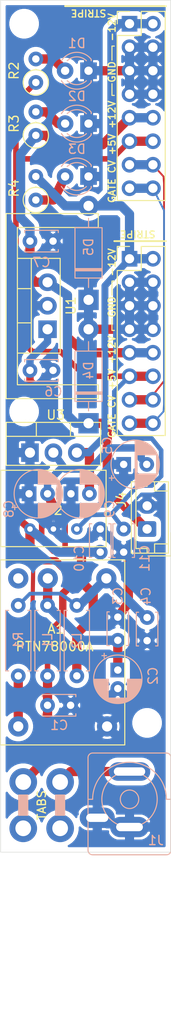
<source format=kicad_pcb>
(kicad_pcb (version 20171130) (host pcbnew "(5.1.5)-3")

  (general
    (thickness 1.6)
    (drawings 26)
    (tracks 193)
    (zones 0)
    (modules 34)
    (nets 17)
  )

  (page User 135.001 200)
  (layers
    (0 F.Cu signal hide)
    (31 B.Cu signal hide)
    (32 B.Adhes user)
    (33 F.Adhes user)
    (34 B.Paste user)
    (35 F.Paste user)
    (36 B.SilkS user)
    (37 F.SilkS user)
    (38 B.Mask user)
    (39 F.Mask user)
    (40 Dwgs.User user)
    (41 Cmts.User user)
    (42 Eco1.User user)
    (43 Eco2.User user)
    (44 Edge.Cuts user)
    (45 Margin user)
    (46 B.CrtYd user)
    (47 F.CrtYd user)
    (48 B.Fab user)
    (49 F.Fab user)
  )

  (setup
    (last_trace_width 0.2)
    (trace_clearance 0.25)
    (zone_clearance 0.508)
    (zone_45_only yes)
    (trace_min 0.2)
    (via_size 0.5)
    (via_drill 0.3)
    (via_min_size 0.5)
    (via_min_drill 0.3)
    (uvia_size 0.3)
    (uvia_drill 0.1)
    (uvias_allowed no)
    (uvia_min_size 0.2)
    (uvia_min_drill 0.1)
    (edge_width 0.05)
    (segment_width 0.2)
    (pcb_text_width 0.3)
    (pcb_text_size 1.5 1.5)
    (mod_edge_width 0.12)
    (mod_text_size 1 1)
    (mod_text_width 0.15)
    (pad_size 1.524 1.524)
    (pad_drill 0.762)
    (pad_to_mask_clearance 0.051)
    (solder_mask_min_width 0.25)
    (aux_axis_origin 0 0)
    (visible_elements 7FFFFFFF)
    (pcbplotparams
      (layerselection 0x010fc_ffffffff)
      (usegerberextensions false)
      (usegerberattributes false)
      (usegerberadvancedattributes false)
      (creategerberjobfile false)
      (excludeedgelayer true)
      (linewidth 0.100000)
      (plotframeref false)
      (viasonmask false)
      (mode 1)
      (useauxorigin false)
      (hpglpennumber 1)
      (hpglpenspeed 20)
      (hpglpendiameter 15.000000)
      (psnegative false)
      (psa4output false)
      (plotreference true)
      (plotvalue true)
      (plotinvisibletext false)
      (padsonsilk false)
      (subtractmaskfromsilk false)
      (outputformat 1)
      (mirror false)
      (drillshape 1)
      (scaleselection 1)
      (outputdirectory ""))
  )

  (net 0 "")
  (net 1 "Net-(A1-Pad4)")
  (net 2 "Net-(A1-Pad3)")
  (net 3 "Net-(A1-Pad2)")
  (net 4 "Net-(A1-Pad1)")
  (net 5 GND)
  (net 6 +15V)
  (net 7 -15V)
  (net 8 +5V)
  (net 9 +12V)
  (net 10 -12V)
  (net 11 "Net-(J1-Pad1)")
  (net 12 "Net-(D1-Pad2)")
  (net 13 "Net-(D2-Pad2)")
  (net 14 "Net-(D3-Pad2)")
  (net 15 /CV)
  (net 16 /GATE)

  (net_class Default "This is the default net class."
    (clearance 0.25)
    (trace_width 0.2)
    (via_dia 0.5)
    (via_drill 0.3)
    (uvia_dia 0.3)
    (uvia_drill 0.1)
    (diff_pair_width 0.25)
    (diff_pair_gap 0.25)
    (add_net /CV)
    (add_net /GATE)
    (add_net "Net-(A1-Pad1)")
    (add_net "Net-(A1-Pad2)")
    (add_net "Net-(A1-Pad3)")
    (add_net "Net-(A1-Pad4)")
    (add_net "Net-(D1-Pad2)")
    (add_net "Net-(D2-Pad2)")
    (add_net "Net-(D3-Pad2)")
    (add_net "Net-(J1-Pad1)")
  )

  (net_class Power ""
    (clearance 0.25)
    (trace_width 0.3)
    (via_dia 0.6)
    (via_drill 0.35)
    (uvia_dia 0.3)
    (uvia_drill 0.1)
    (diff_pair_width 0.25)
    (diff_pair_gap 0.25)
    (add_net +12V)
    (add_net +15V)
    (add_net +5V)
    (add_net -12V)
    (add_net -15V)
    (add_net GND)
  )

  (module byte_sized_beats:DUAL_TAB_4.8MM (layer F.Cu) (tedit 5E66FDD3) (tstamp 5E65C541)
    (at 62.23 115.57 90)
    (path /5E78BE81)
    (fp_text reference SW1 (at 0 0 90) (layer F.SilkS) hide
      (effects (font (size 1 1) (thickness 0.15)))
    )
    (fp_text value SW_SPST (at 0 -6 90) (layer F.Fab)
      (effects (font (size 1 1) (thickness 0.15)))
    )
    (fp_text user TABS (at 0 0 90) (layer F.SilkS)
      (effects (font (size 0.9 0.9) (thickness 0.15)))
    )
    (fp_poly (pts (xy 1.1 2.5) (xy -1.1 2.5) (xy -1.1 1.5) (xy 1.1 1.5)) (layer B.SilkS) (width 0.1))
    (fp_poly (pts (xy 1.1 -1.5) (xy -1.1 -1.5) (xy -1.1 -2.5) (xy 1.1 -2.5)) (layer B.SilkS) (width 0.1))
    (fp_poly (pts (xy 1.1 -1.5) (xy -1.1 -1.5) (xy -1.1 -2.5) (xy 1.1 -2.5)) (layer F.SilkS) (width 0.1))
    (fp_poly (pts (xy 1.1 2.5) (xy -1.1 2.5) (xy -1.1 1.5) (xy 1.1 1.5)) (layer F.SilkS) (width 0.1))
    (pad 2 thru_hole circle (at -2.5 -2 90) (size 3 3) (drill 1.7) (layers *.Cu *.Mask)
      (net 6 +15V))
    (pad 2 thru_hole circle (at 2.5 -2 90) (size 3 3) (drill 1.7) (layers *.Cu *.Mask)
      (net 6 +15V))
    (pad 1 thru_hole circle (at -2.5 2 90) (size 3 3) (drill 1.7) (layers *.Cu *.Mask)
      (net 11 "Net-(J1-Pad1)"))
    (pad 1 thru_hole circle (at 2.5 2 90) (size 3 3) (drill 1.7) (layers *.Cu *.Mask)
      (net 11 "Net-(J1-Pad1)"))
    (model G:/modular/parts/DUAL_TAB_4.8MM/Fusion.wrl
      (at (xyz 0 0 0))
      (scale (xyz 1 1 1))
      (rotate (xyz 0 0 0))
    )
  )

  (module byte_sized_beats:LED_D3.0mm_Raised (layer B.Cu) (tedit 5E65E8DA) (tstamp 5E65CB38)
    (at 67.31 47.625 180)
    (descr "LED, diameter 3.0mm, 2 pins")
    (tags "LED diameter 3.0mm 2 pins")
    (path /5E7ACF76)
    (fp_text reference D3 (at 1.27 2.96) (layer B.SilkS)
      (effects (font (size 1 1) (thickness 0.15)) (justify mirror))
    )
    (fp_text value LED (at 1.27 -2.96) (layer B.Fab)
      (effects (font (size 1 1) (thickness 0.15)) (justify mirror))
    )
    (fp_line (start 3.7 2.25) (end -1.15 2.25) (layer B.CrtYd) (width 0.05))
    (fp_line (start 3.7 -2.25) (end 3.7 2.25) (layer B.CrtYd) (width 0.05))
    (fp_line (start -1.15 -2.25) (end 3.7 -2.25) (layer B.CrtYd) (width 0.05))
    (fp_line (start -1.15 2.25) (end -1.15 -2.25) (layer B.CrtYd) (width 0.05))
    (fp_line (start -0.29 -1.08) (end -0.29 -1.236) (layer B.SilkS) (width 0.12))
    (fp_line (start -0.29 1.236) (end -0.29 1.08) (layer B.SilkS) (width 0.12))
    (fp_line (start -0.23 1.16619) (end -0.23 -1.16619) (layer B.Fab) (width 0.1))
    (fp_circle (center 1.27 0) (end 2.77 0) (layer B.Fab) (width 0.1))
    (fp_arc (start 1.27 0) (end 0.229039 -1.08) (angle 87.9) (layer B.SilkS) (width 0.12))
    (fp_arc (start 1.27 0) (end 0.229039 1.08) (angle -87.9) (layer B.SilkS) (width 0.12))
    (fp_arc (start 1.27 0) (end -0.29 -1.235516) (angle 108.8) (layer B.SilkS) (width 0.12))
    (fp_arc (start 1.27 0) (end -0.29 1.235516) (angle -108.8) (layer B.SilkS) (width 0.12))
    (fp_arc (start 1.27 0) (end -0.23 1.16619) (angle -284.3) (layer B.Fab) (width 0.1))
    (pad 2 thru_hole circle (at 2.54 0 180) (size 1.8 1.8) (drill 0.9) (layers *.Cu *.Mask)
      (net 14 "Net-(D3-Pad2)"))
    (pad 1 thru_hole rect (at 0 0 180) (size 1.8 1.8) (drill 0.9) (layers *.Cu *.Mask)
      (net 5 GND))
    (model G:/modular/parts/LED_3.0mm_Raised/Fusion.wrl
      (at (xyz 0 0 0))
      (scale (xyz 1 1 1))
      (rotate (xyz 0 0 0))
    )
  )

  (module Capacitor_THT:C_Disc_D3.4mm_W2.1mm_P2.50mm (layer B.Cu) (tedit 5AE50EF0) (tstamp 5E67EBA7)
    (at 60.96 68.58)
    (descr "C, Disc series, Radial, pin pitch=2.50mm, , diameter*width=3.4*2.1mm^2, Capacitor, http://www.vishay.com/docs/45233/krseries.pdf")
    (tags "C Disc series Radial pin pitch 2.50mm  diameter 3.4mm width 2.1mm Capacitor")
    (path /5EA643D2)
    (fp_text reference C6 (at 2.54 2.3) (layer B.SilkS)
      (effects (font (size 1 1) (thickness 0.15)) (justify mirror))
    )
    (fp_text value 0.33uF (at 1.25 -2.3) (layer B.Fab)
      (effects (font (size 1 1) (thickness 0.15)) (justify mirror))
    )
    (fp_text user %R (at 1.25 0) (layer B.Fab)
      (effects (font (size 0.68 0.68) (thickness 0.102)) (justify mirror))
    )
    (fp_line (start 3.55 1.3) (end -1.05 1.3) (layer B.CrtYd) (width 0.05))
    (fp_line (start 3.55 -1.3) (end 3.55 1.3) (layer B.CrtYd) (width 0.05))
    (fp_line (start -1.05 -1.3) (end 3.55 -1.3) (layer B.CrtYd) (width 0.05))
    (fp_line (start -1.05 1.3) (end -1.05 -1.3) (layer B.CrtYd) (width 0.05))
    (fp_line (start 3.07 -0.925) (end 3.07 -1.17) (layer B.SilkS) (width 0.12))
    (fp_line (start 3.07 1.17) (end 3.07 0.925) (layer B.SilkS) (width 0.12))
    (fp_line (start -0.57 -0.925) (end -0.57 -1.17) (layer B.SilkS) (width 0.12))
    (fp_line (start -0.57 1.17) (end -0.57 0.925) (layer B.SilkS) (width 0.12))
    (fp_line (start -0.57 -1.17) (end 3.07 -1.17) (layer B.SilkS) (width 0.12))
    (fp_line (start -0.57 1.17) (end 3.07 1.17) (layer B.SilkS) (width 0.12))
    (fp_line (start 2.95 1.05) (end -0.45 1.05) (layer B.Fab) (width 0.1))
    (fp_line (start 2.95 -1.05) (end 2.95 1.05) (layer B.Fab) (width 0.1))
    (fp_line (start -0.45 -1.05) (end 2.95 -1.05) (layer B.Fab) (width 0.1))
    (fp_line (start -0.45 1.05) (end -0.45 -1.05) (layer B.Fab) (width 0.1))
    (pad 2 thru_hole circle (at 2.5 0) (size 1.6 1.6) (drill 0.8) (layers *.Cu *.Mask)
      (net 5 GND))
    (pad 1 thru_hole circle (at 0 0) (size 1.6 1.6) (drill 0.8) (layers *.Cu *.Mask)
      (net 6 +15V))
    (model ${KISYS3DMOD}/Capacitor_THT.3dshapes/C_Disc_D3.4mm_W2.1mm_P2.50mm.wrl
      (at (xyz 0 0 0))
      (scale (xyz 1 1 1))
      (rotate (xyz 0 0 0))
    )
  )

  (module Connector_PinHeader_2.54mm:PinHeader_2x08_P2.54mm_Vertical (layer F.Cu) (tedit 59FED5CC) (tstamp 5E6559CE)
    (at 71.755 31.115)
    (descr "Through hole straight pin header, 2x08, 2.54mm pitch, double rows")
    (tags "Through hole pin header THT 2x08 2.54mm double row")
    (path /5E6BC945)
    (fp_text reference J3 (at 1.27 20.32) (layer F.SilkS) hide
      (effects (font (size 1 1) (thickness 0.15)))
    )
    (fp_text value EURORACK_16P (at 1.27 20.11) (layer F.Fab)
      (effects (font (size 1 1) (thickness 0.15)))
    )
    (fp_line (start 0 -1.27) (end 3.81 -1.27) (layer F.Fab) (width 0.1))
    (fp_line (start 3.81 -1.27) (end 3.81 19.05) (layer F.Fab) (width 0.1))
    (fp_line (start 3.81 19.05) (end -1.27 19.05) (layer F.Fab) (width 0.1))
    (fp_line (start -1.27 19.05) (end -1.27 0) (layer F.Fab) (width 0.1))
    (fp_line (start -1.27 0) (end 0 -1.27) (layer F.Fab) (width 0.1))
    (fp_line (start -1.33 19.11) (end 3.87 19.11) (layer F.SilkS) (width 0.12))
    (fp_line (start -1.33 1.27) (end -1.33 19.11) (layer F.SilkS) (width 0.12))
    (fp_line (start 3.87 -1.33) (end 3.87 19.11) (layer F.SilkS) (width 0.12))
    (fp_line (start -1.33 1.27) (end 1.27 1.27) (layer F.SilkS) (width 0.12))
    (fp_line (start 1.27 1.27) (end 1.27 -1.33) (layer F.SilkS) (width 0.12))
    (fp_line (start 1.27 -1.33) (end 3.87 -1.33) (layer F.SilkS) (width 0.12))
    (fp_line (start -1.33 0) (end -1.33 -1.33) (layer F.SilkS) (width 0.12))
    (fp_line (start -1.33 -1.33) (end 0 -1.33) (layer F.SilkS) (width 0.12))
    (fp_line (start -1.8 -1.8) (end -1.8 19.55) (layer F.CrtYd) (width 0.05))
    (fp_line (start -1.8 19.55) (end 4.35 19.55) (layer F.CrtYd) (width 0.05))
    (fp_line (start 4.35 19.55) (end 4.35 -1.8) (layer F.CrtYd) (width 0.05))
    (fp_line (start 4.35 -1.8) (end -1.8 -1.8) (layer F.CrtYd) (width 0.05))
    (fp_text user %R (at 1.27 8.89 90) (layer F.Fab)
      (effects (font (size 1 1) (thickness 0.15)))
    )
    (pad 1 thru_hole rect (at 0 0) (size 1.7 1.7) (drill 1) (layers *.Cu *.Mask)
      (net 10 -12V))
    (pad 2 thru_hole oval (at 2.54 0) (size 1.7 1.7) (drill 1) (layers *.Cu *.Mask)
      (net 10 -12V))
    (pad 3 thru_hole oval (at 0 2.54) (size 1.7 1.7) (drill 1) (layers *.Cu *.Mask)
      (net 5 GND))
    (pad 4 thru_hole oval (at 2.54 2.54) (size 1.7 1.7) (drill 1) (layers *.Cu *.Mask)
      (net 5 GND))
    (pad 5 thru_hole oval (at 0 5.08) (size 1.7 1.7) (drill 1) (layers *.Cu *.Mask)
      (net 5 GND))
    (pad 6 thru_hole oval (at 2.54 5.08) (size 1.7 1.7) (drill 1) (layers *.Cu *.Mask)
      (net 5 GND))
    (pad 7 thru_hole oval (at 0 7.62) (size 1.7 1.7) (drill 1) (layers *.Cu *.Mask)
      (net 5 GND))
    (pad 8 thru_hole oval (at 2.54 7.62) (size 1.7 1.7) (drill 1) (layers *.Cu *.Mask)
      (net 5 GND))
    (pad 9 thru_hole oval (at 0 10.16) (size 1.7 1.7) (drill 1) (layers *.Cu *.Mask)
      (net 9 +12V))
    (pad 10 thru_hole oval (at 2.54 10.16) (size 1.7 1.7) (drill 1) (layers *.Cu *.Mask)
      (net 9 +12V))
    (pad 11 thru_hole oval (at 0 12.7) (size 1.7 1.7) (drill 1) (layers *.Cu *.Mask)
      (net 8 +5V))
    (pad 12 thru_hole oval (at 2.54 12.7) (size 1.7 1.7) (drill 1) (layers *.Cu *.Mask)
      (net 8 +5V))
    (pad 13 thru_hole oval (at 0 15.24) (size 1.7 1.7) (drill 1) (layers *.Cu *.Mask)
      (net 15 /CV))
    (pad 14 thru_hole oval (at 2.54 15.24) (size 1.7 1.7) (drill 1) (layers *.Cu *.Mask)
      (net 15 /CV))
    (pad 15 thru_hole oval (at 0 17.78) (size 1.7 1.7) (drill 1) (layers *.Cu *.Mask)
      (net 16 /GATE))
    (pad 16 thru_hole oval (at 2.54 17.78) (size 1.7 1.7) (drill 1) (layers *.Cu *.Mask)
      (net 16 /GATE))
    (model ${KISYS3DMOD}/Connector_PinHeader_2.54mm.3dshapes/PinHeader_2x08_P2.54mm_Vertical.wrl
      (at (xyz 0 0 0))
      (scale (xyz 1 1 1))
      (rotate (xyz 0 0 0))
    )
  )

  (module Connector_PinHeader_2.54mm:PinHeader_2x08_P2.54mm_Vertical (layer F.Cu) (tedit 59FED5CC) (tstamp 5E6569D2)
    (at 71.755 56.515)
    (descr "Through hole straight pin header, 2x08, 2.54mm pitch, double rows")
    (tags "Through hole pin header THT 2x08 2.54mm double row")
    (path /5E6E1AA1)
    (fp_text reference J2 (at 1.27 -2.33) (layer F.SilkS) hide
      (effects (font (size 1 1) (thickness 0.15)))
    )
    (fp_text value EURORACK_16P (at 1.27 20.11) (layer F.Fab)
      (effects (font (size 1 1) (thickness 0.15)))
    )
    (fp_line (start 0 -1.27) (end 3.81 -1.27) (layer F.Fab) (width 0.1))
    (fp_line (start 3.81 -1.27) (end 3.81 19.05) (layer F.Fab) (width 0.1))
    (fp_line (start 3.81 19.05) (end -1.27 19.05) (layer F.Fab) (width 0.1))
    (fp_line (start -1.27 19.05) (end -1.27 0) (layer F.Fab) (width 0.1))
    (fp_line (start -1.27 0) (end 0 -1.27) (layer F.Fab) (width 0.1))
    (fp_line (start -1.33 19.11) (end 3.87 19.11) (layer F.SilkS) (width 0.12))
    (fp_line (start -1.33 1.27) (end -1.33 19.11) (layer F.SilkS) (width 0.12))
    (fp_line (start 3.87 -1.33) (end 3.87 19.11) (layer F.SilkS) (width 0.12))
    (fp_line (start -1.33 1.27) (end 1.27 1.27) (layer F.SilkS) (width 0.12))
    (fp_line (start 1.27 1.27) (end 1.27 -1.33) (layer F.SilkS) (width 0.12))
    (fp_line (start 1.27 -1.33) (end 3.87 -1.33) (layer F.SilkS) (width 0.12))
    (fp_line (start -1.33 0) (end -1.33 -1.33) (layer F.SilkS) (width 0.12))
    (fp_line (start -1.33 -1.33) (end 0 -1.33) (layer F.SilkS) (width 0.12))
    (fp_line (start -1.8 -1.8) (end -1.8 19.55) (layer F.CrtYd) (width 0.05))
    (fp_line (start -1.8 19.55) (end 4.35 19.55) (layer F.CrtYd) (width 0.05))
    (fp_line (start 4.35 19.55) (end 4.35 -1.8) (layer F.CrtYd) (width 0.05))
    (fp_line (start 4.35 -1.8) (end -1.8 -1.8) (layer F.CrtYd) (width 0.05))
    (fp_text user %R (at 1.27 8.89 90) (layer F.Fab)
      (effects (font (size 1 1) (thickness 0.15)))
    )
    (pad 1 thru_hole rect (at 0 0) (size 1.7 1.7) (drill 1) (layers *.Cu *.Mask)
      (net 10 -12V))
    (pad 2 thru_hole oval (at 2.54 0) (size 1.7 1.7) (drill 1) (layers *.Cu *.Mask)
      (net 10 -12V))
    (pad 3 thru_hole oval (at 0 2.54) (size 1.7 1.7) (drill 1) (layers *.Cu *.Mask)
      (net 5 GND))
    (pad 4 thru_hole oval (at 2.54 2.54) (size 1.7 1.7) (drill 1) (layers *.Cu *.Mask)
      (net 5 GND))
    (pad 5 thru_hole oval (at 0 5.08) (size 1.7 1.7) (drill 1) (layers *.Cu *.Mask)
      (net 5 GND))
    (pad 6 thru_hole oval (at 2.54 5.08) (size 1.7 1.7) (drill 1) (layers *.Cu *.Mask)
      (net 5 GND))
    (pad 7 thru_hole oval (at 0 7.62) (size 1.7 1.7) (drill 1) (layers *.Cu *.Mask)
      (net 5 GND))
    (pad 8 thru_hole oval (at 2.54 7.62) (size 1.7 1.7) (drill 1) (layers *.Cu *.Mask)
      (net 5 GND))
    (pad 9 thru_hole oval (at 0 10.16) (size 1.7 1.7) (drill 1) (layers *.Cu *.Mask)
      (net 9 +12V))
    (pad 10 thru_hole oval (at 2.54 10.16) (size 1.7 1.7) (drill 1) (layers *.Cu *.Mask)
      (net 9 +12V))
    (pad 11 thru_hole oval (at 0 12.7) (size 1.7 1.7) (drill 1) (layers *.Cu *.Mask)
      (net 8 +5V))
    (pad 12 thru_hole oval (at 2.54 12.7) (size 1.7 1.7) (drill 1) (layers *.Cu *.Mask)
      (net 8 +5V))
    (pad 13 thru_hole oval (at 0 15.24) (size 1.7 1.7) (drill 1) (layers *.Cu *.Mask)
      (net 15 /CV))
    (pad 14 thru_hole oval (at 2.54 15.24) (size 1.7 1.7) (drill 1) (layers *.Cu *.Mask)
      (net 15 /CV))
    (pad 15 thru_hole oval (at 0 17.78) (size 1.7 1.7) (drill 1) (layers *.Cu *.Mask)
      (net 16 /GATE))
    (pad 16 thru_hole oval (at 2.54 17.78) (size 1.7 1.7) (drill 1) (layers *.Cu *.Mask)
      (net 16 /GATE))
    (model ${KISYS3DMOD}/Connector_PinHeader_2.54mm.3dshapes/PinHeader_2x08_P2.54mm_Vertical.wrl
      (at (xyz 0 0 0))
      (scale (xyz 1 1 1))
      (rotate (xyz 0 0 0))
    )
  )

  (module byte_sized_beats:MountingHole_M2 (layer F.Cu) (tedit 5E66D60A) (tstamp 5E68F310)
    (at 73.66 106.68)
    (descr "Mounting Hole 2.2mm, no annular, M2")
    (tags "mounting hole 2.2mm no annular m2")
    (path /5F2AFA61)
    (attr virtual)
    (fp_text reference H3 (at 0 -3.2) (layer F.SilkS) hide
      (effects (font (size 1 1) (thickness 0.15)))
    )
    (fp_text value " " (at 0 3.2) (layer F.Fab)
      (effects (font (size 1 1) (thickness 0.15)))
    )
    (fp_circle (center 0 0) (end 2.45 0) (layer F.CrtYd) (width 0.05))
    (fp_circle (center 0 0) (end 2.2 0) (layer Cmts.User) (width 0.15))
    (fp_text user %R (at 0.3 0) (layer F.Fab)
      (effects (font (size 1 1) (thickness 0.15)))
    )
    (pad 1 np_thru_hole circle (at 0 0) (size 2.2 2.2) (drill 2.2) (layers *.Cu *.Mask))
    (model G:/modular/parts/MountingHole_M2/Body1002.wrl
      (at (xyz 0 0 0))
      (scale (xyz 1 1 1))
      (rotate (xyz 0 0 0))
    )
  )

  (module byte_sized_beats:MountingHole_M2 (layer F.Cu) (tedit 5E66D60A) (tstamp 5E68F308)
    (at 60.325 73.025)
    (descr "Mounting Hole 2.2mm, no annular, M2")
    (tags "mounting hole 2.2mm no annular m2")
    (path /5F2AF565)
    (attr virtual)
    (fp_text reference H2 (at 0 -3.2) (layer F.SilkS) hide
      (effects (font (size 1 1) (thickness 0.15)))
    )
    (fp_text value " " (at 0 3.2) (layer F.Fab)
      (effects (font (size 1 1) (thickness 0.15)))
    )
    (fp_circle (center 0 0) (end 2.45 0) (layer F.CrtYd) (width 0.05))
    (fp_circle (center 0 0) (end 2.2 0) (layer Cmts.User) (width 0.15))
    (fp_text user %R (at 0.3 0) (layer F.Fab)
      (effects (font (size 1 1) (thickness 0.15)))
    )
    (pad 1 np_thru_hole circle (at 0 0) (size 2.2 2.2) (drill 2.2) (layers *.Cu *.Mask))
    (model G:/modular/parts/MountingHole_M2/Body1002.wrl
      (at (xyz 0 0 0))
      (scale (xyz 1 1 1))
      (rotate (xyz 0 0 0))
    )
  )

  (module byte_sized_beats:MountingHole_M2 (layer F.Cu) (tedit 5E66D60A) (tstamp 5E68F300)
    (at 60.325 31.115)
    (descr "Mounting Hole 2.2mm, no annular, M2")
    (tags "mounting hole 2.2mm no annular m2")
    (path /5F2AE9BB)
    (attr virtual)
    (fp_text reference H1 (at 0 -3.2) (layer F.SilkS) hide
      (effects (font (size 1 1) (thickness 0.15)))
    )
    (fp_text value " " (at 0 3.2) (layer F.Fab)
      (effects (font (size 1 1) (thickness 0.15)))
    )
    (fp_circle (center 0 0) (end 2.45 0) (layer F.CrtYd) (width 0.05))
    (fp_circle (center 0 0) (end 2.2 0) (layer Cmts.User) (width 0.15))
    (fp_text user %R (at 0.3 0) (layer F.Fab)
      (effects (font (size 1 1) (thickness 0.15)))
    )
    (pad 1 np_thru_hole circle (at 0 0) (size 2.2 2.2) (drill 2.2) (layers *.Cu *.Mask))
    (model G:/modular/parts/MountingHole_M2/Body1002.wrl
      (at (xyz 0 0 0))
      (scale (xyz 1 1 1))
      (rotate (xyz 0 0 0))
    )
  )

  (module Capacitor_THT:C_Disc_D3.4mm_W2.1mm_P2.50mm (layer B.Cu) (tedit 5AE50EF0) (tstamp 5E681B19)
    (at 71.12 85.725 270)
    (descr "C, Disc series, Radial, pin pitch=2.50mm, , diameter*width=3.4*2.1mm^2, Capacitor, http://www.vishay.com/docs/45233/krseries.pdf")
    (tags "C Disc series Radial pin pitch 2.50mm  diameter 3.4mm width 2.1mm Capacitor")
    (path /5EBFB355)
    (fp_text reference C11 (at 3.175 -2.286 90) (layer B.SilkS)
      (effects (font (size 1 1) (thickness 0.15)) (justify mirror))
    )
    (fp_text value 10uF (at 1.25 -2.3 90) (layer B.Fab)
      (effects (font (size 1 1) (thickness 0.15)) (justify mirror))
    )
    (fp_text user %R (at 1.25 0 90) (layer B.Fab)
      (effects (font (size 0.68 0.68) (thickness 0.102)) (justify mirror))
    )
    (fp_line (start 3.55 1.3) (end -1.05 1.3) (layer B.CrtYd) (width 0.05))
    (fp_line (start 3.55 -1.3) (end 3.55 1.3) (layer B.CrtYd) (width 0.05))
    (fp_line (start -1.05 -1.3) (end 3.55 -1.3) (layer B.CrtYd) (width 0.05))
    (fp_line (start -1.05 1.3) (end -1.05 -1.3) (layer B.CrtYd) (width 0.05))
    (fp_line (start 3.07 -0.925) (end 3.07 -1.17) (layer B.SilkS) (width 0.12))
    (fp_line (start 3.07 1.17) (end 3.07 0.925) (layer B.SilkS) (width 0.12))
    (fp_line (start -0.57 -0.925) (end -0.57 -1.17) (layer B.SilkS) (width 0.12))
    (fp_line (start -0.57 1.17) (end -0.57 0.925) (layer B.SilkS) (width 0.12))
    (fp_line (start -0.57 -1.17) (end 3.07 -1.17) (layer B.SilkS) (width 0.12))
    (fp_line (start -0.57 1.17) (end 3.07 1.17) (layer B.SilkS) (width 0.12))
    (fp_line (start 2.95 1.05) (end -0.45 1.05) (layer B.Fab) (width 0.1))
    (fp_line (start 2.95 -1.05) (end 2.95 1.05) (layer B.Fab) (width 0.1))
    (fp_line (start -0.45 -1.05) (end 2.95 -1.05) (layer B.Fab) (width 0.1))
    (fp_line (start -0.45 1.05) (end -0.45 -1.05) (layer B.Fab) (width 0.1))
    (pad 2 thru_hole circle (at 2.5 0 270) (size 1.6 1.6) (drill 0.8) (layers *.Cu *.Mask)
      (net 5 GND))
    (pad 1 thru_hole circle (at 0 0 270) (size 1.6 1.6) (drill 0.8) (layers *.Cu *.Mask)
      (net 8 +5V))
    (model ${KISYS3DMOD}/Capacitor_THT.3dshapes/C_Disc_D3.4mm_W2.1mm_P2.50mm.wrl
      (at (xyz 0 0 0))
      (scale (xyz 1 1 1))
      (rotate (xyz 0 0 0))
    )
  )

  (module Diode_THT:D_DO-41_SOD81_P10.16mm_Horizontal (layer B.Cu) (tedit 5AE50CD5) (tstamp 5E67ED6C)
    (at 67.31 60.96 90)
    (descr "Diode, DO-41_SOD81 series, Axial, Horizontal, pin pitch=10.16mm, , length*diameter=5.2*2.7mm^2, , http://www.diodes.com/_files/packages/DO-41%20(Plastic).pdf")
    (tags "Diode DO-41_SOD81 series Axial Horizontal pin pitch 10.16mm  length 5.2mm diameter 2.7mm")
    (path /5EB18884)
    (fp_text reference D5 (at 5.715 0 90) (layer B.SilkS)
      (effects (font (size 1 1) (thickness 0.15)) (justify mirror))
    )
    (fp_text value 1N4001 (at 5.08 -2.47 90) (layer B.Fab)
      (effects (font (size 1 1) (thickness 0.15)) (justify mirror))
    )
    (fp_text user %R (at 5.47 0 90) (layer B.Fab)
      (effects (font (size 1 1) (thickness 0.15)) (justify mirror))
    )
    (fp_line (start 11.51 1.6) (end -1.35 1.6) (layer B.CrtYd) (width 0.05))
    (fp_line (start 11.51 -1.6) (end 11.51 1.6) (layer B.CrtYd) (width 0.05))
    (fp_line (start -1.35 -1.6) (end 11.51 -1.6) (layer B.CrtYd) (width 0.05))
    (fp_line (start -1.35 1.6) (end -1.35 -1.6) (layer B.CrtYd) (width 0.05))
    (fp_line (start 3.14 1.47) (end 3.14 -1.47) (layer B.SilkS) (width 0.12))
    (fp_line (start 3.38 1.47) (end 3.38 -1.47) (layer B.SilkS) (width 0.12))
    (fp_line (start 3.26 1.47) (end 3.26 -1.47) (layer B.SilkS) (width 0.12))
    (fp_line (start 8.82 0) (end 7.8 0) (layer B.SilkS) (width 0.12))
    (fp_line (start 1.34 0) (end 2.36 0) (layer B.SilkS) (width 0.12))
    (fp_line (start 7.8 1.47) (end 2.36 1.47) (layer B.SilkS) (width 0.12))
    (fp_line (start 7.8 -1.47) (end 7.8 1.47) (layer B.SilkS) (width 0.12))
    (fp_line (start 2.36 -1.47) (end 7.8 -1.47) (layer B.SilkS) (width 0.12))
    (fp_line (start 2.36 1.47) (end 2.36 -1.47) (layer B.SilkS) (width 0.12))
    (fp_line (start 3.16 1.35) (end 3.16 -1.35) (layer B.Fab) (width 0.1))
    (fp_line (start 3.36 1.35) (end 3.36 -1.35) (layer B.Fab) (width 0.1))
    (fp_line (start 3.26 1.35) (end 3.26 -1.35) (layer B.Fab) (width 0.1))
    (fp_line (start 10.16 0) (end 7.68 0) (layer B.Fab) (width 0.1))
    (fp_line (start 0 0) (end 2.48 0) (layer B.Fab) (width 0.1))
    (fp_line (start 7.68 1.35) (end 2.48 1.35) (layer B.Fab) (width 0.1))
    (fp_line (start 7.68 -1.35) (end 7.68 1.35) (layer B.Fab) (width 0.1))
    (fp_line (start 2.48 -1.35) (end 7.68 -1.35) (layer B.Fab) (width 0.1))
    (fp_line (start 2.48 1.35) (end 2.48 -1.35) (layer B.Fab) (width 0.1))
    (pad 2 thru_hole oval (at 10.16 0 90) (size 2.2 2.2) (drill 1.1) (layers *.Cu *.Mask)
      (net 10 -12V))
    (pad 1 thru_hole rect (at 0 0 90) (size 2.2 2.2) (drill 1.1) (layers *.Cu *.Mask)
      (net 5 GND))
    (model ${KISYS3DMOD}/Diode_THT.3dshapes/D_DO-41_SOD81_P10.16mm_Horizontal.wrl
      (at (xyz 0 0 0))
      (scale (xyz 1 1 1))
      (rotate (xyz 0 0 0))
    )
  )

  (module Diode_THT:D_DO-41_SOD81_P10.16mm_Horizontal (layer B.Cu) (tedit 5AE50CD5) (tstamp 5E67ED4D)
    (at 67.31 74.295 90)
    (descr "Diode, DO-41_SOD81 series, Axial, Horizontal, pin pitch=10.16mm, , length*diameter=5.2*2.7mm^2, , http://www.diodes.com/_files/packages/DO-41%20(Plastic).pdf")
    (tags "Diode DO-41_SOD81 series Axial Horizontal pin pitch 10.16mm  length 5.2mm diameter 2.7mm")
    (path /5EB259E5)
    (fp_text reference D4 (at 5.715 0 270) (layer B.SilkS)
      (effects (font (size 1 1) (thickness 0.15)) (justify mirror))
    )
    (fp_text value 1N4001 (at 5.08 -2.47 270) (layer B.Fab)
      (effects (font (size 1 1) (thickness 0.15)) (justify mirror))
    )
    (fp_text user %R (at 5.47 0 270) (layer B.Fab)
      (effects (font (size 1 1) (thickness 0.15)) (justify mirror))
    )
    (fp_line (start 11.51 1.6) (end -1.35 1.6) (layer B.CrtYd) (width 0.05))
    (fp_line (start 11.51 -1.6) (end 11.51 1.6) (layer B.CrtYd) (width 0.05))
    (fp_line (start -1.35 -1.6) (end 11.51 -1.6) (layer B.CrtYd) (width 0.05))
    (fp_line (start -1.35 1.6) (end -1.35 -1.6) (layer B.CrtYd) (width 0.05))
    (fp_line (start 3.14 1.47) (end 3.14 -1.47) (layer B.SilkS) (width 0.12))
    (fp_line (start 3.38 1.47) (end 3.38 -1.47) (layer B.SilkS) (width 0.12))
    (fp_line (start 3.26 1.47) (end 3.26 -1.47) (layer B.SilkS) (width 0.12))
    (fp_line (start 8.82 0) (end 7.8 0) (layer B.SilkS) (width 0.12))
    (fp_line (start 1.34 0) (end 2.36 0) (layer B.SilkS) (width 0.12))
    (fp_line (start 7.8 1.47) (end 2.36 1.47) (layer B.SilkS) (width 0.12))
    (fp_line (start 7.8 -1.47) (end 7.8 1.47) (layer B.SilkS) (width 0.12))
    (fp_line (start 2.36 -1.47) (end 7.8 -1.47) (layer B.SilkS) (width 0.12))
    (fp_line (start 2.36 1.47) (end 2.36 -1.47) (layer B.SilkS) (width 0.12))
    (fp_line (start 3.16 1.35) (end 3.16 -1.35) (layer B.Fab) (width 0.1))
    (fp_line (start 3.36 1.35) (end 3.36 -1.35) (layer B.Fab) (width 0.1))
    (fp_line (start 3.26 1.35) (end 3.26 -1.35) (layer B.Fab) (width 0.1))
    (fp_line (start 10.16 0) (end 7.68 0) (layer B.Fab) (width 0.1))
    (fp_line (start 0 0) (end 2.48 0) (layer B.Fab) (width 0.1))
    (fp_line (start 7.68 1.35) (end 2.48 1.35) (layer B.Fab) (width 0.1))
    (fp_line (start 7.68 -1.35) (end 7.68 1.35) (layer B.Fab) (width 0.1))
    (fp_line (start 2.48 -1.35) (end 7.68 -1.35) (layer B.Fab) (width 0.1))
    (fp_line (start 2.48 1.35) (end 2.48 -1.35) (layer B.Fab) (width 0.1))
    (pad 2 thru_hole oval (at 10.16 0 90) (size 2.2 2.2) (drill 1.1) (layers *.Cu *.Mask)
      (net 5 GND))
    (pad 1 thru_hole rect (at 0 0 90) (size 2.2 2.2) (drill 1.1) (layers *.Cu *.Mask)
      (net 9 +12V))
    (model ${KISYS3DMOD}/Diode_THT.3dshapes/D_DO-41_SOD81_P10.16mm_Horizontal.wrl
      (at (xyz 0 0 0))
      (scale (xyz 1 1 1))
      (rotate (xyz 0 0 0))
    )
  )

  (module Capacitor_THT:CP_Radial_D5.0mm_P2.00mm (layer B.Cu) (tedit 5AE50EF0) (tstamp 5E67ECC2)
    (at 65.405 81.915)
    (descr "CP, Radial series, Radial, pin pitch=2.00mm, , diameter=5mm, Electrolytic Capacitor")
    (tags "CP Radial series Radial pin pitch 2.00mm  diameter 5mm Electrolytic Capacitor")
    (path /5EAC2F45)
    (fp_text reference C9 (at 4.191 1.651 90) (layer B.SilkS)
      (effects (font (size 1 1) (thickness 0.15)) (justify mirror))
    )
    (fp_text value 100uF (at 1 -3.75) (layer B.Fab)
      (effects (font (size 1 1) (thickness 0.15)) (justify mirror))
    )
    (fp_text user %R (at 1 0) (layer B.Fab)
      (effects (font (size 1 1) (thickness 0.15)) (justify mirror))
    )
    (fp_line (start -1.554775 1.725) (end -1.554775 1.225) (layer B.SilkS) (width 0.12))
    (fp_line (start -1.804775 1.475) (end -1.304775 1.475) (layer B.SilkS) (width 0.12))
    (fp_line (start 3.601 0.284) (end 3.601 -0.284) (layer B.SilkS) (width 0.12))
    (fp_line (start 3.561 0.518) (end 3.561 -0.518) (layer B.SilkS) (width 0.12))
    (fp_line (start 3.521 0.677) (end 3.521 -0.677) (layer B.SilkS) (width 0.12))
    (fp_line (start 3.481 0.805) (end 3.481 -0.805) (layer B.SilkS) (width 0.12))
    (fp_line (start 3.441 0.915) (end 3.441 -0.915) (layer B.SilkS) (width 0.12))
    (fp_line (start 3.401 1.011) (end 3.401 -1.011) (layer B.SilkS) (width 0.12))
    (fp_line (start 3.361 1.098) (end 3.361 -1.098) (layer B.SilkS) (width 0.12))
    (fp_line (start 3.321 1.178) (end 3.321 -1.178) (layer B.SilkS) (width 0.12))
    (fp_line (start 3.281 1.251) (end 3.281 -1.251) (layer B.SilkS) (width 0.12))
    (fp_line (start 3.241 1.319) (end 3.241 -1.319) (layer B.SilkS) (width 0.12))
    (fp_line (start 3.201 1.383) (end 3.201 -1.383) (layer B.SilkS) (width 0.12))
    (fp_line (start 3.161 1.443) (end 3.161 -1.443) (layer B.SilkS) (width 0.12))
    (fp_line (start 3.121 1.5) (end 3.121 -1.5) (layer B.SilkS) (width 0.12))
    (fp_line (start 3.081 1.554) (end 3.081 -1.554) (layer B.SilkS) (width 0.12))
    (fp_line (start 3.041 1.605) (end 3.041 -1.605) (layer B.SilkS) (width 0.12))
    (fp_line (start 3.001 -1.04) (end 3.001 -1.653) (layer B.SilkS) (width 0.12))
    (fp_line (start 3.001 1.653) (end 3.001 1.04) (layer B.SilkS) (width 0.12))
    (fp_line (start 2.961 -1.04) (end 2.961 -1.699) (layer B.SilkS) (width 0.12))
    (fp_line (start 2.961 1.699) (end 2.961 1.04) (layer B.SilkS) (width 0.12))
    (fp_line (start 2.921 -1.04) (end 2.921 -1.743) (layer B.SilkS) (width 0.12))
    (fp_line (start 2.921 1.743) (end 2.921 1.04) (layer B.SilkS) (width 0.12))
    (fp_line (start 2.881 -1.04) (end 2.881 -1.785) (layer B.SilkS) (width 0.12))
    (fp_line (start 2.881 1.785) (end 2.881 1.04) (layer B.SilkS) (width 0.12))
    (fp_line (start 2.841 -1.04) (end 2.841 -1.826) (layer B.SilkS) (width 0.12))
    (fp_line (start 2.841 1.826) (end 2.841 1.04) (layer B.SilkS) (width 0.12))
    (fp_line (start 2.801 -1.04) (end 2.801 -1.864) (layer B.SilkS) (width 0.12))
    (fp_line (start 2.801 1.864) (end 2.801 1.04) (layer B.SilkS) (width 0.12))
    (fp_line (start 2.761 -1.04) (end 2.761 -1.901) (layer B.SilkS) (width 0.12))
    (fp_line (start 2.761 1.901) (end 2.761 1.04) (layer B.SilkS) (width 0.12))
    (fp_line (start 2.721 -1.04) (end 2.721 -1.937) (layer B.SilkS) (width 0.12))
    (fp_line (start 2.721 1.937) (end 2.721 1.04) (layer B.SilkS) (width 0.12))
    (fp_line (start 2.681 -1.04) (end 2.681 -1.971) (layer B.SilkS) (width 0.12))
    (fp_line (start 2.681 1.971) (end 2.681 1.04) (layer B.SilkS) (width 0.12))
    (fp_line (start 2.641 -1.04) (end 2.641 -2.004) (layer B.SilkS) (width 0.12))
    (fp_line (start 2.641 2.004) (end 2.641 1.04) (layer B.SilkS) (width 0.12))
    (fp_line (start 2.601 -1.04) (end 2.601 -2.035) (layer B.SilkS) (width 0.12))
    (fp_line (start 2.601 2.035) (end 2.601 1.04) (layer B.SilkS) (width 0.12))
    (fp_line (start 2.561 -1.04) (end 2.561 -2.065) (layer B.SilkS) (width 0.12))
    (fp_line (start 2.561 2.065) (end 2.561 1.04) (layer B.SilkS) (width 0.12))
    (fp_line (start 2.521 -1.04) (end 2.521 -2.095) (layer B.SilkS) (width 0.12))
    (fp_line (start 2.521 2.095) (end 2.521 1.04) (layer B.SilkS) (width 0.12))
    (fp_line (start 2.481 -1.04) (end 2.481 -2.122) (layer B.SilkS) (width 0.12))
    (fp_line (start 2.481 2.122) (end 2.481 1.04) (layer B.SilkS) (width 0.12))
    (fp_line (start 2.441 -1.04) (end 2.441 -2.149) (layer B.SilkS) (width 0.12))
    (fp_line (start 2.441 2.149) (end 2.441 1.04) (layer B.SilkS) (width 0.12))
    (fp_line (start 2.401 -1.04) (end 2.401 -2.175) (layer B.SilkS) (width 0.12))
    (fp_line (start 2.401 2.175) (end 2.401 1.04) (layer B.SilkS) (width 0.12))
    (fp_line (start 2.361 -1.04) (end 2.361 -2.2) (layer B.SilkS) (width 0.12))
    (fp_line (start 2.361 2.2) (end 2.361 1.04) (layer B.SilkS) (width 0.12))
    (fp_line (start 2.321 -1.04) (end 2.321 -2.224) (layer B.SilkS) (width 0.12))
    (fp_line (start 2.321 2.224) (end 2.321 1.04) (layer B.SilkS) (width 0.12))
    (fp_line (start 2.281 -1.04) (end 2.281 -2.247) (layer B.SilkS) (width 0.12))
    (fp_line (start 2.281 2.247) (end 2.281 1.04) (layer B.SilkS) (width 0.12))
    (fp_line (start 2.241 -1.04) (end 2.241 -2.268) (layer B.SilkS) (width 0.12))
    (fp_line (start 2.241 2.268) (end 2.241 1.04) (layer B.SilkS) (width 0.12))
    (fp_line (start 2.201 -1.04) (end 2.201 -2.29) (layer B.SilkS) (width 0.12))
    (fp_line (start 2.201 2.29) (end 2.201 1.04) (layer B.SilkS) (width 0.12))
    (fp_line (start 2.161 -1.04) (end 2.161 -2.31) (layer B.SilkS) (width 0.12))
    (fp_line (start 2.161 2.31) (end 2.161 1.04) (layer B.SilkS) (width 0.12))
    (fp_line (start 2.121 -1.04) (end 2.121 -2.329) (layer B.SilkS) (width 0.12))
    (fp_line (start 2.121 2.329) (end 2.121 1.04) (layer B.SilkS) (width 0.12))
    (fp_line (start 2.081 -1.04) (end 2.081 -2.348) (layer B.SilkS) (width 0.12))
    (fp_line (start 2.081 2.348) (end 2.081 1.04) (layer B.SilkS) (width 0.12))
    (fp_line (start 2.041 -1.04) (end 2.041 -2.365) (layer B.SilkS) (width 0.12))
    (fp_line (start 2.041 2.365) (end 2.041 1.04) (layer B.SilkS) (width 0.12))
    (fp_line (start 2.001 -1.04) (end 2.001 -2.382) (layer B.SilkS) (width 0.12))
    (fp_line (start 2.001 2.382) (end 2.001 1.04) (layer B.SilkS) (width 0.12))
    (fp_line (start 1.961 -1.04) (end 1.961 -2.398) (layer B.SilkS) (width 0.12))
    (fp_line (start 1.961 2.398) (end 1.961 1.04) (layer B.SilkS) (width 0.12))
    (fp_line (start 1.921 -1.04) (end 1.921 -2.414) (layer B.SilkS) (width 0.12))
    (fp_line (start 1.921 2.414) (end 1.921 1.04) (layer B.SilkS) (width 0.12))
    (fp_line (start 1.881 -1.04) (end 1.881 -2.428) (layer B.SilkS) (width 0.12))
    (fp_line (start 1.881 2.428) (end 1.881 1.04) (layer B.SilkS) (width 0.12))
    (fp_line (start 1.841 -1.04) (end 1.841 -2.442) (layer B.SilkS) (width 0.12))
    (fp_line (start 1.841 2.442) (end 1.841 1.04) (layer B.SilkS) (width 0.12))
    (fp_line (start 1.801 -1.04) (end 1.801 -2.455) (layer B.SilkS) (width 0.12))
    (fp_line (start 1.801 2.455) (end 1.801 1.04) (layer B.SilkS) (width 0.12))
    (fp_line (start 1.761 -1.04) (end 1.761 -2.468) (layer B.SilkS) (width 0.12))
    (fp_line (start 1.761 2.468) (end 1.761 1.04) (layer B.SilkS) (width 0.12))
    (fp_line (start 1.721 -1.04) (end 1.721 -2.48) (layer B.SilkS) (width 0.12))
    (fp_line (start 1.721 2.48) (end 1.721 1.04) (layer B.SilkS) (width 0.12))
    (fp_line (start 1.68 -1.04) (end 1.68 -2.491) (layer B.SilkS) (width 0.12))
    (fp_line (start 1.68 2.491) (end 1.68 1.04) (layer B.SilkS) (width 0.12))
    (fp_line (start 1.64 -1.04) (end 1.64 -2.501) (layer B.SilkS) (width 0.12))
    (fp_line (start 1.64 2.501) (end 1.64 1.04) (layer B.SilkS) (width 0.12))
    (fp_line (start 1.6 -1.04) (end 1.6 -2.511) (layer B.SilkS) (width 0.12))
    (fp_line (start 1.6 2.511) (end 1.6 1.04) (layer B.SilkS) (width 0.12))
    (fp_line (start 1.56 -1.04) (end 1.56 -2.52) (layer B.SilkS) (width 0.12))
    (fp_line (start 1.56 2.52) (end 1.56 1.04) (layer B.SilkS) (width 0.12))
    (fp_line (start 1.52 -1.04) (end 1.52 -2.528) (layer B.SilkS) (width 0.12))
    (fp_line (start 1.52 2.528) (end 1.52 1.04) (layer B.SilkS) (width 0.12))
    (fp_line (start 1.48 -1.04) (end 1.48 -2.536) (layer B.SilkS) (width 0.12))
    (fp_line (start 1.48 2.536) (end 1.48 1.04) (layer B.SilkS) (width 0.12))
    (fp_line (start 1.44 -1.04) (end 1.44 -2.543) (layer B.SilkS) (width 0.12))
    (fp_line (start 1.44 2.543) (end 1.44 1.04) (layer B.SilkS) (width 0.12))
    (fp_line (start 1.4 -1.04) (end 1.4 -2.55) (layer B.SilkS) (width 0.12))
    (fp_line (start 1.4 2.55) (end 1.4 1.04) (layer B.SilkS) (width 0.12))
    (fp_line (start 1.36 -1.04) (end 1.36 -2.556) (layer B.SilkS) (width 0.12))
    (fp_line (start 1.36 2.556) (end 1.36 1.04) (layer B.SilkS) (width 0.12))
    (fp_line (start 1.32 -1.04) (end 1.32 -2.561) (layer B.SilkS) (width 0.12))
    (fp_line (start 1.32 2.561) (end 1.32 1.04) (layer B.SilkS) (width 0.12))
    (fp_line (start 1.28 -1.04) (end 1.28 -2.565) (layer B.SilkS) (width 0.12))
    (fp_line (start 1.28 2.565) (end 1.28 1.04) (layer B.SilkS) (width 0.12))
    (fp_line (start 1.24 -1.04) (end 1.24 -2.569) (layer B.SilkS) (width 0.12))
    (fp_line (start 1.24 2.569) (end 1.24 1.04) (layer B.SilkS) (width 0.12))
    (fp_line (start 1.2 -1.04) (end 1.2 -2.573) (layer B.SilkS) (width 0.12))
    (fp_line (start 1.2 2.573) (end 1.2 1.04) (layer B.SilkS) (width 0.12))
    (fp_line (start 1.16 -1.04) (end 1.16 -2.576) (layer B.SilkS) (width 0.12))
    (fp_line (start 1.16 2.576) (end 1.16 1.04) (layer B.SilkS) (width 0.12))
    (fp_line (start 1.12 -1.04) (end 1.12 -2.578) (layer B.SilkS) (width 0.12))
    (fp_line (start 1.12 2.578) (end 1.12 1.04) (layer B.SilkS) (width 0.12))
    (fp_line (start 1.08 -1.04) (end 1.08 -2.579) (layer B.SilkS) (width 0.12))
    (fp_line (start 1.08 2.579) (end 1.08 1.04) (layer B.SilkS) (width 0.12))
    (fp_line (start 1.04 2.58) (end 1.04 1.04) (layer B.SilkS) (width 0.12))
    (fp_line (start 1.04 -1.04) (end 1.04 -2.58) (layer B.SilkS) (width 0.12))
    (fp_line (start 1 2.58) (end 1 1.04) (layer B.SilkS) (width 0.12))
    (fp_line (start 1 -1.04) (end 1 -2.58) (layer B.SilkS) (width 0.12))
    (fp_line (start -0.883605 1.3375) (end -0.883605 0.8375) (layer B.Fab) (width 0.1))
    (fp_line (start -1.133605 1.0875) (end -0.633605 1.0875) (layer B.Fab) (width 0.1))
    (fp_circle (center 1 0) (end 3.75 0) (layer B.CrtYd) (width 0.05))
    (fp_circle (center 1 0) (end 3.62 0) (layer B.SilkS) (width 0.12))
    (fp_circle (center 1 0) (end 3.5 0) (layer B.Fab) (width 0.1))
    (pad 2 thru_hole circle (at 2 0) (size 1.6 1.6) (drill 0.8) (layers *.Cu *.Mask)
      (net 10 -12V))
    (pad 1 thru_hole rect (at 0 0) (size 1.6 1.6) (drill 0.8) (layers *.Cu *.Mask)
      (net 5 GND))
    (model ${KISYS3DMOD}/Capacitor_THT.3dshapes/CP_Radial_D5.0mm_P2.00mm.wrl
      (at (xyz 0 0 0))
      (scale (xyz 1 1 1))
      (rotate (xyz 0 0 0))
    )
  )

  (module Capacitor_THT:C_Disc_D3.4mm_W2.1mm_P2.50mm (layer B.Cu) (tedit 5AE50EF0) (tstamp 5E67EC3F)
    (at 60.96 54.61)
    (descr "C, Disc series, Radial, pin pitch=2.50mm, , diameter*width=3.4*2.1mm^2, Capacitor, http://www.vishay.com/docs/45233/krseries.pdf")
    (tags "C Disc series Radial pin pitch 2.50mm  diameter 3.4mm width 2.1mm Capacitor")
    (path /5EA58150)
    (fp_text reference C7 (at 1.25 2.3) (layer B.SilkS)
      (effects (font (size 1 1) (thickness 0.15)) (justify mirror))
    )
    (fp_text value 0.1uF (at 1.25 -2.3) (layer B.Fab)
      (effects (font (size 1 1) (thickness 0.15)) (justify mirror))
    )
    (fp_text user %R (at 1.25 0) (layer B.Fab)
      (effects (font (size 0.68 0.68) (thickness 0.102)) (justify mirror))
    )
    (fp_line (start 3.55 1.3) (end -1.05 1.3) (layer B.CrtYd) (width 0.05))
    (fp_line (start 3.55 -1.3) (end 3.55 1.3) (layer B.CrtYd) (width 0.05))
    (fp_line (start -1.05 -1.3) (end 3.55 -1.3) (layer B.CrtYd) (width 0.05))
    (fp_line (start -1.05 1.3) (end -1.05 -1.3) (layer B.CrtYd) (width 0.05))
    (fp_line (start 3.07 -0.925) (end 3.07 -1.17) (layer B.SilkS) (width 0.12))
    (fp_line (start 3.07 1.17) (end 3.07 0.925) (layer B.SilkS) (width 0.12))
    (fp_line (start -0.57 -0.925) (end -0.57 -1.17) (layer B.SilkS) (width 0.12))
    (fp_line (start -0.57 1.17) (end -0.57 0.925) (layer B.SilkS) (width 0.12))
    (fp_line (start -0.57 -1.17) (end 3.07 -1.17) (layer B.SilkS) (width 0.12))
    (fp_line (start -0.57 1.17) (end 3.07 1.17) (layer B.SilkS) (width 0.12))
    (fp_line (start 2.95 1.05) (end -0.45 1.05) (layer B.Fab) (width 0.1))
    (fp_line (start 2.95 -1.05) (end 2.95 1.05) (layer B.Fab) (width 0.1))
    (fp_line (start -0.45 -1.05) (end 2.95 -1.05) (layer B.Fab) (width 0.1))
    (fp_line (start -0.45 1.05) (end -0.45 -1.05) (layer B.Fab) (width 0.1))
    (pad 2 thru_hole circle (at 2.5 0) (size 1.6 1.6) (drill 0.8) (layers *.Cu *.Mask)
      (net 5 GND))
    (pad 1 thru_hole circle (at 0 0) (size 1.6 1.6) (drill 0.8) (layers *.Cu *.Mask)
      (net 9 +12V))
    (model ${KISYS3DMOD}/Capacitor_THT.3dshapes/C_Disc_D3.4mm_W2.1mm_P2.50mm.wrl
      (at (xyz 0 0 0))
      (scale (xyz 1 1 1))
      (rotate (xyz 0 0 0))
    )
  )

  (module Capacitor_THT:CP_Radial_D5.0mm_P2.00mm (layer B.Cu) (tedit 5AE50EF0) (tstamp 5E67EC2A)
    (at 60.865 81.915)
    (descr "CP, Radial series, Radial, pin pitch=2.00mm, , diameter=5mm, Electrolytic Capacitor")
    (tags "CP Radial series Radial pin pitch 2.00mm  diameter 5mm Electrolytic Capacitor")
    (path /5EAC17F9)
    (fp_text reference C8 (at -2.191 1.651 270) (layer B.SilkS)
      (effects (font (size 1 1) (thickness 0.15)) (justify mirror))
    )
    (fp_text value 100uF (at 1 -3.75) (layer B.Fab)
      (effects (font (size 1 1) (thickness 0.15)) (justify mirror))
    )
    (fp_text user %R (at 1 0) (layer B.Fab)
      (effects (font (size 1 1) (thickness 0.15)) (justify mirror))
    )
    (fp_line (start -1.554775 1.725) (end -1.554775 1.225) (layer B.SilkS) (width 0.12))
    (fp_line (start -1.804775 1.475) (end -1.304775 1.475) (layer B.SilkS) (width 0.12))
    (fp_line (start 3.601 0.284) (end 3.601 -0.284) (layer B.SilkS) (width 0.12))
    (fp_line (start 3.561 0.518) (end 3.561 -0.518) (layer B.SilkS) (width 0.12))
    (fp_line (start 3.521 0.677) (end 3.521 -0.677) (layer B.SilkS) (width 0.12))
    (fp_line (start 3.481 0.805) (end 3.481 -0.805) (layer B.SilkS) (width 0.12))
    (fp_line (start 3.441 0.915) (end 3.441 -0.915) (layer B.SilkS) (width 0.12))
    (fp_line (start 3.401 1.011) (end 3.401 -1.011) (layer B.SilkS) (width 0.12))
    (fp_line (start 3.361 1.098) (end 3.361 -1.098) (layer B.SilkS) (width 0.12))
    (fp_line (start 3.321 1.178) (end 3.321 -1.178) (layer B.SilkS) (width 0.12))
    (fp_line (start 3.281 1.251) (end 3.281 -1.251) (layer B.SilkS) (width 0.12))
    (fp_line (start 3.241 1.319) (end 3.241 -1.319) (layer B.SilkS) (width 0.12))
    (fp_line (start 3.201 1.383) (end 3.201 -1.383) (layer B.SilkS) (width 0.12))
    (fp_line (start 3.161 1.443) (end 3.161 -1.443) (layer B.SilkS) (width 0.12))
    (fp_line (start 3.121 1.5) (end 3.121 -1.5) (layer B.SilkS) (width 0.12))
    (fp_line (start 3.081 1.554) (end 3.081 -1.554) (layer B.SilkS) (width 0.12))
    (fp_line (start 3.041 1.605) (end 3.041 -1.605) (layer B.SilkS) (width 0.12))
    (fp_line (start 3.001 -1.04) (end 3.001 -1.653) (layer B.SilkS) (width 0.12))
    (fp_line (start 3.001 1.653) (end 3.001 1.04) (layer B.SilkS) (width 0.12))
    (fp_line (start 2.961 -1.04) (end 2.961 -1.699) (layer B.SilkS) (width 0.12))
    (fp_line (start 2.961 1.699) (end 2.961 1.04) (layer B.SilkS) (width 0.12))
    (fp_line (start 2.921 -1.04) (end 2.921 -1.743) (layer B.SilkS) (width 0.12))
    (fp_line (start 2.921 1.743) (end 2.921 1.04) (layer B.SilkS) (width 0.12))
    (fp_line (start 2.881 -1.04) (end 2.881 -1.785) (layer B.SilkS) (width 0.12))
    (fp_line (start 2.881 1.785) (end 2.881 1.04) (layer B.SilkS) (width 0.12))
    (fp_line (start 2.841 -1.04) (end 2.841 -1.826) (layer B.SilkS) (width 0.12))
    (fp_line (start 2.841 1.826) (end 2.841 1.04) (layer B.SilkS) (width 0.12))
    (fp_line (start 2.801 -1.04) (end 2.801 -1.864) (layer B.SilkS) (width 0.12))
    (fp_line (start 2.801 1.864) (end 2.801 1.04) (layer B.SilkS) (width 0.12))
    (fp_line (start 2.761 -1.04) (end 2.761 -1.901) (layer B.SilkS) (width 0.12))
    (fp_line (start 2.761 1.901) (end 2.761 1.04) (layer B.SilkS) (width 0.12))
    (fp_line (start 2.721 -1.04) (end 2.721 -1.937) (layer B.SilkS) (width 0.12))
    (fp_line (start 2.721 1.937) (end 2.721 1.04) (layer B.SilkS) (width 0.12))
    (fp_line (start 2.681 -1.04) (end 2.681 -1.971) (layer B.SilkS) (width 0.12))
    (fp_line (start 2.681 1.971) (end 2.681 1.04) (layer B.SilkS) (width 0.12))
    (fp_line (start 2.641 -1.04) (end 2.641 -2.004) (layer B.SilkS) (width 0.12))
    (fp_line (start 2.641 2.004) (end 2.641 1.04) (layer B.SilkS) (width 0.12))
    (fp_line (start 2.601 -1.04) (end 2.601 -2.035) (layer B.SilkS) (width 0.12))
    (fp_line (start 2.601 2.035) (end 2.601 1.04) (layer B.SilkS) (width 0.12))
    (fp_line (start 2.561 -1.04) (end 2.561 -2.065) (layer B.SilkS) (width 0.12))
    (fp_line (start 2.561 2.065) (end 2.561 1.04) (layer B.SilkS) (width 0.12))
    (fp_line (start 2.521 -1.04) (end 2.521 -2.095) (layer B.SilkS) (width 0.12))
    (fp_line (start 2.521 2.095) (end 2.521 1.04) (layer B.SilkS) (width 0.12))
    (fp_line (start 2.481 -1.04) (end 2.481 -2.122) (layer B.SilkS) (width 0.12))
    (fp_line (start 2.481 2.122) (end 2.481 1.04) (layer B.SilkS) (width 0.12))
    (fp_line (start 2.441 -1.04) (end 2.441 -2.149) (layer B.SilkS) (width 0.12))
    (fp_line (start 2.441 2.149) (end 2.441 1.04) (layer B.SilkS) (width 0.12))
    (fp_line (start 2.401 -1.04) (end 2.401 -2.175) (layer B.SilkS) (width 0.12))
    (fp_line (start 2.401 2.175) (end 2.401 1.04) (layer B.SilkS) (width 0.12))
    (fp_line (start 2.361 -1.04) (end 2.361 -2.2) (layer B.SilkS) (width 0.12))
    (fp_line (start 2.361 2.2) (end 2.361 1.04) (layer B.SilkS) (width 0.12))
    (fp_line (start 2.321 -1.04) (end 2.321 -2.224) (layer B.SilkS) (width 0.12))
    (fp_line (start 2.321 2.224) (end 2.321 1.04) (layer B.SilkS) (width 0.12))
    (fp_line (start 2.281 -1.04) (end 2.281 -2.247) (layer B.SilkS) (width 0.12))
    (fp_line (start 2.281 2.247) (end 2.281 1.04) (layer B.SilkS) (width 0.12))
    (fp_line (start 2.241 -1.04) (end 2.241 -2.268) (layer B.SilkS) (width 0.12))
    (fp_line (start 2.241 2.268) (end 2.241 1.04) (layer B.SilkS) (width 0.12))
    (fp_line (start 2.201 -1.04) (end 2.201 -2.29) (layer B.SilkS) (width 0.12))
    (fp_line (start 2.201 2.29) (end 2.201 1.04) (layer B.SilkS) (width 0.12))
    (fp_line (start 2.161 -1.04) (end 2.161 -2.31) (layer B.SilkS) (width 0.12))
    (fp_line (start 2.161 2.31) (end 2.161 1.04) (layer B.SilkS) (width 0.12))
    (fp_line (start 2.121 -1.04) (end 2.121 -2.329) (layer B.SilkS) (width 0.12))
    (fp_line (start 2.121 2.329) (end 2.121 1.04) (layer B.SilkS) (width 0.12))
    (fp_line (start 2.081 -1.04) (end 2.081 -2.348) (layer B.SilkS) (width 0.12))
    (fp_line (start 2.081 2.348) (end 2.081 1.04) (layer B.SilkS) (width 0.12))
    (fp_line (start 2.041 -1.04) (end 2.041 -2.365) (layer B.SilkS) (width 0.12))
    (fp_line (start 2.041 2.365) (end 2.041 1.04) (layer B.SilkS) (width 0.12))
    (fp_line (start 2.001 -1.04) (end 2.001 -2.382) (layer B.SilkS) (width 0.12))
    (fp_line (start 2.001 2.382) (end 2.001 1.04) (layer B.SilkS) (width 0.12))
    (fp_line (start 1.961 -1.04) (end 1.961 -2.398) (layer B.SilkS) (width 0.12))
    (fp_line (start 1.961 2.398) (end 1.961 1.04) (layer B.SilkS) (width 0.12))
    (fp_line (start 1.921 -1.04) (end 1.921 -2.414) (layer B.SilkS) (width 0.12))
    (fp_line (start 1.921 2.414) (end 1.921 1.04) (layer B.SilkS) (width 0.12))
    (fp_line (start 1.881 -1.04) (end 1.881 -2.428) (layer B.SilkS) (width 0.12))
    (fp_line (start 1.881 2.428) (end 1.881 1.04) (layer B.SilkS) (width 0.12))
    (fp_line (start 1.841 -1.04) (end 1.841 -2.442) (layer B.SilkS) (width 0.12))
    (fp_line (start 1.841 2.442) (end 1.841 1.04) (layer B.SilkS) (width 0.12))
    (fp_line (start 1.801 -1.04) (end 1.801 -2.455) (layer B.SilkS) (width 0.12))
    (fp_line (start 1.801 2.455) (end 1.801 1.04) (layer B.SilkS) (width 0.12))
    (fp_line (start 1.761 -1.04) (end 1.761 -2.468) (layer B.SilkS) (width 0.12))
    (fp_line (start 1.761 2.468) (end 1.761 1.04) (layer B.SilkS) (width 0.12))
    (fp_line (start 1.721 -1.04) (end 1.721 -2.48) (layer B.SilkS) (width 0.12))
    (fp_line (start 1.721 2.48) (end 1.721 1.04) (layer B.SilkS) (width 0.12))
    (fp_line (start 1.68 -1.04) (end 1.68 -2.491) (layer B.SilkS) (width 0.12))
    (fp_line (start 1.68 2.491) (end 1.68 1.04) (layer B.SilkS) (width 0.12))
    (fp_line (start 1.64 -1.04) (end 1.64 -2.501) (layer B.SilkS) (width 0.12))
    (fp_line (start 1.64 2.501) (end 1.64 1.04) (layer B.SilkS) (width 0.12))
    (fp_line (start 1.6 -1.04) (end 1.6 -2.511) (layer B.SilkS) (width 0.12))
    (fp_line (start 1.6 2.511) (end 1.6 1.04) (layer B.SilkS) (width 0.12))
    (fp_line (start 1.56 -1.04) (end 1.56 -2.52) (layer B.SilkS) (width 0.12))
    (fp_line (start 1.56 2.52) (end 1.56 1.04) (layer B.SilkS) (width 0.12))
    (fp_line (start 1.52 -1.04) (end 1.52 -2.528) (layer B.SilkS) (width 0.12))
    (fp_line (start 1.52 2.528) (end 1.52 1.04) (layer B.SilkS) (width 0.12))
    (fp_line (start 1.48 -1.04) (end 1.48 -2.536) (layer B.SilkS) (width 0.12))
    (fp_line (start 1.48 2.536) (end 1.48 1.04) (layer B.SilkS) (width 0.12))
    (fp_line (start 1.44 -1.04) (end 1.44 -2.543) (layer B.SilkS) (width 0.12))
    (fp_line (start 1.44 2.543) (end 1.44 1.04) (layer B.SilkS) (width 0.12))
    (fp_line (start 1.4 -1.04) (end 1.4 -2.55) (layer B.SilkS) (width 0.12))
    (fp_line (start 1.4 2.55) (end 1.4 1.04) (layer B.SilkS) (width 0.12))
    (fp_line (start 1.36 -1.04) (end 1.36 -2.556) (layer B.SilkS) (width 0.12))
    (fp_line (start 1.36 2.556) (end 1.36 1.04) (layer B.SilkS) (width 0.12))
    (fp_line (start 1.32 -1.04) (end 1.32 -2.561) (layer B.SilkS) (width 0.12))
    (fp_line (start 1.32 2.561) (end 1.32 1.04) (layer B.SilkS) (width 0.12))
    (fp_line (start 1.28 -1.04) (end 1.28 -2.565) (layer B.SilkS) (width 0.12))
    (fp_line (start 1.28 2.565) (end 1.28 1.04) (layer B.SilkS) (width 0.12))
    (fp_line (start 1.24 -1.04) (end 1.24 -2.569) (layer B.SilkS) (width 0.12))
    (fp_line (start 1.24 2.569) (end 1.24 1.04) (layer B.SilkS) (width 0.12))
    (fp_line (start 1.2 -1.04) (end 1.2 -2.573) (layer B.SilkS) (width 0.12))
    (fp_line (start 1.2 2.573) (end 1.2 1.04) (layer B.SilkS) (width 0.12))
    (fp_line (start 1.16 -1.04) (end 1.16 -2.576) (layer B.SilkS) (width 0.12))
    (fp_line (start 1.16 2.576) (end 1.16 1.04) (layer B.SilkS) (width 0.12))
    (fp_line (start 1.12 -1.04) (end 1.12 -2.578) (layer B.SilkS) (width 0.12))
    (fp_line (start 1.12 2.578) (end 1.12 1.04) (layer B.SilkS) (width 0.12))
    (fp_line (start 1.08 -1.04) (end 1.08 -2.579) (layer B.SilkS) (width 0.12))
    (fp_line (start 1.08 2.579) (end 1.08 1.04) (layer B.SilkS) (width 0.12))
    (fp_line (start 1.04 2.58) (end 1.04 1.04) (layer B.SilkS) (width 0.12))
    (fp_line (start 1.04 -1.04) (end 1.04 -2.58) (layer B.SilkS) (width 0.12))
    (fp_line (start 1 2.58) (end 1 1.04) (layer B.SilkS) (width 0.12))
    (fp_line (start 1 -1.04) (end 1 -2.58) (layer B.SilkS) (width 0.12))
    (fp_line (start -0.883605 1.3375) (end -0.883605 0.8375) (layer B.Fab) (width 0.1))
    (fp_line (start -1.133605 1.0875) (end -0.633605 1.0875) (layer B.Fab) (width 0.1))
    (fp_circle (center 1 0) (end 3.75 0) (layer B.CrtYd) (width 0.05))
    (fp_circle (center 1 0) (end 3.62 0) (layer B.SilkS) (width 0.12))
    (fp_circle (center 1 0) (end 3.5 0) (layer B.Fab) (width 0.1))
    (pad 2 thru_hole circle (at 2 0) (size 1.6 1.6) (drill 0.8) (layers *.Cu *.Mask)
      (net 7 -15V))
    (pad 1 thru_hole rect (at 0 0) (size 1.6 1.6) (drill 0.8) (layers *.Cu *.Mask)
      (net 5 GND))
    (model ${KISYS3DMOD}/Capacitor_THT.3dshapes/CP_Radial_D5.0mm_P2.00mm.wrl
      (at (xyz 0 0 0))
      (scale (xyz 1 1 1))
      (rotate (xyz 0 0 0))
    )
  )

  (module byte_sized_beats:LED_D3.0mm_Raised (layer B.Cu) (tedit 5E65E8DA) (tstamp 5E65CB25)
    (at 67.31 41.91 180)
    (descr "LED, diameter 3.0mm, 2 pins")
    (tags "LED diameter 3.0mm 2 pins")
    (path /5E7AC33C)
    (fp_text reference D2 (at 1.27 2.96) (layer B.SilkS)
      (effects (font (size 1 1) (thickness 0.15)) (justify mirror))
    )
    (fp_text value LED (at 1.27 -2.96) (layer B.Fab)
      (effects (font (size 1 1) (thickness 0.15)) (justify mirror))
    )
    (fp_line (start 3.7 2.25) (end -1.15 2.25) (layer B.CrtYd) (width 0.05))
    (fp_line (start 3.7 -2.25) (end 3.7 2.25) (layer B.CrtYd) (width 0.05))
    (fp_line (start -1.15 -2.25) (end 3.7 -2.25) (layer B.CrtYd) (width 0.05))
    (fp_line (start -1.15 2.25) (end -1.15 -2.25) (layer B.CrtYd) (width 0.05))
    (fp_line (start -0.29 -1.08) (end -0.29 -1.236) (layer B.SilkS) (width 0.12))
    (fp_line (start -0.29 1.236) (end -0.29 1.08) (layer B.SilkS) (width 0.12))
    (fp_line (start -0.23 1.16619) (end -0.23 -1.16619) (layer B.Fab) (width 0.1))
    (fp_circle (center 1.27 0) (end 2.77 0) (layer B.Fab) (width 0.1))
    (fp_arc (start 1.27 0) (end 0.229039 -1.08) (angle 87.9) (layer B.SilkS) (width 0.12))
    (fp_arc (start 1.27 0) (end 0.229039 1.08) (angle -87.9) (layer B.SilkS) (width 0.12))
    (fp_arc (start 1.27 0) (end -0.29 -1.235516) (angle 108.8) (layer B.SilkS) (width 0.12))
    (fp_arc (start 1.27 0) (end -0.29 1.235516) (angle -108.8) (layer B.SilkS) (width 0.12))
    (fp_arc (start 1.27 0) (end -0.23 1.16619) (angle -284.3) (layer B.Fab) (width 0.1))
    (pad 2 thru_hole circle (at 2.54 0 180) (size 1.8 1.8) (drill 0.9) (layers *.Cu *.Mask)
      (net 13 "Net-(D2-Pad2)"))
    (pad 1 thru_hole rect (at 0 0 180) (size 1.8 1.8) (drill 0.9) (layers *.Cu *.Mask)
      (net 5 GND))
    (model G:/modular/parts/LED_3.0mm_Raised/Fusion.wrl
      (at (xyz 0 0 0))
      (scale (xyz 1 1 1))
      (rotate (xyz 0 0 0))
    )
  )

  (module byte_sized_beats:LED_D3.0mm_Raised (layer B.Cu) (tedit 5E65E8DA) (tstamp 5E65CB12)
    (at 67.31 36.195 180)
    (descr "LED, diameter 3.0mm, 2 pins")
    (tags "LED diameter 3.0mm 2 pins")
    (path /5E7AB610)
    (fp_text reference D1 (at 1.27 2.96) (layer B.SilkS)
      (effects (font (size 1 1) (thickness 0.15)) (justify mirror))
    )
    (fp_text value LED (at 1.27 -2.96) (layer B.Fab)
      (effects (font (size 1 1) (thickness 0.15)) (justify mirror))
    )
    (fp_line (start 3.7 2.25) (end -1.15 2.25) (layer B.CrtYd) (width 0.05))
    (fp_line (start 3.7 -2.25) (end 3.7 2.25) (layer B.CrtYd) (width 0.05))
    (fp_line (start -1.15 -2.25) (end 3.7 -2.25) (layer B.CrtYd) (width 0.05))
    (fp_line (start -1.15 2.25) (end -1.15 -2.25) (layer B.CrtYd) (width 0.05))
    (fp_line (start -0.29 -1.08) (end -0.29 -1.236) (layer B.SilkS) (width 0.12))
    (fp_line (start -0.29 1.236) (end -0.29 1.08) (layer B.SilkS) (width 0.12))
    (fp_line (start -0.23 1.16619) (end -0.23 -1.16619) (layer B.Fab) (width 0.1))
    (fp_circle (center 1.27 0) (end 2.77 0) (layer B.Fab) (width 0.1))
    (fp_arc (start 1.27 0) (end 0.229039 -1.08) (angle 87.9) (layer B.SilkS) (width 0.12))
    (fp_arc (start 1.27 0) (end 0.229039 1.08) (angle -87.9) (layer B.SilkS) (width 0.12))
    (fp_arc (start 1.27 0) (end -0.29 -1.235516) (angle 108.8) (layer B.SilkS) (width 0.12))
    (fp_arc (start 1.27 0) (end -0.29 1.235516) (angle -108.8) (layer B.SilkS) (width 0.12))
    (fp_arc (start 1.27 0) (end -0.23 1.16619) (angle -284.3) (layer B.Fab) (width 0.1))
    (pad 2 thru_hole circle (at 2.54 0 180) (size 1.8 1.8) (drill 0.9) (layers *.Cu *.Mask)
      (net 12 "Net-(D1-Pad2)"))
    (pad 1 thru_hole rect (at 0 0 180) (size 1.8 1.8) (drill 0.9) (layers *.Cu *.Mask)
      (net 5 GND))
    (model G:/modular/parts/LED_3.0mm_Raised/Fusion.wrl
      (at (xyz 0 0 0))
      (scale (xyz 1 1 1))
      (rotate (xyz 0 0 0))
    )
  )

  (module byte_sized_beats:PTN78000A (layer F.Cu) (tedit 5E65E58C) (tstamp 5E64ABD8)
    (at 64.24 99.06 270)
    (path /5E68773D)
    (fp_text reference A1 (at -2.54 -0.53 180) (layer F.SilkS)
      (effects (font (size 1 1) (thickness 0.15)) (justify right))
    )
    (fp_text value PTN78000A (at -0.635 -3.705) (layer F.SilkS)
      (effects (font (size 1 1) (thickness 0.15)) (justify right))
    )
    (fp_line (start -10 -7) (end -10 6.5) (layer F.SilkS) (width 0.12))
    (fp_line (start 10 -7) (end 10 6.5) (layer F.SilkS) (width 0.12))
    (fp_line (start -10 6.5) (end 10 6.5) (layer F.SilkS) (width 0.12))
    (fp_line (start 10 -7) (end -10 -7) (layer F.SilkS) (width 0.12))
    (pad 5 thru_hole circle (at 8 -5.08 270) (size 2.2 2.2) (drill 1.1) (layers *.Cu *.Mask)
      (net 5 GND))
    (pad 4 thru_hole circle (at 8 4.55 270) (size 2.2 2.2) (drill 1.1) (layers *.Cu *.Mask)
      (net 1 "Net-(A1-Pad4)"))
    (pad 3 thru_hole circle (at -8 4.55 270) (size 2.2 2.2) (drill 1.1) (layers *.Cu *.Mask)
      (net 2 "Net-(A1-Pad3)"))
    (pad 2 thru_hole circle (at -8 1.35 270) (size 2.2 2.2) (drill 1.1) (layers *.Cu *.Mask)
      (net 3 "Net-(A1-Pad2)"))
    (pad 1 thru_hole circle (at -8 -5 270) (size 2.2 2.2) (drill 1.1) (layers *.Cu *.Mask)
      (net 4 "Net-(A1-Pad1)"))
    (model G:/modular/parts/PTN78000AAH/Fusion.wrl
      (at (xyz 0 0 0))
      (scale (xyz 1 1 1))
      (rotate (xyz 0 0 0))
    )
  )

  (module Connector_JST:JST_EH_B2B-EH-A_1x02_P2.50mm_Vertical (layer F.Cu) (tedit 5C28142C) (tstamp 5E67A786)
    (at 73.66 85.725 90)
    (descr "JST EH series connector, B2B-EH-A (http://www.jst-mfg.com/product/pdf/eng/eEH.pdf), generated with kicad-footprint-generator")
    (tags "connector JST EH vertical")
    (path /5EA2B751)
    (fp_text reference J4 (at 3.175 -2.794 90) (layer F.SilkS)
      (effects (font (size 1 1) (thickness 0.15)))
    )
    (fp_text value Conn_01x02 (at 1.25 3.4 90) (layer F.Fab)
      (effects (font (size 1 1) (thickness 0.15)))
    )
    (fp_text user %R (at 1.25 1.5 90) (layer F.Fab)
      (effects (font (size 1 1) (thickness 0.15)))
    )
    (fp_line (start -2.91 2.61) (end -0.41 2.61) (layer F.Fab) (width 0.1))
    (fp_line (start -2.91 0.11) (end -2.91 2.61) (layer F.Fab) (width 0.1))
    (fp_line (start -2.91 2.61) (end -0.41 2.61) (layer F.SilkS) (width 0.12))
    (fp_line (start -2.91 0.11) (end -2.91 2.61) (layer F.SilkS) (width 0.12))
    (fp_line (start 4.11 0.81) (end 4.11 2.31) (layer F.SilkS) (width 0.12))
    (fp_line (start 5.11 0.81) (end 4.11 0.81) (layer F.SilkS) (width 0.12))
    (fp_line (start -1.61 0.81) (end -1.61 2.31) (layer F.SilkS) (width 0.12))
    (fp_line (start -2.61 0.81) (end -1.61 0.81) (layer F.SilkS) (width 0.12))
    (fp_line (start 4.61 0) (end 5.11 0) (layer F.SilkS) (width 0.12))
    (fp_line (start 4.61 -1.21) (end 4.61 0) (layer F.SilkS) (width 0.12))
    (fp_line (start -2.11 -1.21) (end 4.61 -1.21) (layer F.SilkS) (width 0.12))
    (fp_line (start -2.11 0) (end -2.11 -1.21) (layer F.SilkS) (width 0.12))
    (fp_line (start -2.61 0) (end -2.11 0) (layer F.SilkS) (width 0.12))
    (fp_line (start 5.11 -1.71) (end -2.61 -1.71) (layer F.SilkS) (width 0.12))
    (fp_line (start 5.11 2.31) (end 5.11 -1.71) (layer F.SilkS) (width 0.12))
    (fp_line (start -2.61 2.31) (end 5.11 2.31) (layer F.SilkS) (width 0.12))
    (fp_line (start -2.61 -1.71) (end -2.61 2.31) (layer F.SilkS) (width 0.12))
    (fp_line (start 5.5 -2.1) (end -3 -2.1) (layer F.CrtYd) (width 0.05))
    (fp_line (start 5.5 2.7) (end 5.5 -2.1) (layer F.CrtYd) (width 0.05))
    (fp_line (start -3 2.7) (end 5.5 2.7) (layer F.CrtYd) (width 0.05))
    (fp_line (start -3 -2.1) (end -3 2.7) (layer F.CrtYd) (width 0.05))
    (fp_line (start 5 -1.6) (end -2.5 -1.6) (layer F.Fab) (width 0.1))
    (fp_line (start 5 2.2) (end 5 -1.6) (layer F.Fab) (width 0.1))
    (fp_line (start -2.5 2.2) (end 5 2.2) (layer F.Fab) (width 0.1))
    (fp_line (start -2.5 -1.6) (end -2.5 2.2) (layer F.Fab) (width 0.1))
    (pad 2 thru_hole oval (at 2.5 0 90) (size 1.7 2) (drill 1) (layers *.Cu *.Mask)
      (net 5 GND))
    (pad 1 thru_hole roundrect (at 0 0 90) (size 1.7 2) (drill 1) (layers *.Cu *.Mask) (roundrect_rratio 0.147059)
      (net 9 +12V))
    (model ${KISYS3DMOD}/Connector_JST.3dshapes/JST_EH_B2B-EH-A_1x02_P2.50mm_Vertical.wrl
      (at (xyz 0 0 0))
      (scale (xyz 1 1 1))
      (rotate (xyz 0 0 0))
    )
  )

  (module byte_sized_beats:BARREL_JACK_VERTICAL_MERGED (layer B.Cu) (tedit 5E65D7E9) (tstamp 5E65AA45)
    (at 71.755 114.935 180)
    (path /5E781EB0)
    (fp_text reference J1 (at -3.81 -4.445) (layer B.SilkS)
      (effects (font (size 1 1) (thickness 0.15)) (justify left mirror))
    )
    (fp_text value Barrel_Jack_Switch (at 0 6) (layer B.Fab)
      (effects (font (size 1 1) (thickness 0.15)) (justify mirror))
    )
    (fp_arc (start -4 -5.5) (end -4.5 -5.5) (angle 90) (layer B.SilkS) (width 0.12))
    (fp_arc (start 4 -5.5) (end 4 -6) (angle 90) (layer B.SilkS) (width 0.12))
    (fp_arc (start 4 4.5) (end 4.5 4.5) (angle 90) (layer B.SilkS) (width 0.12))
    (fp_arc (start -4 4.5) (end -4 5) (angle 90) (layer B.SilkS) (width 0.12))
    (fp_line (start 4 0) (end 4.5 0) (layer B.SilkS) (width 0.12))
    (fp_line (start -4.5 0) (end -4 0) (layer B.SilkS) (width 0.12))
    (fp_arc (start 0 0) (end 4 0) (angle 180) (layer B.SilkS) (width 0.12))
    (fp_circle (center 0 0) (end 1 0) (layer B.SilkS) (width 0.12))
    (fp_circle (center 0 0) (end 3 0) (layer B.SilkS) (width 0.12))
    (fp_line (start -4.5 -5.5) (end -4.5 4.5) (layer B.SilkS) (width 0.12))
    (fp_line (start 4 -6) (end -4 -6) (layer B.SilkS) (width 0.12))
    (fp_line (start 4.5 4.5) (end 4.5 -5.5) (layer B.SilkS) (width 0.12))
    (fp_line (start -4 5) (end 4 5) (layer B.SilkS) (width 0.12))
    (pad 3 thru_hole oval (at 3.5 -2 180) (size 3.8 2.2) (drill oval 2.4 0.9) (layers *.Cu *.Mask)
      (net 5 GND))
    (pad 2 thru_hole oval (at 0 -3 180) (size 4.2 2.2) (drill oval 2.9 0.9) (layers *.Cu *.Mask)
      (net 5 GND))
    (pad 1 thru_hole oval (at 0 3 180) (size 4.5 2) (drill oval 3.4 0.9) (layers *.Cu *.Mask)
      (net 11 "Net-(J1-Pad1)"))
    (model G:/modular/parts/Barrel_Jack_Vertical/Fusion.wrl
      (at (xyz 0 0 0))
      (scale (xyz 1 1 1))
      (rotate (xyz 0 0 0))
    )
  )

  (module byte_sized_beats:TO-220-3_Vertical_Heatsink (layer F.Cu) (tedit 5E65B0BF) (tstamp 5E6718CC)
    (at 62.865 64.135 90)
    (descr "TO-220-3, Vertical, RM 2.54mm, see https://www.vishay.com/docs/66542/to-220-1.pdf")
    (tags "TO-220-3 Vertical RM 2.54mm")
    (path /5E699761)
    (fp_text reference U1 (at 2.54 2.54 90) (layer F.SilkS)
      (effects (font (size 1 1) (thickness 0.15)))
    )
    (fp_text value L7812 (at 2.79 2.5 90) (layer F.Fab)
      (effects (font (size 1 1) (thickness 0.15)))
    )
    (fp_line (start 7.66 -3.27) (end 11 -3.27) (layer F.SilkS) (width 0.12))
    (fp_line (start -2.58 -3.27) (end -6 -3.27) (layer F.SilkS) (width 0.12))
    (fp_line (start -7.5 5.5) (end -7.5 -4.5) (layer F.SilkS) (width 0.12))
    (fp_line (start -6 5.5) (end -7.5 5.5) (layer F.SilkS) (width 0.12))
    (fp_line (start -6 -3.25) (end -6 5.5) (layer F.SilkS) (width 0.12))
    (fp_line (start 12.5 -4.5) (end -7.5 -4.5) (layer F.SilkS) (width 0.12))
    (fp_line (start 12.5 5.5) (end 12.5 -4.5) (layer F.SilkS) (width 0.12))
    (fp_line (start 11 5.5) (end 12.5 5.5) (layer F.SilkS) (width 0.12))
    (fp_line (start 11 -3.25) (end 11 5.5) (layer F.SilkS) (width 0.12))
    (fp_text user %R (at 2.54 2.54 90) (layer F.Fab)
      (effects (font (size 1 1) (thickness 0.15)))
    )
    (fp_line (start 7.79 -3.4) (end -2.71 -3.4) (layer F.CrtYd) (width 0.05))
    (fp_line (start 7.79 1.51) (end 7.79 -3.4) (layer F.CrtYd) (width 0.05))
    (fp_line (start -2.71 1.51) (end 7.79 1.51) (layer F.CrtYd) (width 0.05))
    (fp_line (start -2.71 -3.4) (end -2.71 1.51) (layer F.CrtYd) (width 0.05))
    (fp_line (start 4.391 -3.27) (end 4.391 -1.76) (layer F.SilkS) (width 0.12))
    (fp_line (start 0.69 -3.27) (end 0.69 -1.76) (layer F.SilkS) (width 0.12))
    (fp_line (start -2.58 -1.76) (end 7.66 -1.76) (layer F.SilkS) (width 0.12))
    (fp_line (start 7.66 -3.27) (end 7.66 1.371) (layer F.SilkS) (width 0.12))
    (fp_line (start -2.58 -3.27) (end -2.58 1.371) (layer F.SilkS) (width 0.12))
    (fp_line (start -2.58 1.371) (end 7.66 1.371) (layer F.SilkS) (width 0.12))
    (fp_line (start -2.58 -3.27) (end 7.66 -3.27) (layer F.SilkS) (width 0.12))
    (fp_line (start 4.39 -3.15) (end 4.39 -1.88) (layer F.Fab) (width 0.1))
    (fp_line (start 0.69 -3.15) (end 0.69 -1.88) (layer F.Fab) (width 0.1))
    (fp_line (start -2.46 -1.88) (end 7.54 -1.88) (layer F.Fab) (width 0.1))
    (fp_line (start 7.54 -3.15) (end -2.46 -3.15) (layer F.Fab) (width 0.1))
    (fp_line (start 7.54 1.25) (end 7.54 -3.15) (layer F.Fab) (width 0.1))
    (fp_line (start -2.46 1.25) (end 7.54 1.25) (layer F.Fab) (width 0.1))
    (fp_line (start -2.46 -3.15) (end -2.46 1.25) (layer F.Fab) (width 0.1))
    (pad 3 thru_hole oval (at 5.08 0 90) (size 1.905 2) (drill 1.1) (layers *.Cu *.Mask)
      (net 9 +12V))
    (pad 2 thru_hole oval (at 2.54 0 90) (size 1.905 2) (drill 1.1) (layers *.Cu *.Mask)
      (net 5 GND))
    (pad 1 thru_hole rect (at 0 0 90) (size 1.905 2) (drill 1.1) (layers *.Cu *.Mask)
      (net 6 +15V))
    (model G:/modular/parts/TO-220-HEATSINK/Fusion.wrl
      (at (xyz 0 0 0))
      (scale (xyz 1 1 1))
      (rotate (xyz 0 0 0))
    )
  )

  (module Package_TO_SOT_THT:TO-220-3_Vertical (layer F.Cu) (tedit 5AC8BA0D) (tstamp 5E667726)
    (at 60.96 77.47)
    (descr "TO-220-3, Vertical, RM 2.54mm, see https://www.vishay.com/docs/66542/to-220-1.pdf")
    (tags "TO-220-3 Vertical RM 2.54mm")
    (path /5E6952A6)
    (fp_text reference U3 (at 2.794 -4.064 180) (layer F.SilkS)
      (effects (font (size 1 1) (thickness 0.15)))
    )
    (fp_text value L7912 (at 2.54 2.5) (layer F.Fab)
      (effects (font (size 1 1) (thickness 0.15)))
    )
    (fp_text user %R (at 2.54 -4.27) (layer F.Fab)
      (effects (font (size 1 1) (thickness 0.15)))
    )
    (fp_line (start 7.79 -3.4) (end -2.71 -3.4) (layer F.CrtYd) (width 0.05))
    (fp_line (start 7.79 1.51) (end 7.79 -3.4) (layer F.CrtYd) (width 0.05))
    (fp_line (start -2.71 1.51) (end 7.79 1.51) (layer F.CrtYd) (width 0.05))
    (fp_line (start -2.71 -3.4) (end -2.71 1.51) (layer F.CrtYd) (width 0.05))
    (fp_line (start 4.391 -3.27) (end 4.391 -1.76) (layer F.SilkS) (width 0.12))
    (fp_line (start 0.69 -3.27) (end 0.69 -1.76) (layer F.SilkS) (width 0.12))
    (fp_line (start -2.58 -1.76) (end 7.66 -1.76) (layer F.SilkS) (width 0.12))
    (fp_line (start 7.66 -3.27) (end 7.66 1.371) (layer F.SilkS) (width 0.12))
    (fp_line (start -2.58 -3.27) (end -2.58 1.371) (layer F.SilkS) (width 0.12))
    (fp_line (start -2.58 1.371) (end 7.66 1.371) (layer F.SilkS) (width 0.12))
    (fp_line (start -2.58 -3.27) (end 7.66 -3.27) (layer F.SilkS) (width 0.12))
    (fp_line (start 4.39 -3.15) (end 4.39 -1.88) (layer F.Fab) (width 0.1))
    (fp_line (start 0.69 -3.15) (end 0.69 -1.88) (layer F.Fab) (width 0.1))
    (fp_line (start -2.46 -1.88) (end 7.54 -1.88) (layer F.Fab) (width 0.1))
    (fp_line (start 7.54 -3.15) (end -2.46 -3.15) (layer F.Fab) (width 0.1))
    (fp_line (start 7.54 1.25) (end 7.54 -3.15) (layer F.Fab) (width 0.1))
    (fp_line (start -2.46 1.25) (end 7.54 1.25) (layer F.Fab) (width 0.1))
    (fp_line (start -2.46 -3.15) (end -2.46 1.25) (layer F.Fab) (width 0.1))
    (pad 3 thru_hole oval (at 5.08 0) (size 1.905 2) (drill 1.1) (layers *.Cu *.Mask)
      (net 10 -12V))
    (pad 2 thru_hole oval (at 2.54 0) (size 1.905 2) (drill 1.1) (layers *.Cu *.Mask)
      (net 7 -15V))
    (pad 1 thru_hole rect (at 0 0) (size 1.905 2) (drill 1.1) (layers *.Cu *.Mask)
      (net 5 GND))
    (model ${KISYS3DMOD}/Package_TO_SOT_THT.3dshapes/TO-220-3_Vertical.wrl
      (at (xyz 0 0 0))
      (scale (xyz 1 1 1))
      (rotate (xyz 0 0 0))
    )
  )

  (module byte_sized_beats:R-78EXX (layer F.Cu) (tedit 5E6593CA) (tstamp 5E64D12B)
    (at 63.5 83.185)
    (path /5E69D61A)
    (fp_text reference U2 (at 0 0.5) (layer F.SilkS)
      (effects (font (size 1 1) (thickness 0.15)))
    )
    (fp_text value R-78E5.0 (at 0 -1.27) (layer F.Fab)
      (effects (font (size 1 1) (thickness 0.15)))
    )
    (fp_line (start -5.715 -3.81) (end -5.715 4.445) (layer F.SilkS) (width 0.12))
    (fp_line (start 5.715 4.445) (end -5.715 4.445) (layer F.SilkS) (width 0.12))
    (fp_line (start 5.715 -3.81) (end 5.715 4.445) (layer F.SilkS) (width 0.12))
    (fp_line (start -5.715 -3.81) (end 5.715 -3.81) (layer F.SilkS) (width 0.12))
    (pad 3 thru_hole circle (at 2.54 2.54) (size 1.25 1.25) (drill 0.6) (layers *.Cu *.Mask)
      (net 8 +5V))
    (pad 2 thru_hole circle (at 0 2.54) (size 1.25 1.25) (drill 0.6) (layers *.Cu *.Mask)
      (net 5 GND))
    (pad 1 thru_hole circle (at -2.54 2.54) (size 1.25 1.25) (drill 0.6) (layers *.Cu *.Mask)
      (net 6 +15V))
    (model G:/modular/parts/R_78EXX/Fusion.wrl
      (at (xyz 0 0 0))
      (scale (xyz 1 1 1))
      (rotate (xyz 0 0 0))
    )
  )

  (module Resistor_THT:R_Axial_DIN0207_L6.3mm_D2.5mm_P7.62mm_Horizontal (layer B.Cu) (tedit 5AE5139B) (tstamp 5E65F095)
    (at 66.04 93.98 270)
    (descr "Resistor, Axial_DIN0207 series, Axial, Horizontal, pin pitch=7.62mm, 0.25W = 1/4W, length*diameter=6.3*2.5mm^2, http://cdn-reichelt.de/documents/datenblatt/B400/1_4W%23YAG.pdf")
    (tags "Resistor Axial_DIN0207 series Axial Horizontal pin pitch 7.62mm 0.25W = 1/4W length 6.3mm diameter 2.5mm")
    (path /5E81A69D)
    (fp_text reference L2 (at 3.81 0 90) (layer B.SilkS)
      (effects (font (size 1 1) (thickness 0.15)) (justify mirror))
    )
    (fp_text value 1-5uH (at 3.81 -2.37 90) (layer B.Fab)
      (effects (font (size 1 1) (thickness 0.15)) (justify mirror))
    )
    (fp_text user %R (at 3.81 0 90) (layer B.Fab)
      (effects (font (size 1 1) (thickness 0.15)) (justify mirror))
    )
    (fp_line (start 8.67 1.5) (end -1.05 1.5) (layer B.CrtYd) (width 0.05))
    (fp_line (start 8.67 -1.5) (end 8.67 1.5) (layer B.CrtYd) (width 0.05))
    (fp_line (start -1.05 -1.5) (end 8.67 -1.5) (layer B.CrtYd) (width 0.05))
    (fp_line (start -1.05 1.5) (end -1.05 -1.5) (layer B.CrtYd) (width 0.05))
    (fp_line (start 7.08 -1.37) (end 7.08 -1.04) (layer B.SilkS) (width 0.12))
    (fp_line (start 0.54 -1.37) (end 7.08 -1.37) (layer B.SilkS) (width 0.12))
    (fp_line (start 0.54 -1.04) (end 0.54 -1.37) (layer B.SilkS) (width 0.12))
    (fp_line (start 7.08 1.37) (end 7.08 1.04) (layer B.SilkS) (width 0.12))
    (fp_line (start 0.54 1.37) (end 7.08 1.37) (layer B.SilkS) (width 0.12))
    (fp_line (start 0.54 1.04) (end 0.54 1.37) (layer B.SilkS) (width 0.12))
    (fp_line (start 7.62 0) (end 6.96 0) (layer B.Fab) (width 0.1))
    (fp_line (start 0 0) (end 0.66 0) (layer B.Fab) (width 0.1))
    (fp_line (start 6.96 1.25) (end 0.66 1.25) (layer B.Fab) (width 0.1))
    (fp_line (start 6.96 -1.25) (end 6.96 1.25) (layer B.Fab) (width 0.1))
    (fp_line (start 0.66 -1.25) (end 6.96 -1.25) (layer B.Fab) (width 0.1))
    (fp_line (start 0.66 1.25) (end 0.66 -1.25) (layer B.Fab) (width 0.1))
    (pad 2 thru_hole oval (at 7.62 0 270) (size 1.6 1.6) (drill 0.8) (layers *.Cu *.Mask)
      (net 7 -15V))
    (pad 1 thru_hole circle (at 0 0 270) (size 1.6 1.6) (drill 0.8) (layers *.Cu *.Mask)
      (net 4 "Net-(A1-Pad1)"))
    (model ${KISYS3DMOD}/Resistor_THT.3dshapes/R_Axial_DIN0207_L6.3mm_D2.5mm_P7.62mm_Horizontal.wrl
      (at (xyz 0 0 0))
      (scale (xyz 1 1 1))
      (rotate (xyz 0 0 0))
    )
  )

  (module Resistor_THT:R_Axial_DIN0207_L6.3mm_D2.5mm_P7.62mm_Horizontal (layer B.Cu) (tedit 5AE5139B) (tstamp 5E65F07E)
    (at 62.865 101.6 90)
    (descr "Resistor, Axial_DIN0207 series, Axial, Horizontal, pin pitch=7.62mm, 0.25W = 1/4W, length*diameter=6.3*2.5mm^2, http://cdn-reichelt.de/documents/datenblatt/B400/1_4W%23YAG.pdf")
    (tags "Resistor Axial_DIN0207 series Axial Horizontal pin pitch 7.62mm 0.25W = 1/4W length 6.3mm diameter 2.5mm")
    (path /5E8160C6)
    (fp_text reference L1 (at 3.81 0 90) (layer B.SilkS)
      (effects (font (size 1 1) (thickness 0.15)) (justify mirror))
    )
    (fp_text value 1-5uH (at 3.81 -2.37 90) (layer B.Fab)
      (effects (font (size 1 1) (thickness 0.15)) (justify mirror))
    )
    (fp_text user %R (at 3.81 0 90) (layer B.Fab)
      (effects (font (size 1 1) (thickness 0.15)) (justify mirror))
    )
    (fp_line (start 8.67 1.5) (end -1.05 1.5) (layer B.CrtYd) (width 0.05))
    (fp_line (start 8.67 -1.5) (end 8.67 1.5) (layer B.CrtYd) (width 0.05))
    (fp_line (start -1.05 -1.5) (end 8.67 -1.5) (layer B.CrtYd) (width 0.05))
    (fp_line (start -1.05 1.5) (end -1.05 -1.5) (layer B.CrtYd) (width 0.05))
    (fp_line (start 7.08 -1.37) (end 7.08 -1.04) (layer B.SilkS) (width 0.12))
    (fp_line (start 0.54 -1.37) (end 7.08 -1.37) (layer B.SilkS) (width 0.12))
    (fp_line (start 0.54 -1.04) (end 0.54 -1.37) (layer B.SilkS) (width 0.12))
    (fp_line (start 7.08 1.37) (end 7.08 1.04) (layer B.SilkS) (width 0.12))
    (fp_line (start 0.54 1.37) (end 7.08 1.37) (layer B.SilkS) (width 0.12))
    (fp_line (start 0.54 1.04) (end 0.54 1.37) (layer B.SilkS) (width 0.12))
    (fp_line (start 7.62 0) (end 6.96 0) (layer B.Fab) (width 0.1))
    (fp_line (start 0 0) (end 0.66 0) (layer B.Fab) (width 0.1))
    (fp_line (start 6.96 1.25) (end 0.66 1.25) (layer B.Fab) (width 0.1))
    (fp_line (start 6.96 -1.25) (end 6.96 1.25) (layer B.Fab) (width 0.1))
    (fp_line (start 0.66 -1.25) (end 6.96 -1.25) (layer B.Fab) (width 0.1))
    (fp_line (start 0.66 1.25) (end 0.66 -1.25) (layer B.Fab) (width 0.1))
    (pad 2 thru_hole oval (at 7.62 0 90) (size 1.6 1.6) (drill 0.8) (layers *.Cu *.Mask)
      (net 3 "Net-(A1-Pad2)"))
    (pad 1 thru_hole circle (at 0 0 90) (size 1.6 1.6) (drill 0.8) (layers *.Cu *.Mask)
      (net 6 +15V))
    (model ${KISYS3DMOD}/Resistor_THT.3dshapes/R_Axial_DIN0207_L6.3mm_D2.5mm_P7.62mm_Horizontal.wrl
      (at (xyz 0 0 0))
      (scale (xyz 1 1 1))
      (rotate (xyz 0 0 0))
    )
  )

  (module Capacitor_THT:CP_Radial_D5.0mm_P2.50mm (layer B.Cu) (tedit 5AE50EF0) (tstamp 5E65EF41)
    (at 71.12 78.74)
    (descr "CP, Radial series, Radial, pin pitch=2.50mm, , diameter=5mm, Electrolytic Capacitor")
    (tags "CP Radial series Radial pin pitch 2.50mm  diameter 5mm Electrolytic Capacitor")
    (path /5E7EC4CB)
    (fp_text reference C5 (at -1.778 -2.032 90) (layer B.SilkS)
      (effects (font (size 1 1) (thickness 0.15)) (justify mirror))
    )
    (fp_text value 100uF (at 1.25 -3.75) (layer B.Fab)
      (effects (font (size 1 1) (thickness 0.15)) (justify mirror))
    )
    (fp_text user %R (at 1.25 0) (layer B.Fab)
      (effects (font (size 1 1) (thickness 0.15)) (justify mirror))
    )
    (fp_line (start -1.304775 1.725) (end -1.304775 1.225) (layer B.SilkS) (width 0.12))
    (fp_line (start -1.554775 1.475) (end -1.054775 1.475) (layer B.SilkS) (width 0.12))
    (fp_line (start 3.851 0.284) (end 3.851 -0.284) (layer B.SilkS) (width 0.12))
    (fp_line (start 3.811 0.518) (end 3.811 -0.518) (layer B.SilkS) (width 0.12))
    (fp_line (start 3.771 0.677) (end 3.771 -0.677) (layer B.SilkS) (width 0.12))
    (fp_line (start 3.731 0.805) (end 3.731 -0.805) (layer B.SilkS) (width 0.12))
    (fp_line (start 3.691 0.915) (end 3.691 -0.915) (layer B.SilkS) (width 0.12))
    (fp_line (start 3.651 1.011) (end 3.651 -1.011) (layer B.SilkS) (width 0.12))
    (fp_line (start 3.611 1.098) (end 3.611 -1.098) (layer B.SilkS) (width 0.12))
    (fp_line (start 3.571 1.178) (end 3.571 -1.178) (layer B.SilkS) (width 0.12))
    (fp_line (start 3.531 -1.04) (end 3.531 -1.251) (layer B.SilkS) (width 0.12))
    (fp_line (start 3.531 1.251) (end 3.531 1.04) (layer B.SilkS) (width 0.12))
    (fp_line (start 3.491 -1.04) (end 3.491 -1.319) (layer B.SilkS) (width 0.12))
    (fp_line (start 3.491 1.319) (end 3.491 1.04) (layer B.SilkS) (width 0.12))
    (fp_line (start 3.451 -1.04) (end 3.451 -1.383) (layer B.SilkS) (width 0.12))
    (fp_line (start 3.451 1.383) (end 3.451 1.04) (layer B.SilkS) (width 0.12))
    (fp_line (start 3.411 -1.04) (end 3.411 -1.443) (layer B.SilkS) (width 0.12))
    (fp_line (start 3.411 1.443) (end 3.411 1.04) (layer B.SilkS) (width 0.12))
    (fp_line (start 3.371 -1.04) (end 3.371 -1.5) (layer B.SilkS) (width 0.12))
    (fp_line (start 3.371 1.5) (end 3.371 1.04) (layer B.SilkS) (width 0.12))
    (fp_line (start 3.331 -1.04) (end 3.331 -1.554) (layer B.SilkS) (width 0.12))
    (fp_line (start 3.331 1.554) (end 3.331 1.04) (layer B.SilkS) (width 0.12))
    (fp_line (start 3.291 -1.04) (end 3.291 -1.605) (layer B.SilkS) (width 0.12))
    (fp_line (start 3.291 1.605) (end 3.291 1.04) (layer B.SilkS) (width 0.12))
    (fp_line (start 3.251 -1.04) (end 3.251 -1.653) (layer B.SilkS) (width 0.12))
    (fp_line (start 3.251 1.653) (end 3.251 1.04) (layer B.SilkS) (width 0.12))
    (fp_line (start 3.211 -1.04) (end 3.211 -1.699) (layer B.SilkS) (width 0.12))
    (fp_line (start 3.211 1.699) (end 3.211 1.04) (layer B.SilkS) (width 0.12))
    (fp_line (start 3.171 -1.04) (end 3.171 -1.743) (layer B.SilkS) (width 0.12))
    (fp_line (start 3.171 1.743) (end 3.171 1.04) (layer B.SilkS) (width 0.12))
    (fp_line (start 3.131 -1.04) (end 3.131 -1.785) (layer B.SilkS) (width 0.12))
    (fp_line (start 3.131 1.785) (end 3.131 1.04) (layer B.SilkS) (width 0.12))
    (fp_line (start 3.091 -1.04) (end 3.091 -1.826) (layer B.SilkS) (width 0.12))
    (fp_line (start 3.091 1.826) (end 3.091 1.04) (layer B.SilkS) (width 0.12))
    (fp_line (start 3.051 -1.04) (end 3.051 -1.864) (layer B.SilkS) (width 0.12))
    (fp_line (start 3.051 1.864) (end 3.051 1.04) (layer B.SilkS) (width 0.12))
    (fp_line (start 3.011 -1.04) (end 3.011 -1.901) (layer B.SilkS) (width 0.12))
    (fp_line (start 3.011 1.901) (end 3.011 1.04) (layer B.SilkS) (width 0.12))
    (fp_line (start 2.971 -1.04) (end 2.971 -1.937) (layer B.SilkS) (width 0.12))
    (fp_line (start 2.971 1.937) (end 2.971 1.04) (layer B.SilkS) (width 0.12))
    (fp_line (start 2.931 -1.04) (end 2.931 -1.971) (layer B.SilkS) (width 0.12))
    (fp_line (start 2.931 1.971) (end 2.931 1.04) (layer B.SilkS) (width 0.12))
    (fp_line (start 2.891 -1.04) (end 2.891 -2.004) (layer B.SilkS) (width 0.12))
    (fp_line (start 2.891 2.004) (end 2.891 1.04) (layer B.SilkS) (width 0.12))
    (fp_line (start 2.851 -1.04) (end 2.851 -2.035) (layer B.SilkS) (width 0.12))
    (fp_line (start 2.851 2.035) (end 2.851 1.04) (layer B.SilkS) (width 0.12))
    (fp_line (start 2.811 -1.04) (end 2.811 -2.065) (layer B.SilkS) (width 0.12))
    (fp_line (start 2.811 2.065) (end 2.811 1.04) (layer B.SilkS) (width 0.12))
    (fp_line (start 2.771 -1.04) (end 2.771 -2.095) (layer B.SilkS) (width 0.12))
    (fp_line (start 2.771 2.095) (end 2.771 1.04) (layer B.SilkS) (width 0.12))
    (fp_line (start 2.731 -1.04) (end 2.731 -2.122) (layer B.SilkS) (width 0.12))
    (fp_line (start 2.731 2.122) (end 2.731 1.04) (layer B.SilkS) (width 0.12))
    (fp_line (start 2.691 -1.04) (end 2.691 -2.149) (layer B.SilkS) (width 0.12))
    (fp_line (start 2.691 2.149) (end 2.691 1.04) (layer B.SilkS) (width 0.12))
    (fp_line (start 2.651 -1.04) (end 2.651 -2.175) (layer B.SilkS) (width 0.12))
    (fp_line (start 2.651 2.175) (end 2.651 1.04) (layer B.SilkS) (width 0.12))
    (fp_line (start 2.611 -1.04) (end 2.611 -2.2) (layer B.SilkS) (width 0.12))
    (fp_line (start 2.611 2.2) (end 2.611 1.04) (layer B.SilkS) (width 0.12))
    (fp_line (start 2.571 -1.04) (end 2.571 -2.224) (layer B.SilkS) (width 0.12))
    (fp_line (start 2.571 2.224) (end 2.571 1.04) (layer B.SilkS) (width 0.12))
    (fp_line (start 2.531 -1.04) (end 2.531 -2.247) (layer B.SilkS) (width 0.12))
    (fp_line (start 2.531 2.247) (end 2.531 1.04) (layer B.SilkS) (width 0.12))
    (fp_line (start 2.491 -1.04) (end 2.491 -2.268) (layer B.SilkS) (width 0.12))
    (fp_line (start 2.491 2.268) (end 2.491 1.04) (layer B.SilkS) (width 0.12))
    (fp_line (start 2.451 -1.04) (end 2.451 -2.29) (layer B.SilkS) (width 0.12))
    (fp_line (start 2.451 2.29) (end 2.451 1.04) (layer B.SilkS) (width 0.12))
    (fp_line (start 2.411 -1.04) (end 2.411 -2.31) (layer B.SilkS) (width 0.12))
    (fp_line (start 2.411 2.31) (end 2.411 1.04) (layer B.SilkS) (width 0.12))
    (fp_line (start 2.371 -1.04) (end 2.371 -2.329) (layer B.SilkS) (width 0.12))
    (fp_line (start 2.371 2.329) (end 2.371 1.04) (layer B.SilkS) (width 0.12))
    (fp_line (start 2.331 -1.04) (end 2.331 -2.348) (layer B.SilkS) (width 0.12))
    (fp_line (start 2.331 2.348) (end 2.331 1.04) (layer B.SilkS) (width 0.12))
    (fp_line (start 2.291 -1.04) (end 2.291 -2.365) (layer B.SilkS) (width 0.12))
    (fp_line (start 2.291 2.365) (end 2.291 1.04) (layer B.SilkS) (width 0.12))
    (fp_line (start 2.251 -1.04) (end 2.251 -2.382) (layer B.SilkS) (width 0.12))
    (fp_line (start 2.251 2.382) (end 2.251 1.04) (layer B.SilkS) (width 0.12))
    (fp_line (start 2.211 -1.04) (end 2.211 -2.398) (layer B.SilkS) (width 0.12))
    (fp_line (start 2.211 2.398) (end 2.211 1.04) (layer B.SilkS) (width 0.12))
    (fp_line (start 2.171 -1.04) (end 2.171 -2.414) (layer B.SilkS) (width 0.12))
    (fp_line (start 2.171 2.414) (end 2.171 1.04) (layer B.SilkS) (width 0.12))
    (fp_line (start 2.131 -1.04) (end 2.131 -2.428) (layer B.SilkS) (width 0.12))
    (fp_line (start 2.131 2.428) (end 2.131 1.04) (layer B.SilkS) (width 0.12))
    (fp_line (start 2.091 -1.04) (end 2.091 -2.442) (layer B.SilkS) (width 0.12))
    (fp_line (start 2.091 2.442) (end 2.091 1.04) (layer B.SilkS) (width 0.12))
    (fp_line (start 2.051 -1.04) (end 2.051 -2.455) (layer B.SilkS) (width 0.12))
    (fp_line (start 2.051 2.455) (end 2.051 1.04) (layer B.SilkS) (width 0.12))
    (fp_line (start 2.011 -1.04) (end 2.011 -2.468) (layer B.SilkS) (width 0.12))
    (fp_line (start 2.011 2.468) (end 2.011 1.04) (layer B.SilkS) (width 0.12))
    (fp_line (start 1.971 -1.04) (end 1.971 -2.48) (layer B.SilkS) (width 0.12))
    (fp_line (start 1.971 2.48) (end 1.971 1.04) (layer B.SilkS) (width 0.12))
    (fp_line (start 1.93 -1.04) (end 1.93 -2.491) (layer B.SilkS) (width 0.12))
    (fp_line (start 1.93 2.491) (end 1.93 1.04) (layer B.SilkS) (width 0.12))
    (fp_line (start 1.89 -1.04) (end 1.89 -2.501) (layer B.SilkS) (width 0.12))
    (fp_line (start 1.89 2.501) (end 1.89 1.04) (layer B.SilkS) (width 0.12))
    (fp_line (start 1.85 -1.04) (end 1.85 -2.511) (layer B.SilkS) (width 0.12))
    (fp_line (start 1.85 2.511) (end 1.85 1.04) (layer B.SilkS) (width 0.12))
    (fp_line (start 1.81 -1.04) (end 1.81 -2.52) (layer B.SilkS) (width 0.12))
    (fp_line (start 1.81 2.52) (end 1.81 1.04) (layer B.SilkS) (width 0.12))
    (fp_line (start 1.77 -1.04) (end 1.77 -2.528) (layer B.SilkS) (width 0.12))
    (fp_line (start 1.77 2.528) (end 1.77 1.04) (layer B.SilkS) (width 0.12))
    (fp_line (start 1.73 -1.04) (end 1.73 -2.536) (layer B.SilkS) (width 0.12))
    (fp_line (start 1.73 2.536) (end 1.73 1.04) (layer B.SilkS) (width 0.12))
    (fp_line (start 1.69 -1.04) (end 1.69 -2.543) (layer B.SilkS) (width 0.12))
    (fp_line (start 1.69 2.543) (end 1.69 1.04) (layer B.SilkS) (width 0.12))
    (fp_line (start 1.65 -1.04) (end 1.65 -2.55) (layer B.SilkS) (width 0.12))
    (fp_line (start 1.65 2.55) (end 1.65 1.04) (layer B.SilkS) (width 0.12))
    (fp_line (start 1.61 -1.04) (end 1.61 -2.556) (layer B.SilkS) (width 0.12))
    (fp_line (start 1.61 2.556) (end 1.61 1.04) (layer B.SilkS) (width 0.12))
    (fp_line (start 1.57 -1.04) (end 1.57 -2.561) (layer B.SilkS) (width 0.12))
    (fp_line (start 1.57 2.561) (end 1.57 1.04) (layer B.SilkS) (width 0.12))
    (fp_line (start 1.53 -1.04) (end 1.53 -2.565) (layer B.SilkS) (width 0.12))
    (fp_line (start 1.53 2.565) (end 1.53 1.04) (layer B.SilkS) (width 0.12))
    (fp_line (start 1.49 -1.04) (end 1.49 -2.569) (layer B.SilkS) (width 0.12))
    (fp_line (start 1.49 2.569) (end 1.49 1.04) (layer B.SilkS) (width 0.12))
    (fp_line (start 1.45 2.573) (end 1.45 -2.573) (layer B.SilkS) (width 0.12))
    (fp_line (start 1.41 2.576) (end 1.41 -2.576) (layer B.SilkS) (width 0.12))
    (fp_line (start 1.37 2.578) (end 1.37 -2.578) (layer B.SilkS) (width 0.12))
    (fp_line (start 1.33 2.579) (end 1.33 -2.579) (layer B.SilkS) (width 0.12))
    (fp_line (start 1.29 2.58) (end 1.29 -2.58) (layer B.SilkS) (width 0.12))
    (fp_line (start 1.25 2.58) (end 1.25 -2.58) (layer B.SilkS) (width 0.12))
    (fp_line (start -0.633605 1.3375) (end -0.633605 0.8375) (layer B.Fab) (width 0.1))
    (fp_line (start -0.883605 1.0875) (end -0.383605 1.0875) (layer B.Fab) (width 0.1))
    (fp_circle (center 1.25 0) (end 4 0) (layer B.CrtYd) (width 0.05))
    (fp_circle (center 1.25 0) (end 3.87 0) (layer B.SilkS) (width 0.12))
    (fp_circle (center 1.25 0) (end 3.75 0) (layer B.Fab) (width 0.1))
    (pad 2 thru_hole circle (at 2.5 0) (size 1.6 1.6) (drill 0.8) (layers *.Cu *.Mask)
      (net 7 -15V))
    (pad 1 thru_hole rect (at 0 0) (size 1.6 1.6) (drill 0.8) (layers *.Cu *.Mask)
      (net 5 GND))
    (model ${KISYS3DMOD}/Capacitor_THT.3dshapes/CP_Radial_D5.0mm_P2.50mm.wrl
      (at (xyz 0 0 0))
      (scale (xyz 1 1 1))
      (rotate (xyz 0 0 0))
    )
  )

  (module Capacitor_THT:C_Disc_D3.4mm_W2.1mm_P2.50mm (layer B.Cu) (tedit 5AE50EF0) (tstamp 5E65EEBD)
    (at 73.66 95.29 270)
    (descr "C, Disc series, Radial, pin pitch=2.50mm, , diameter*width=3.4*2.1mm^2, Capacitor, http://www.vishay.com/docs/45233/krseries.pdf")
    (tags "C Disc series Radial pin pitch 2.50mm  diameter 3.4mm width 2.1mm Capacitor")
    (path /5E7EE61F)
    (fp_text reference C4 (at -2.326 0.127 90) (layer B.SilkS)
      (effects (font (size 1 1) (thickness 0.15)) (justify mirror))
    )
    (fp_text value 4.7uF (at 1.25 -2.3 270) (layer B.Fab)
      (effects (font (size 1 1) (thickness 0.15)) (justify mirror))
    )
    (fp_text user %R (at 1.25 0 270) (layer B.Fab)
      (effects (font (size 0.68 0.68) (thickness 0.102)) (justify mirror))
    )
    (fp_line (start 3.55 1.3) (end -1.05 1.3) (layer B.CrtYd) (width 0.05))
    (fp_line (start 3.55 -1.3) (end 3.55 1.3) (layer B.CrtYd) (width 0.05))
    (fp_line (start -1.05 -1.3) (end 3.55 -1.3) (layer B.CrtYd) (width 0.05))
    (fp_line (start -1.05 1.3) (end -1.05 -1.3) (layer B.CrtYd) (width 0.05))
    (fp_line (start 3.07 -0.925) (end 3.07 -1.17) (layer B.SilkS) (width 0.12))
    (fp_line (start 3.07 1.17) (end 3.07 0.925) (layer B.SilkS) (width 0.12))
    (fp_line (start -0.57 -0.925) (end -0.57 -1.17) (layer B.SilkS) (width 0.12))
    (fp_line (start -0.57 1.17) (end -0.57 0.925) (layer B.SilkS) (width 0.12))
    (fp_line (start -0.57 -1.17) (end 3.07 -1.17) (layer B.SilkS) (width 0.12))
    (fp_line (start -0.57 1.17) (end 3.07 1.17) (layer B.SilkS) (width 0.12))
    (fp_line (start 2.95 1.05) (end -0.45 1.05) (layer B.Fab) (width 0.1))
    (fp_line (start 2.95 -1.05) (end 2.95 1.05) (layer B.Fab) (width 0.1))
    (fp_line (start -0.45 -1.05) (end 2.95 -1.05) (layer B.Fab) (width 0.1))
    (fp_line (start -0.45 1.05) (end -0.45 -1.05) (layer B.Fab) (width 0.1))
    (pad 2 thru_hole circle (at 2.5 0 270) (size 1.6 1.6) (drill 0.8) (layers *.Cu *.Mask)
      (net 5 GND))
    (pad 1 thru_hole circle (at 0 0 270) (size 1.6 1.6) (drill 0.8) (layers *.Cu *.Mask)
      (net 4 "Net-(A1-Pad1)"))
    (model ${KISYS3DMOD}/Capacitor_THT.3dshapes/C_Disc_D3.4mm_W2.1mm_P2.50mm.wrl
      (at (xyz 0 0 0))
      (scale (xyz 1 1 1))
      (rotate (xyz 0 0 0))
    )
  )

  (module Capacitor_THT:C_Disc_D3.4mm_W2.1mm_P2.50mm (layer B.Cu) (tedit 5AE50EF0) (tstamp 5E660F5C)
    (at 68.58 88.225 90)
    (descr "C, Disc series, Radial, pin pitch=2.50mm, , diameter*width=3.4*2.1mm^2, Capacitor, http://www.vishay.com/docs/45233/krseries.pdf")
    (tags "C Disc series Radial pin pitch 2.50mm  diameter 3.4mm width 2.1mm Capacitor")
    (path /5E83D97E)
    (fp_text reference C10 (at -0.675 -2.286 270) (layer B.SilkS)
      (effects (font (size 1 1) (thickness 0.15)) (justify mirror))
    )
    (fp_text value 10uF (at 1.25 -2.3 270) (layer B.Fab)
      (effects (font (size 1 1) (thickness 0.15)) (justify mirror))
    )
    (fp_text user %R (at 1.25 0 270) (layer B.Fab)
      (effects (font (size 0.68 0.68) (thickness 0.102)) (justify mirror))
    )
    (fp_line (start 3.55 1.3) (end -1.05 1.3) (layer B.CrtYd) (width 0.05))
    (fp_line (start 3.55 -1.3) (end 3.55 1.3) (layer B.CrtYd) (width 0.05))
    (fp_line (start -1.05 -1.3) (end 3.55 -1.3) (layer B.CrtYd) (width 0.05))
    (fp_line (start -1.05 1.3) (end -1.05 -1.3) (layer B.CrtYd) (width 0.05))
    (fp_line (start 3.07 -0.925) (end 3.07 -1.17) (layer B.SilkS) (width 0.12))
    (fp_line (start 3.07 1.17) (end 3.07 0.925) (layer B.SilkS) (width 0.12))
    (fp_line (start -0.57 -0.925) (end -0.57 -1.17) (layer B.SilkS) (width 0.12))
    (fp_line (start -0.57 1.17) (end -0.57 0.925) (layer B.SilkS) (width 0.12))
    (fp_line (start -0.57 -1.17) (end 3.07 -1.17) (layer B.SilkS) (width 0.12))
    (fp_line (start -0.57 1.17) (end 3.07 1.17) (layer B.SilkS) (width 0.12))
    (fp_line (start 2.95 1.05) (end -0.45 1.05) (layer B.Fab) (width 0.1))
    (fp_line (start 2.95 -1.05) (end 2.95 1.05) (layer B.Fab) (width 0.1))
    (fp_line (start -0.45 -1.05) (end 2.95 -1.05) (layer B.Fab) (width 0.1))
    (fp_line (start -0.45 1.05) (end -0.45 -1.05) (layer B.Fab) (width 0.1))
    (pad 2 thru_hole circle (at 2.5 0 90) (size 1.6 1.6) (drill 0.8) (layers *.Cu *.Mask)
      (net 5 GND))
    (pad 1 thru_hole circle (at 0 0 90) (size 1.6 1.6) (drill 0.8) (layers *.Cu *.Mask)
      (net 6 +15V))
    (model ${KISYS3DMOD}/Capacitor_THT.3dshapes/C_Disc_D3.4mm_W2.1mm_P2.50mm.wrl
      (at (xyz 0 0 0))
      (scale (xyz 1 1 1))
      (rotate (xyz 0 0 0))
    )
  )

  (module Capacitor_THT:C_Disc_D3.4mm_W2.1mm_P2.50mm (layer B.Cu) (tedit 5AE50EF0) (tstamp 5E65EE93)
    (at 70.485 97.75 90)
    (descr "C, Disc series, Radial, pin pitch=2.50mm, , diameter*width=3.4*2.1mm^2, Capacitor, http://www.vishay.com/docs/45233/krseries.pdf")
    (tags "C Disc series Radial pin pitch 2.50mm  diameter 3.4mm width 2.1mm Capacitor")
    (path /5E7ECD2A)
    (fp_text reference C3 (at 4.786 0 270) (layer B.SilkS)
      (effects (font (size 1 1) (thickness 0.15)) (justify mirror))
    )
    (fp_text value 10uF (at 1.25 -2.3 -90) (layer B.Fab)
      (effects (font (size 1 1) (thickness 0.15)) (justify mirror))
    )
    (fp_text user %R (at 1.25 0 -90) (layer B.Fab)
      (effects (font (size 0.68 0.68) (thickness 0.102)) (justify mirror))
    )
    (fp_line (start 3.55 1.3) (end -1.05 1.3) (layer B.CrtYd) (width 0.05))
    (fp_line (start 3.55 -1.3) (end 3.55 1.3) (layer B.CrtYd) (width 0.05))
    (fp_line (start -1.05 -1.3) (end 3.55 -1.3) (layer B.CrtYd) (width 0.05))
    (fp_line (start -1.05 1.3) (end -1.05 -1.3) (layer B.CrtYd) (width 0.05))
    (fp_line (start 3.07 -0.925) (end 3.07 -1.17) (layer B.SilkS) (width 0.12))
    (fp_line (start 3.07 1.17) (end 3.07 0.925) (layer B.SilkS) (width 0.12))
    (fp_line (start -0.57 -0.925) (end -0.57 -1.17) (layer B.SilkS) (width 0.12))
    (fp_line (start -0.57 1.17) (end -0.57 0.925) (layer B.SilkS) (width 0.12))
    (fp_line (start -0.57 -1.17) (end 3.07 -1.17) (layer B.SilkS) (width 0.12))
    (fp_line (start -0.57 1.17) (end 3.07 1.17) (layer B.SilkS) (width 0.12))
    (fp_line (start 2.95 1.05) (end -0.45 1.05) (layer B.Fab) (width 0.1))
    (fp_line (start 2.95 -1.05) (end 2.95 1.05) (layer B.Fab) (width 0.1))
    (fp_line (start -0.45 -1.05) (end 2.95 -1.05) (layer B.Fab) (width 0.1))
    (fp_line (start -0.45 1.05) (end -0.45 -1.05) (layer B.Fab) (width 0.1))
    (pad 2 thru_hole circle (at 2.5 0 90) (size 1.6 1.6) (drill 0.8) (layers *.Cu *.Mask)
      (net 5 GND))
    (pad 1 thru_hole circle (at 0 0 90) (size 1.6 1.6) (drill 0.8) (layers *.Cu *.Mask)
      (net 3 "Net-(A1-Pad2)"))
    (model ${KISYS3DMOD}/Capacitor_THT.3dshapes/C_Disc_D3.4mm_W2.1mm_P2.50mm.wrl
      (at (xyz 0 0 0))
      (scale (xyz 1 1 1))
      (rotate (xyz 0 0 0))
    )
  )

  (module Capacitor_THT:CP_Radial_D5.0mm_P2.00mm (layer B.Cu) (tedit 5AE50EF0) (tstamp 5E65EE7E)
    (at 70.485 100.965 270)
    (descr "CP, Radial series, Radial, pin pitch=2.00mm, , diameter=5mm, Electrolytic Capacitor")
    (tags "CP Radial series Radial pin pitch 2.00mm  diameter 5mm Electrolytic Capacitor")
    (path /5E7EB5E5)
    (fp_text reference C2 (at 0.635 -3.81 270) (layer B.SilkS)
      (effects (font (size 1 1) (thickness 0.15)) (justify mirror))
    )
    (fp_text value 100uF (at 1 -3.75 270) (layer B.Fab)
      (effects (font (size 1 1) (thickness 0.15)) (justify mirror))
    )
    (fp_text user %R (at 1 0 270) (layer B.Fab)
      (effects (font (size 1 1) (thickness 0.15)) (justify mirror))
    )
    (fp_line (start -1.554775 1.725) (end -1.554775 1.225) (layer B.SilkS) (width 0.12))
    (fp_line (start -1.804775 1.475) (end -1.304775 1.475) (layer B.SilkS) (width 0.12))
    (fp_line (start 3.601 0.284) (end 3.601 -0.284) (layer B.SilkS) (width 0.12))
    (fp_line (start 3.561 0.518) (end 3.561 -0.518) (layer B.SilkS) (width 0.12))
    (fp_line (start 3.521 0.677) (end 3.521 -0.677) (layer B.SilkS) (width 0.12))
    (fp_line (start 3.481 0.805) (end 3.481 -0.805) (layer B.SilkS) (width 0.12))
    (fp_line (start 3.441 0.915) (end 3.441 -0.915) (layer B.SilkS) (width 0.12))
    (fp_line (start 3.401 1.011) (end 3.401 -1.011) (layer B.SilkS) (width 0.12))
    (fp_line (start 3.361 1.098) (end 3.361 -1.098) (layer B.SilkS) (width 0.12))
    (fp_line (start 3.321 1.178) (end 3.321 -1.178) (layer B.SilkS) (width 0.12))
    (fp_line (start 3.281 1.251) (end 3.281 -1.251) (layer B.SilkS) (width 0.12))
    (fp_line (start 3.241 1.319) (end 3.241 -1.319) (layer B.SilkS) (width 0.12))
    (fp_line (start 3.201 1.383) (end 3.201 -1.383) (layer B.SilkS) (width 0.12))
    (fp_line (start 3.161 1.443) (end 3.161 -1.443) (layer B.SilkS) (width 0.12))
    (fp_line (start 3.121 1.5) (end 3.121 -1.5) (layer B.SilkS) (width 0.12))
    (fp_line (start 3.081 1.554) (end 3.081 -1.554) (layer B.SilkS) (width 0.12))
    (fp_line (start 3.041 1.605) (end 3.041 -1.605) (layer B.SilkS) (width 0.12))
    (fp_line (start 3.001 -1.04) (end 3.001 -1.653) (layer B.SilkS) (width 0.12))
    (fp_line (start 3.001 1.653) (end 3.001 1.04) (layer B.SilkS) (width 0.12))
    (fp_line (start 2.961 -1.04) (end 2.961 -1.699) (layer B.SilkS) (width 0.12))
    (fp_line (start 2.961 1.699) (end 2.961 1.04) (layer B.SilkS) (width 0.12))
    (fp_line (start 2.921 -1.04) (end 2.921 -1.743) (layer B.SilkS) (width 0.12))
    (fp_line (start 2.921 1.743) (end 2.921 1.04) (layer B.SilkS) (width 0.12))
    (fp_line (start 2.881 -1.04) (end 2.881 -1.785) (layer B.SilkS) (width 0.12))
    (fp_line (start 2.881 1.785) (end 2.881 1.04) (layer B.SilkS) (width 0.12))
    (fp_line (start 2.841 -1.04) (end 2.841 -1.826) (layer B.SilkS) (width 0.12))
    (fp_line (start 2.841 1.826) (end 2.841 1.04) (layer B.SilkS) (width 0.12))
    (fp_line (start 2.801 -1.04) (end 2.801 -1.864) (layer B.SilkS) (width 0.12))
    (fp_line (start 2.801 1.864) (end 2.801 1.04) (layer B.SilkS) (width 0.12))
    (fp_line (start 2.761 -1.04) (end 2.761 -1.901) (layer B.SilkS) (width 0.12))
    (fp_line (start 2.761 1.901) (end 2.761 1.04) (layer B.SilkS) (width 0.12))
    (fp_line (start 2.721 -1.04) (end 2.721 -1.937) (layer B.SilkS) (width 0.12))
    (fp_line (start 2.721 1.937) (end 2.721 1.04) (layer B.SilkS) (width 0.12))
    (fp_line (start 2.681 -1.04) (end 2.681 -1.971) (layer B.SilkS) (width 0.12))
    (fp_line (start 2.681 1.971) (end 2.681 1.04) (layer B.SilkS) (width 0.12))
    (fp_line (start 2.641 -1.04) (end 2.641 -2.004) (layer B.SilkS) (width 0.12))
    (fp_line (start 2.641 2.004) (end 2.641 1.04) (layer B.SilkS) (width 0.12))
    (fp_line (start 2.601 -1.04) (end 2.601 -2.035) (layer B.SilkS) (width 0.12))
    (fp_line (start 2.601 2.035) (end 2.601 1.04) (layer B.SilkS) (width 0.12))
    (fp_line (start 2.561 -1.04) (end 2.561 -2.065) (layer B.SilkS) (width 0.12))
    (fp_line (start 2.561 2.065) (end 2.561 1.04) (layer B.SilkS) (width 0.12))
    (fp_line (start 2.521 -1.04) (end 2.521 -2.095) (layer B.SilkS) (width 0.12))
    (fp_line (start 2.521 2.095) (end 2.521 1.04) (layer B.SilkS) (width 0.12))
    (fp_line (start 2.481 -1.04) (end 2.481 -2.122) (layer B.SilkS) (width 0.12))
    (fp_line (start 2.481 2.122) (end 2.481 1.04) (layer B.SilkS) (width 0.12))
    (fp_line (start 2.441 -1.04) (end 2.441 -2.149) (layer B.SilkS) (width 0.12))
    (fp_line (start 2.441 2.149) (end 2.441 1.04) (layer B.SilkS) (width 0.12))
    (fp_line (start 2.401 -1.04) (end 2.401 -2.175) (layer B.SilkS) (width 0.12))
    (fp_line (start 2.401 2.175) (end 2.401 1.04) (layer B.SilkS) (width 0.12))
    (fp_line (start 2.361 -1.04) (end 2.361 -2.2) (layer B.SilkS) (width 0.12))
    (fp_line (start 2.361 2.2) (end 2.361 1.04) (layer B.SilkS) (width 0.12))
    (fp_line (start 2.321 -1.04) (end 2.321 -2.224) (layer B.SilkS) (width 0.12))
    (fp_line (start 2.321 2.224) (end 2.321 1.04) (layer B.SilkS) (width 0.12))
    (fp_line (start 2.281 -1.04) (end 2.281 -2.247) (layer B.SilkS) (width 0.12))
    (fp_line (start 2.281 2.247) (end 2.281 1.04) (layer B.SilkS) (width 0.12))
    (fp_line (start 2.241 -1.04) (end 2.241 -2.268) (layer B.SilkS) (width 0.12))
    (fp_line (start 2.241 2.268) (end 2.241 1.04) (layer B.SilkS) (width 0.12))
    (fp_line (start 2.201 -1.04) (end 2.201 -2.29) (layer B.SilkS) (width 0.12))
    (fp_line (start 2.201 2.29) (end 2.201 1.04) (layer B.SilkS) (width 0.12))
    (fp_line (start 2.161 -1.04) (end 2.161 -2.31) (layer B.SilkS) (width 0.12))
    (fp_line (start 2.161 2.31) (end 2.161 1.04) (layer B.SilkS) (width 0.12))
    (fp_line (start 2.121 -1.04) (end 2.121 -2.329) (layer B.SilkS) (width 0.12))
    (fp_line (start 2.121 2.329) (end 2.121 1.04) (layer B.SilkS) (width 0.12))
    (fp_line (start 2.081 -1.04) (end 2.081 -2.348) (layer B.SilkS) (width 0.12))
    (fp_line (start 2.081 2.348) (end 2.081 1.04) (layer B.SilkS) (width 0.12))
    (fp_line (start 2.041 -1.04) (end 2.041 -2.365) (layer B.SilkS) (width 0.12))
    (fp_line (start 2.041 2.365) (end 2.041 1.04) (layer B.SilkS) (width 0.12))
    (fp_line (start 2.001 -1.04) (end 2.001 -2.382) (layer B.SilkS) (width 0.12))
    (fp_line (start 2.001 2.382) (end 2.001 1.04) (layer B.SilkS) (width 0.12))
    (fp_line (start 1.961 -1.04) (end 1.961 -2.398) (layer B.SilkS) (width 0.12))
    (fp_line (start 1.961 2.398) (end 1.961 1.04) (layer B.SilkS) (width 0.12))
    (fp_line (start 1.921 -1.04) (end 1.921 -2.414) (layer B.SilkS) (width 0.12))
    (fp_line (start 1.921 2.414) (end 1.921 1.04) (layer B.SilkS) (width 0.12))
    (fp_line (start 1.881 -1.04) (end 1.881 -2.428) (layer B.SilkS) (width 0.12))
    (fp_line (start 1.881 2.428) (end 1.881 1.04) (layer B.SilkS) (width 0.12))
    (fp_line (start 1.841 -1.04) (end 1.841 -2.442) (layer B.SilkS) (width 0.12))
    (fp_line (start 1.841 2.442) (end 1.841 1.04) (layer B.SilkS) (width 0.12))
    (fp_line (start 1.801 -1.04) (end 1.801 -2.455) (layer B.SilkS) (width 0.12))
    (fp_line (start 1.801 2.455) (end 1.801 1.04) (layer B.SilkS) (width 0.12))
    (fp_line (start 1.761 -1.04) (end 1.761 -2.468) (layer B.SilkS) (width 0.12))
    (fp_line (start 1.761 2.468) (end 1.761 1.04) (layer B.SilkS) (width 0.12))
    (fp_line (start 1.721 -1.04) (end 1.721 -2.48) (layer B.SilkS) (width 0.12))
    (fp_line (start 1.721 2.48) (end 1.721 1.04) (layer B.SilkS) (width 0.12))
    (fp_line (start 1.68 -1.04) (end 1.68 -2.491) (layer B.SilkS) (width 0.12))
    (fp_line (start 1.68 2.491) (end 1.68 1.04) (layer B.SilkS) (width 0.12))
    (fp_line (start 1.64 -1.04) (end 1.64 -2.501) (layer B.SilkS) (width 0.12))
    (fp_line (start 1.64 2.501) (end 1.64 1.04) (layer B.SilkS) (width 0.12))
    (fp_line (start 1.6 -1.04) (end 1.6 -2.511) (layer B.SilkS) (width 0.12))
    (fp_line (start 1.6 2.511) (end 1.6 1.04) (layer B.SilkS) (width 0.12))
    (fp_line (start 1.56 -1.04) (end 1.56 -2.52) (layer B.SilkS) (width 0.12))
    (fp_line (start 1.56 2.52) (end 1.56 1.04) (layer B.SilkS) (width 0.12))
    (fp_line (start 1.52 -1.04) (end 1.52 -2.528) (layer B.SilkS) (width 0.12))
    (fp_line (start 1.52 2.528) (end 1.52 1.04) (layer B.SilkS) (width 0.12))
    (fp_line (start 1.48 -1.04) (end 1.48 -2.536) (layer B.SilkS) (width 0.12))
    (fp_line (start 1.48 2.536) (end 1.48 1.04) (layer B.SilkS) (width 0.12))
    (fp_line (start 1.44 -1.04) (end 1.44 -2.543) (layer B.SilkS) (width 0.12))
    (fp_line (start 1.44 2.543) (end 1.44 1.04) (layer B.SilkS) (width 0.12))
    (fp_line (start 1.4 -1.04) (end 1.4 -2.55) (layer B.SilkS) (width 0.12))
    (fp_line (start 1.4 2.55) (end 1.4 1.04) (layer B.SilkS) (width 0.12))
    (fp_line (start 1.36 -1.04) (end 1.36 -2.556) (layer B.SilkS) (width 0.12))
    (fp_line (start 1.36 2.556) (end 1.36 1.04) (layer B.SilkS) (width 0.12))
    (fp_line (start 1.32 -1.04) (end 1.32 -2.561) (layer B.SilkS) (width 0.12))
    (fp_line (start 1.32 2.561) (end 1.32 1.04) (layer B.SilkS) (width 0.12))
    (fp_line (start 1.28 -1.04) (end 1.28 -2.565) (layer B.SilkS) (width 0.12))
    (fp_line (start 1.28 2.565) (end 1.28 1.04) (layer B.SilkS) (width 0.12))
    (fp_line (start 1.24 -1.04) (end 1.24 -2.569) (layer B.SilkS) (width 0.12))
    (fp_line (start 1.24 2.569) (end 1.24 1.04) (layer B.SilkS) (width 0.12))
    (fp_line (start 1.2 -1.04) (end 1.2 -2.573) (layer B.SilkS) (width 0.12))
    (fp_line (start 1.2 2.573) (end 1.2 1.04) (layer B.SilkS) (width 0.12))
    (fp_line (start 1.16 -1.04) (end 1.16 -2.576) (layer B.SilkS) (width 0.12))
    (fp_line (start 1.16 2.576) (end 1.16 1.04) (layer B.SilkS) (width 0.12))
    (fp_line (start 1.12 -1.04) (end 1.12 -2.578) (layer B.SilkS) (width 0.12))
    (fp_line (start 1.12 2.578) (end 1.12 1.04) (layer B.SilkS) (width 0.12))
    (fp_line (start 1.08 -1.04) (end 1.08 -2.579) (layer B.SilkS) (width 0.12))
    (fp_line (start 1.08 2.579) (end 1.08 1.04) (layer B.SilkS) (width 0.12))
    (fp_line (start 1.04 2.58) (end 1.04 1.04) (layer B.SilkS) (width 0.12))
    (fp_line (start 1.04 -1.04) (end 1.04 -2.58) (layer B.SilkS) (width 0.12))
    (fp_line (start 1 2.58) (end 1 1.04) (layer B.SilkS) (width 0.12))
    (fp_line (start 1 -1.04) (end 1 -2.58) (layer B.SilkS) (width 0.12))
    (fp_line (start -0.883605 1.3375) (end -0.883605 0.8375) (layer B.Fab) (width 0.1))
    (fp_line (start -1.133605 1.0875) (end -0.633605 1.0875) (layer B.Fab) (width 0.1))
    (fp_circle (center 1 0) (end 3.75 0) (layer B.CrtYd) (width 0.05))
    (fp_circle (center 1 0) (end 3.62 0) (layer B.SilkS) (width 0.12))
    (fp_circle (center 1 0) (end 3.5 0) (layer B.Fab) (width 0.1))
    (pad 2 thru_hole circle (at 2 0 270) (size 1.6 1.6) (drill 0.8) (layers *.Cu *.Mask)
      (net 5 GND))
    (pad 1 thru_hole rect (at 0 0 270) (size 1.6 1.6) (drill 0.8) (layers *.Cu *.Mask)
      (net 3 "Net-(A1-Pad2)"))
    (model ${KISYS3DMOD}/Capacitor_THT.3dshapes/CP_Radial_D5.0mm_P2.00mm.wrl
      (at (xyz 0 0 0))
      (scale (xyz 1 1 1))
      (rotate (xyz 0 0 0))
    )
  )

  (module Capacitor_THT:C_Disc_D3.4mm_W2.1mm_P2.50mm (layer B.Cu) (tedit 5AE50EF0) (tstamp 5E65EDFB)
    (at 62.865 104.775)
    (descr "C, Disc series, Radial, pin pitch=2.50mm, , diameter*width=3.4*2.1mm^2, Capacitor, http://www.vishay.com/docs/45233/krseries.pdf")
    (tags "C Disc series Radial pin pitch 2.50mm  diameter 3.4mm width 2.1mm Capacitor")
    (path /5E83D1B6)
    (fp_text reference C1 (at 1.27 2.159) (layer B.SilkS)
      (effects (font (size 1 1) (thickness 0.15)) (justify mirror))
    )
    (fp_text value 4.7uF (at 1.25 -2.3 180) (layer B.Fab)
      (effects (font (size 1 1) (thickness 0.15)) (justify mirror))
    )
    (fp_text user %R (at 1.25 0.635 180) (layer B.Fab)
      (effects (font (size 0.68 0.68) (thickness 0.102)) (justify mirror))
    )
    (fp_line (start 3.55 1.3) (end -1.05 1.3) (layer B.CrtYd) (width 0.05))
    (fp_line (start 3.55 -1.3) (end 3.55 1.3) (layer B.CrtYd) (width 0.05))
    (fp_line (start -1.05 -1.3) (end 3.55 -1.3) (layer B.CrtYd) (width 0.05))
    (fp_line (start -1.05 1.3) (end -1.05 -1.3) (layer B.CrtYd) (width 0.05))
    (fp_line (start 3.07 -0.925) (end 3.07 -1.17) (layer B.SilkS) (width 0.12))
    (fp_line (start 3.07 1.17) (end 3.07 0.925) (layer B.SilkS) (width 0.12))
    (fp_line (start -0.57 -0.925) (end -0.57 -1.17) (layer B.SilkS) (width 0.12))
    (fp_line (start -0.57 1.17) (end -0.57 0.925) (layer B.SilkS) (width 0.12))
    (fp_line (start -0.57 -1.17) (end 3.07 -1.17) (layer B.SilkS) (width 0.12))
    (fp_line (start -0.57 1.17) (end 3.07 1.17) (layer B.SilkS) (width 0.12))
    (fp_line (start 2.95 1.05) (end -0.45 1.05) (layer B.Fab) (width 0.1))
    (fp_line (start 2.95 -1.05) (end 2.95 1.05) (layer B.Fab) (width 0.1))
    (fp_line (start -0.45 -1.05) (end 2.95 -1.05) (layer B.Fab) (width 0.1))
    (fp_line (start -0.45 1.05) (end -0.45 -1.05) (layer B.Fab) (width 0.1))
    (pad 2 thru_hole circle (at 2.5 0) (size 1.6 1.6) (drill 0.8) (layers *.Cu *.Mask)
      (net 5 GND))
    (pad 1 thru_hole circle (at 0 0) (size 1.6 1.6) (drill 0.8) (layers *.Cu *.Mask)
      (net 6 +15V))
    (model ${KISYS3DMOD}/Capacitor_THT.3dshapes/C_Disc_D3.4mm_W2.1mm_P2.50mm.wrl
      (at (xyz 0 0 0))
      (scale (xyz 1 1 1))
      (rotate (xyz 0 0 0))
    )
  )

  (module Resistor_THT:R_Axial_DIN0207_L6.3mm_D2.5mm_P2.54mm_Vertical (layer F.Cu) (tedit 5AE5139B) (tstamp 5E65D27B)
    (at 61.595 50.165 90)
    (descr "Resistor, Axial_DIN0207 series, Axial, Vertical, pin pitch=2.54mm, 0.25W = 1/4W, length*diameter=6.3*2.5mm^2, http://cdn-reichelt.de/documents/datenblatt/B400/1_4W%23YAG.pdf")
    (tags "Resistor Axial_DIN0207 series Axial Vertical pin pitch 2.54mm 0.25W = 1/4W length 6.3mm diameter 2.5mm")
    (path /5E7C12CE)
    (fp_text reference R4 (at 1.27 -2.37 90) (layer F.SilkS)
      (effects (font (size 1 1) (thickness 0.15)))
    )
    (fp_text value 1k (at 1.27 2.37 90) (layer F.Fab)
      (effects (font (size 1 1) (thickness 0.15)))
    )
    (fp_text user %R (at 1.27 -2.37 90) (layer F.Fab)
      (effects (font (size 1 1) (thickness 0.15)))
    )
    (fp_line (start 3.59 -1.5) (end -1.5 -1.5) (layer F.CrtYd) (width 0.05))
    (fp_line (start 3.59 1.5) (end 3.59 -1.5) (layer F.CrtYd) (width 0.05))
    (fp_line (start -1.5 1.5) (end 3.59 1.5) (layer F.CrtYd) (width 0.05))
    (fp_line (start -1.5 -1.5) (end -1.5 1.5) (layer F.CrtYd) (width 0.05))
    (fp_line (start 1.37 0) (end 1.44 0) (layer F.SilkS) (width 0.12))
    (fp_line (start 0 0) (end 2.54 0) (layer F.Fab) (width 0.1))
    (fp_circle (center 0 0) (end 1.37 0) (layer F.SilkS) (width 0.12))
    (fp_circle (center 0 0) (end 1.25 0) (layer F.Fab) (width 0.1))
    (pad 2 thru_hole oval (at 2.54 0 90) (size 1.6 1.6) (drill 0.8) (layers *.Cu *.Mask)
      (net 10 -12V))
    (pad 1 thru_hole circle (at 0 0 90) (size 1.6 1.6) (drill 0.8) (layers *.Cu *.Mask)
      (net 14 "Net-(D3-Pad2)"))
    (model ${KISYS3DMOD}/Resistor_THT.3dshapes/R_Axial_DIN0207_L6.3mm_D2.5mm_P2.54mm_Vertical.wrl
      (at (xyz 0 0 0))
      (scale (xyz 1 1 1))
      (rotate (xyz 0 0 0))
    )
  )

  (module Resistor_THT:R_Axial_DIN0207_L6.3mm_D2.5mm_P2.54mm_Vertical (layer F.Cu) (tedit 5AE5139B) (tstamp 5E65D26C)
    (at 61.595 43.18 90)
    (descr "Resistor, Axial_DIN0207 series, Axial, Vertical, pin pitch=2.54mm, 0.25W = 1/4W, length*diameter=6.3*2.5mm^2, http://cdn-reichelt.de/documents/datenblatt/B400/1_4W%23YAG.pdf")
    (tags "Resistor Axial_DIN0207 series Axial Vertical pin pitch 2.54mm 0.25W = 1/4W length 6.3mm diameter 2.5mm")
    (path /5E7C0EC7)
    (fp_text reference R3 (at 1.27 -2.37 90) (layer F.SilkS)
      (effects (font (size 1 1) (thickness 0.15)))
    )
    (fp_text value 1k (at 1.27 2.37 90) (layer F.Fab)
      (effects (font (size 1 1) (thickness 0.15)))
    )
    (fp_text user %R (at 1.27 -2.37 90) (layer F.Fab)
      (effects (font (size 1 1) (thickness 0.15)))
    )
    (fp_line (start 3.59 -1.5) (end -1.5 -1.5) (layer F.CrtYd) (width 0.05))
    (fp_line (start 3.59 1.5) (end 3.59 -1.5) (layer F.CrtYd) (width 0.05))
    (fp_line (start -1.5 1.5) (end 3.59 1.5) (layer F.CrtYd) (width 0.05))
    (fp_line (start -1.5 -1.5) (end -1.5 1.5) (layer F.CrtYd) (width 0.05))
    (fp_line (start 1.37 0) (end 1.44 0) (layer F.SilkS) (width 0.12))
    (fp_line (start 0 0) (end 2.54 0) (layer F.Fab) (width 0.1))
    (fp_circle (center 0 0) (end 1.37 0) (layer F.SilkS) (width 0.12))
    (fp_circle (center 0 0) (end 1.25 0) (layer F.Fab) (width 0.1))
    (pad 2 thru_hole oval (at 2.54 0 90) (size 1.6 1.6) (drill 0.8) (layers *.Cu *.Mask)
      (net 13 "Net-(D2-Pad2)"))
    (pad 1 thru_hole circle (at 0 0 90) (size 1.6 1.6) (drill 0.8) (layers *.Cu *.Mask)
      (net 9 +12V))
    (model ${KISYS3DMOD}/Resistor_THT.3dshapes/R_Axial_DIN0207_L6.3mm_D2.5mm_P2.54mm_Vertical.wrl
      (at (xyz 0 0 0))
      (scale (xyz 1 1 1))
      (rotate (xyz 0 0 0))
    )
  )

  (module Resistor_THT:R_Axial_DIN0207_L6.3mm_D2.5mm_P2.54mm_Vertical (layer F.Cu) (tedit 5AE5139B) (tstamp 5E65D25D)
    (at 61.595 37.465 90)
    (descr "Resistor, Axial_DIN0207 series, Axial, Vertical, pin pitch=2.54mm, 0.25W = 1/4W, length*diameter=6.3*2.5mm^2, http://cdn-reichelt.de/documents/datenblatt/B400/1_4W%23YAG.pdf")
    (tags "Resistor Axial_DIN0207 series Axial Vertical pin pitch 2.54mm 0.25W = 1/4W length 6.3mm diameter 2.5mm")
    (path /5E7B8DFB)
    (fp_text reference R2 (at 1.27 -2.37 90) (layer F.SilkS)
      (effects (font (size 1 1) (thickness 0.15)))
    )
    (fp_text value 330R (at 1.27 2.37 90) (layer F.Fab)
      (effects (font (size 1 1) (thickness 0.15)))
    )
    (fp_text user %R (at 1.27 -2.37 90) (layer F.Fab)
      (effects (font (size 1 1) (thickness 0.15)))
    )
    (fp_line (start 3.59 -1.5) (end -1.5 -1.5) (layer F.CrtYd) (width 0.05))
    (fp_line (start 3.59 1.5) (end 3.59 -1.5) (layer F.CrtYd) (width 0.05))
    (fp_line (start -1.5 1.5) (end 3.59 1.5) (layer F.CrtYd) (width 0.05))
    (fp_line (start -1.5 -1.5) (end -1.5 1.5) (layer F.CrtYd) (width 0.05))
    (fp_line (start 1.37 0) (end 1.44 0) (layer F.SilkS) (width 0.12))
    (fp_line (start 0 0) (end 2.54 0) (layer F.Fab) (width 0.1))
    (fp_circle (center 0 0) (end 1.37 0) (layer F.SilkS) (width 0.12))
    (fp_circle (center 0 0) (end 1.25 0) (layer F.Fab) (width 0.1))
    (pad 2 thru_hole oval (at 2.54 0 90) (size 1.6 1.6) (drill 0.8) (layers *.Cu *.Mask)
      (net 12 "Net-(D1-Pad2)"))
    (pad 1 thru_hole circle (at 0 0 90) (size 1.6 1.6) (drill 0.8) (layers *.Cu *.Mask)
      (net 8 +5V))
    (model ${KISYS3DMOD}/Resistor_THT.3dshapes/R_Axial_DIN0207_L6.3mm_D2.5mm_P2.54mm_Vertical.wrl
      (at (xyz 0 0 0))
      (scale (xyz 1 1 1))
      (rotate (xyz 0 0 0))
    )
  )

  (module Resistor_THT:R_Axial_DIN0207_L6.3mm_D2.5mm_P7.62mm_Horizontal (layer B.Cu) (tedit 5AE5139B) (tstamp 5E64D106)
    (at 59.69 101.6 90)
    (descr "Resistor, Axial_DIN0207 series, Axial, Horizontal, pin pitch=7.62mm, 0.25W = 1/4W, length*diameter=6.3*2.5mm^2, http://cdn-reichelt.de/documents/datenblatt/B400/1_4W%23YAG.pdf")
    (tags "Resistor Axial_DIN0207 series Axial Horizontal pin pitch 7.62mm 0.25W = 1/4W length 6.3mm diameter 2.5mm")
    (path /5E68EE57)
    (fp_text reference R1 (at 3.81 0 90) (layer B.SilkS)
      (effects (font (size 1 1) (thickness 0.15)) (justify mirror))
    )
    (fp_text value "100R 1%" (at 3.81 -2.37 90) (layer B.Fab)
      (effects (font (size 1 1) (thickness 0.15)) (justify mirror))
    )
    (fp_text user %R (at 3.81 0 90) (layer B.Fab)
      (effects (font (size 1 1) (thickness 0.15)) (justify mirror))
    )
    (fp_line (start 8.67 1.5) (end -1.05 1.5) (layer B.CrtYd) (width 0.05))
    (fp_line (start 8.67 -1.5) (end 8.67 1.5) (layer B.CrtYd) (width 0.05))
    (fp_line (start -1.05 -1.5) (end 8.67 -1.5) (layer B.CrtYd) (width 0.05))
    (fp_line (start -1.05 1.5) (end -1.05 -1.5) (layer B.CrtYd) (width 0.05))
    (fp_line (start 7.08 -1.37) (end 7.08 -1.04) (layer B.SilkS) (width 0.12))
    (fp_line (start 0.54 -1.37) (end 7.08 -1.37) (layer B.SilkS) (width 0.12))
    (fp_line (start 0.54 -1.04) (end 0.54 -1.37) (layer B.SilkS) (width 0.12))
    (fp_line (start 7.08 1.37) (end 7.08 1.04) (layer B.SilkS) (width 0.12))
    (fp_line (start 0.54 1.37) (end 7.08 1.37) (layer B.SilkS) (width 0.12))
    (fp_line (start 0.54 1.04) (end 0.54 1.37) (layer B.SilkS) (width 0.12))
    (fp_line (start 7.62 0) (end 6.96 0) (layer B.Fab) (width 0.1))
    (fp_line (start 0 0) (end 0.66 0) (layer B.Fab) (width 0.1))
    (fp_line (start 6.96 1.25) (end 0.66 1.25) (layer B.Fab) (width 0.1))
    (fp_line (start 6.96 -1.25) (end 6.96 1.25) (layer B.Fab) (width 0.1))
    (fp_line (start 0.66 -1.25) (end 6.96 -1.25) (layer B.Fab) (width 0.1))
    (fp_line (start 0.66 1.25) (end 0.66 -1.25) (layer B.Fab) (width 0.1))
    (pad 2 thru_hole oval (at 7.62 0 90) (size 1.6 1.6) (drill 0.8) (layers *.Cu *.Mask)
      (net 4 "Net-(A1-Pad1)"))
    (pad 1 thru_hole circle (at 0 0 90) (size 1.6 1.6) (drill 0.8) (layers *.Cu *.Mask)
      (net 1 "Net-(A1-Pad4)"))
    (model ${KISYS3DMOD}/Resistor_THT.3dshapes/R_Axial_DIN0207_L6.3mm_D2.5mm_P7.62mm_Horizontal.wrl
      (at (xyz 0 0 0))
      (scale (xyz 1 1 1))
      (rotate (xyz 0 0 0))
    )
  )

  (gr_line (start 75.692 54.61) (end 70.104 54.61) (layer F.SilkS) (width 0.2) (tstamp 5E6706C0))
  (gr_line (start 69.85 64.262) (end 70.104 64.262) (layer F.SilkS) (width 0.12) (tstamp 5E6706BF))
  (gr_line (start 69.85 60.452) (end 69.85 58.928) (layer F.SilkS) (width 0.12) (tstamp 5E6706BE))
  (gr_line (start 69.85 62.992) (end 69.85 64.262) (layer F.SilkS) (width 0.12) (tstamp 5E6706BD))
  (gr_line (start 69.85 58.928) (end 70.104 58.928) (layer F.SilkS) (width 0.12) (tstamp 5E6706BC))
  (gr_text STRIPE (at 72.644 53.848 180) (layer F.SilkS) (tstamp 5E6706BB)
    (effects (font (size 0.75 0.75) (thickness 0.15)))
  )
  (gr_text "GATE CV +5V +12V" (at 69.85 70.358 90) (layer F.SilkS) (tstamp 5E6706BA)
    (effects (font (size 0.75 0.75) (thickness 0.15)))
  )
  (gr_text -12V (at 69.85 56.896 90) (layer F.SilkS) (tstamp 5E6706B9)
    (effects (font (size 0.75 0.75) (thickness 0.15)))
  )
  (gr_text GND (at 69.85 61.722 90) (layer F.SilkS) (tstamp 5E6706B8)
    (effects (font (size 0.75 0.75) (thickness 0.15)))
  )
  (gr_line (start 69.85 33.528) (end 70.104 33.528) (layer F.SilkS) (width 0.12))
  (gr_line (start 69.85 35.052) (end 69.85 33.528) (layer F.SilkS) (width 0.12))
  (gr_line (start 69.85 38.862) (end 70.104 38.862) (layer F.SilkS) (width 0.12))
  (gr_line (start 69.85 37.592) (end 69.85 38.862) (layer F.SilkS) (width 0.12))
  (gr_text GND (at 69.85 36.322 90) (layer F.SilkS) (tstamp 5E66FC79)
    (effects (font (size 0.75 0.75) (thickness 0.15)))
  )
  (gr_text "GATE CV +5V +12V" (at 69.85 44.958 90) (layer F.SilkS)
    (effects (font (size 0.75 0.75) (thickness 0.15)))
  )
  (gr_text -12V (at 69.85 31.496 90) (layer F.SilkS)
    (effects (font (size 0.75 0.75) (thickness 0.15)))
  )
  (gr_text STRIPE (at 67.31 29.972 180) (layer F.SilkS)
    (effects (font (size 0.75 0.75) (thickness 0.15)))
  )
  (gr_line (start 75.692 29.21) (end 64.77 29.21) (layer F.SilkS) (width 0.2))
  (gr_line (start 76.2 139.065) (end 76.2 120.65) (layer Dwgs.User) (width 0.15))
  (gr_line (start 57.785 139.065) (end 76.2 139.065) (layer Dwgs.User) (width 0.15))
  (gr_line (start 57.785 120.65) (end 57.785 139.065) (layer Dwgs.User) (width 0.15))
  (gr_poly (pts (xy 70.485 139.065) (xy 63.373 139.065) (xy 63.373 121.285) (xy 70.485 121.285)) (layer Dwgs.User) (width 0.1))
  (gr_line (start 57.785 120.65) (end 57.785 28.575) (layer Edge.Cuts) (width 0.05) (tstamp 5E64D221))
  (gr_line (start 76.2 120.65) (end 57.785 120.65) (layer Edge.Cuts) (width 0.05))
  (gr_line (start 76.2 28.575) (end 76.2 120.65) (layer Edge.Cuts) (width 0.05))
  (gr_line (start 57.785 28.575) (end 76.2 28.575) (layer Edge.Cuts) (width 0.05))

  (segment (start 59.69 101.6) (end 59.69 107.06) (width 1) (layer F.Cu) (net 1))
  (segment (start 70.485 100.965) (end 70.485 97.75) (width 1) (layer F.Cu) (net 3))
  (segment (start 62.865 93.98) (end 62.865 92.8297) (width 1) (layer F.Cu) (net 3))
  (segment (start 62.865 92.8297) (end 62.89 92.8047) (width 0.2) (layer F.Cu) (net 3))
  (segment (start 62.89 92.8047) (end 62.89 91.06) (width 1) (layer F.Cu) (net 3))
  (segment (start 66.635 97.75) (end 62.865 93.98) (width 1) (layer B.Cu) (net 3))
  (segment (start 70.485 97.75) (end 66.635 97.75) (width 1) (layer B.Cu) (net 3))
  (segment (start 66.04 93.98) (end 66.32 93.98) (width 0.2) (layer F.Cu) (net 4))
  (segment (start 66.32 93.98) (end 69.24 91.06) (width 1) (layer B.Cu) (net 4))
  (segment (start 69.24 91.06) (end 73.47 95.29) (width 1) (layer B.Cu) (net 4))
  (segment (start 73.47 95.29) (end 73.66 95.29) (width 0.2) (layer B.Cu) (net 4))
  (segment (start 64.262 92.71) (end 66.04 93.98) (width 0.4) (layer B.Cu) (net 4))
  (segment (start 59.69 93.98) (end 60.96 92.71) (width 0.4) (layer B.Cu) (net 4))
  (segment (start 60.96 92.71) (end 64.262 92.71) (width 0.4) (layer B.Cu) (net 4))
  (segment (start 70.485 95.25) (end 70.8025 94.9325) (width 0.3) (layer F.Cu) (net 5))
  (segment (start 73.66 83.225) (end 73.66 82.5998) (width 0.3) (layer B.Cu) (net 5))
  (segment (start 71.08 88.225) (end 71.12 88.225) (width 0.3) (layer F.Cu) (net 5))
  (segment (start 63.5 85.725) (end 63.5 85.0203) (width 0.3) (layer B.Cu) (net 5))
  (segment (start 71.755 117.935) (end 69.2547 117.935) (width 0.3) (layer B.Cu) (net 5))
  (segment (start 69.2547 117.935) (end 69.2547 117.9347) (width 0.3) (layer B.Cu) (net 5))
  (segment (start 69.2547 117.9347) (end 68.255 116.935) (width 0.3) (layer B.Cu) (net 5))
  (segment (start 70.485 102.965) (end 70.7012 102.965) (width 0.3) (layer B.Cu) (net 5))
  (segment (start 67.31 36.195) (end 71.755 36.195) (width 1) (layer F.Cu) (net 5))
  (segment (start 67.31 64.135) (end 71.755 64.135) (width 1) (layer F.Cu) (net 5))
  (segment (start 71.628 88.733) (end 71.12 88.225) (width 1) (layer F.Cu) (net 5))
  (segment (start 71.628 93.726) (end 71.628 88.733) (width 1) (layer F.Cu) (net 5))
  (segment (start 70.485 95.25) (end 71.628 93.726) (width 1) (layer F.Cu) (net 5))
  (segment (start 60.23 113.07) (end 60.23 118.07) (width 1) (layer F.Cu) (net 6))
  (segment (start 62.865 104.775) (end 62.865 110.435) (width 1) (layer F.Cu) (net 6))
  (segment (start 62.865 110.435) (end 60.23 113.07) (width 1) (layer F.Cu) (net 6))
  (segment (start 62.865 101.6) (end 62.865 104.775) (width 1) (layer F.Cu) (net 6))
  (segment (start 61.29 86.055) (end 60.96 85.725) (width 0.3) (layer F.Cu) (net 6))
  (segment (start 60.96 68.58) (end 60.96 67.3928) (width 0.8) (layer B.Cu) (net 6))
  (segment (start 60.96 67.3928) (end 62.865 65.4878) (width 0.8) (layer B.Cu) (net 6))
  (segment (start 62.865 64.135) (end 62.865 65.4878) (width 0.8) (layer B.Cu) (net 6))
  (segment (start 64.008 88.225) (end 68.58 88.225) (width 1) (layer B.Cu) (net 6))
  (segment (start 60.96 85.725) (end 64.008 88.225) (width 1) (layer B.Cu) (net 6))
  (segment (start 60.96 69.71137) (end 62.865 71.61637) (width 0.8) (layer F.Cu) (net 6))
  (segment (start 60.96 68.58) (end 60.96 69.71137) (width 0.8) (layer F.Cu) (net 6))
  (segment (start 62.865 71.61637) (end 62.865 74.295) (width 0.8) (layer F.Cu) (net 6))
  (segment (start 59.055 84.074) (end 60.96 85.725) (width 0.8) (layer F.Cu) (net 6))
  (segment (start 59.69 75.565) (end 58.928 76.2) (width 0.8) (layer F.Cu) (net 6))
  (segment (start 62.865 74.295) (end 61.595 75.565) (width 0.8) (layer F.Cu) (net 6))
  (segment (start 61.595 75.565) (end 59.69 75.565) (width 0.8) (layer F.Cu) (net 6))
  (segment (start 58.928 83.947) (end 59.055 84.074) (width 0.3) (layer F.Cu) (net 6))
  (segment (start 58.928 76.2) (end 58.928 83.947) (width 0.8) (layer F.Cu) (net 6))
  (segment (start 62.865 97.155) (end 61.214 95.504) (width 0.6) (layer F.Cu) (net 6))
  (segment (start 62.865 101.6) (end 62.865 97.155) (width 0.6) (layer F.Cu) (net 6))
  (segment (start 64.516 95.504) (end 64.516 92.964) (width 0.8) (layer F.Cu) (net 6))
  (segment (start 62.865 97.155) (end 64.516 95.504) (width 0.8) (layer F.Cu) (net 6))
  (segment (start 64.516 92.964) (end 64.516 92.71) (width 0.3) (layer F.Cu) (net 6))
  (segment (start 60.96 87.884) (end 60.96 85.725) (width 1) (layer F.Cu) (net 6))
  (segment (start 61.214 88.138) (end 60.96 87.884) (width 0.3) (layer F.Cu) (net 6))
  (segment (start 65.024 92.202) (end 65.024 90.424) (width 0.8) (layer F.Cu) (net 6))
  (segment (start 64.516 92.71) (end 65.024 92.202) (width 0.8) (layer F.Cu) (net 6))
  (segment (start 65.024 90.424) (end 63.754 89.154) (width 0.8) (layer F.Cu) (net 6))
  (segment (start 63.754 89.154) (end 62.23 89.154) (width 0.8) (layer F.Cu) (net 6))
  (segment (start 62.23 89.154) (end 60.96 87.884) (width 0.8) (layer F.Cu) (net 6))
  (segment (start 61.214 95.504) (end 61.341 88.265) (width 0.45) (layer F.Cu) (net 6))
  (segment (start 73.62 78.74) (end 73.62 78.7) (width 0.3) (layer B.Cu) (net 7))
  (segment (start 64.77 84.614) (end 64.77 86.868) (width 0.6) (layer F.Cu) (net 7))
  (segment (start 63.5 77.47) (end 64.77 79.248) (width 0.8) (layer B.Cu) (net 7))
  (segment (start 67.564 79.248) (end 64.77 79.248) (width 0.8) (layer B.Cu) (net 7))
  (segment (start 73.025 78.105) (end 73.025 77.47) (width 0.8) (layer B.Cu) (net 7))
  (segment (start 73.025 77.47) (end 72.644 76.962) (width 0.8) (layer B.Cu) (net 7))
  (segment (start 73.62 78.7) (end 73.025 78.105) (width 0.8) (layer B.Cu) (net 7))
  (segment (start 72.644 76.962) (end 69.596 76.962) (width 0.8) (layer B.Cu) (net 7))
  (segment (start 69.596 76.962) (end 67.564 79.248) (width 0.8) (layer B.Cu) (net 7))
  (segment (start 64.77 84.614) (end 63.399217 83.412783) (width 0.6) (layer F.Cu) (net 7))
  (segment (start 62.23 86.868) (end 63.5 88.138) (width 0.6) (layer F.Cu) (net 7))
  (segment (start 63.399217 83.412783) (end 62.23 84.582) (width 0.6) (layer F.Cu) (net 7))
  (segment (start 62.23 84.582) (end 62.23 86.868) (width 0.6) (layer F.Cu) (net 7))
  (segment (start 64.77 86.868) (end 64.77 88.138) (width 0.6) (layer F.Cu) (net 7))
  (segment (start 63.5 88.138) (end 64.77 88.138) (width 0.6) (layer F.Cu) (net 7))
  (segment (start 64.77 88.138) (end 65.024 88.138) (width 0.6) (layer F.Cu) (net 7))
  (segment (start 64.77 79.248) (end 64.262 79.248) (width 0.3) (layer B.Cu) (net 7))
  (segment (start 62.865 80.645) (end 62.865 81.915) (width 0.8) (layer B.Cu) (net 7))
  (segment (start 64.262 79.248) (end 62.865 80.645) (width 0.8) (layer B.Cu) (net 7))
  (segment (start 63.399217 83.084217) (end 62.865 81.915) (width 1) (layer F.Cu) (net 7))
  (segment (start 63.399217 83.412783) (end 63.399217 83.084217) (width 1) (layer F.Cu) (net 7))
  (segment (start 67.818 92.71) (end 66.802 91.694) (width 1) (layer F.Cu) (net 7))
  (segment (start 67.818 95.25) (end 67.818 92.71) (width 1) (layer F.Cu) (net 7))
  (segment (start 66.04 101.6) (end 66.04 97.028) (width 1) (layer F.Cu) (net 7))
  (segment (start 66.04 97.028) (end 67.818 95.25) (width 1) (layer F.Cu) (net 7))
  (segment (start 65.024 88.138) (end 66.548 88.138) (width 1) (layer F.Cu) (net 7))
  (segment (start 66.548 91.44) (end 66.802 91.694) (width 0.3) (layer F.Cu) (net 7))
  (segment (start 66.548 88.138) (end 66.548 91.44) (width 1) (layer F.Cu) (net 7))
  (segment (start 61.695 37.565) (end 61.595 37.465) (width 0.3) (layer B.Cu) (net 8))
  (segment (start 74.295 43.815) (end 71.755 43.815) (width 1) (layer F.Cu) (net 8))
  (segment (start 59.436 50.419) (end 59.436 44.831) (width 0.6) (layer F.Cu) (net 8))
  (segment (start 59.436 39.624) (end 61.595 37.465) (width 0.6) (layer F.Cu) (net 8))
  (segment (start 59.436 44.831) (end 59.436 39.624) (width 0.6) (layer F.Cu) (net 8))
  (segment (start 62.992 45.72) (end 59.436 45.72) (width 0.6) (layer F.Cu) (net 8))
  (segment (start 71.755 43.815) (end 69.85 45.72) (width 0.6) (layer F.Cu) (net 8))
  (segment (start 69.85 45.72) (end 62.992 45.72) (width 0.6) (layer F.Cu) (net 8))
  (segment (start 71.755 69.215) (end 74.295 69.215) (width 1) (layer F.Cu) (net 8))
  (segment (start 71.12 85.725) (end 69.9196 84.1436) (width 0.5) (layer B.Cu) (net 8))
  (segment (start 67.564 84.201) (end 66.04 85.725) (width 0.5) (layer B.Cu) (net 8))
  (segment (start 69.9196 84.1436) (end 67.564 84.201) (width 0.5) (layer B.Cu) (net 8))
  (segment (start 70.905001 70.064999) (end 71.755 69.215) (width 0.5) (layer B.Cu) (net 8))
  (segment (start 70.104 70.866) (end 70.905001 70.064999) (width 0.5) (layer B.Cu) (net 8))
  (segment (start 70.104 74.895001) (end 70.104 70.866) (width 0.5) (layer B.Cu) (net 8))
  (segment (start 71.154999 75.946) (end 70.104 74.895001) (width 0.5) (layer B.Cu) (net 8))
  (segment (start 74.168 75.946) (end 71.154999 75.946) (width 0.5) (layer B.Cu) (net 8))
  (segment (start 72.644 81.026) (end 74.168 81.026) (width 0.5) (layer B.Cu) (net 8))
  (segment (start 74.168 81.026) (end 75.184 80.01) (width 0.5) (layer B.Cu) (net 8))
  (segment (start 69.85 84.074) (end 72.644 81.026) (width 0.5) (layer B.Cu) (net 8))
  (segment (start 75.184 80.01) (end 75.184 77.216) (width 0.5) (layer B.Cu) (net 8))
  (segment (start 75.184 77.216) (end 74.168 75.946) (width 0.5) (layer B.Cu) (net 8))
  (segment (start 71.755 69.215) (end 66.929 69.215) (width 0.6) (layer F.Cu) (net 8))
  (segment (start 66.929 69.215) (end 64.262 66.548) (width 0.6) (layer F.Cu) (net 8))
  (segment (start 64.262 66.548) (end 61.214 66.548) (width 0.6) (layer F.Cu) (net 8))
  (segment (start 59.436 64.77) (end 59.436 50.419) (width 0.6) (layer F.Cu) (net 8))
  (segment (start 61.214 66.548) (end 59.436 64.77) (width 0.6) (layer F.Cu) (net 8))
  (segment (start 74.295 41.275) (end 74.295 41.9001) (width 0.3) (layer B.Cu) (net 9))
  (segment (start 71.755 41.275) (end 73.025 41.275) (width 1) (layer B.Cu) (net 9))
  (segment (start 73.025 41.275) (end 74.295 41.275) (width 1) (layer B.Cu) (net 9))
  (segment (start 62.72637 43.18) (end 63.74237 44.196) (width 1) (layer F.Cu) (net 9))
  (segment (start 61.595 43.18) (end 62.72637 43.18) (width 1) (layer F.Cu) (net 9))
  (segment (start 68.834 44.196) (end 71.755 41.275) (width 1) (layer F.Cu) (net 9))
  (segment (start 63.74237 44.196) (end 68.834 44.196) (width 1) (layer F.Cu) (net 9))
  (segment (start 73.66 85.725) (end 73.533 85.725) (width 0.3) (layer F.Cu) (net 9))
  (segment (start 68.71 74.295) (end 67.31 74.295) (width 1) (layer F.Cu) (net 9))
  (segment (start 73.533 85.725) (end 69.342 81.28) (width 1) (layer F.Cu) (net 9))
  (segment (start 69.342 74.93) (end 68.71 74.295) (width 1) (layer F.Cu) (net 9))
  (segment (start 69.342 81.28) (end 69.342 74.93) (width 1) (layer F.Cu) (net 9))
  (segment (start 63.9445 59.7535) (end 62.865 59.055) (width 1) (layer B.Cu) (net 9))
  (segment (start 65.024 60.452) (end 63.9445 59.7535) (width 1) (layer B.Cu) (net 9))
  (segment (start 67.31 74.295) (end 65.91 74.295) (width 1) (layer B.Cu) (net 9))
  (segment (start 65.024 73.409) (end 65.024 60.452) (width 1) (layer B.Cu) (net 9))
  (segment (start 65.91 74.295) (end 65.024 73.409) (width 1) (layer B.Cu) (net 9))
  (segment (start 71.755 66.675) (end 74.295 66.675) (width 1) (layer B.Cu) (net 9))
  (segment (start 66.929 66.675) (end 71.755 66.675) (width 1) (layer F.Cu) (net 9))
  (segment (start 62.865 59.055) (end 65.024 60.452) (width 1) (layer F.Cu) (net 9))
  (segment (start 65.024 65.024) (end 66.929 66.675) (width 1) (layer F.Cu) (net 9))
  (segment (start 65.024 60.452) (end 65.024 65.024) (width 1) (layer F.Cu) (net 9))
  (segment (start 59.944 45.212) (end 61.595 43.18) (width 1) (layer B.Cu) (net 9))
  (segment (start 60.96 53.086) (end 59.944 52.07) (width 1) (layer B.Cu) (net 9))
  (segment (start 59.944 52.07) (end 59.944 45.212) (width 1) (layer B.Cu) (net 9))
  (segment (start 60.96 53.086) (end 60.96 54.61) (width 1) (layer B.Cu) (net 9))
  (segment (start 60.96 58.45) (end 60.96 55.74137) (width 1) (layer F.Cu) (net 9))
  (segment (start 60.96 55.74137) (end 60.96 54.61) (width 1) (layer F.Cu) (net 9))
  (segment (start 61.565 59.055) (end 60.96 58.45) (width 1) (layer F.Cu) (net 9))
  (segment (start 62.865 59.055) (end 61.565 59.055) (width 1) (layer F.Cu) (net 9))
  (segment (start 67.31 50.8) (end 67.31 51.5501) (width 0.3) (layer B.Cu) (net 10))
  (segment (start 66.04 77.47) (end 67.3928 77.47) (width 0.8) (layer B.Cu) (net 10))
  (segment (start 67.3928 81.9028) (end 67.405 81.915) (width 0.3) (layer F.Cu) (net 10))
  (segment (start 73.025 31.115) (end 73.279 31.115) (width 1) (layer B.Cu) (net 10))
  (segment (start 72.771 31.115) (end 73.025 31.115) (width 1) (layer B.Cu) (net 10))
  (segment (start 73.279 31.115) (end 74.295 31.115) (width 1) (layer B.Cu) (net 10))
  (segment (start 71.755 31.115) (end 72.771 31.115) (width 1) (layer B.Cu) (net 10))
  (segment (start 64.77 50.8) (end 67.31 50.8) (width 1) (layer B.Cu) (net 10))
  (segment (start 61.595 47.625) (end 64.77 50.8) (width 1) (layer B.Cu) (net 10))
  (segment (start 69.85 31.87) (end 70.605 31.115) (width 1) (layer B.Cu) (net 10))
  (segment (start 69.85 49.53) (end 69.85 31.87) (width 1) (layer B.Cu) (net 10))
  (segment (start 68.58 50.8) (end 69.85 49.53) (width 1) (layer B.Cu) (net 10))
  (segment (start 70.605 31.115) (end 71.755 31.115) (width 1) (layer B.Cu) (net 10))
  (segment (start 67.31 50.8) (end 68.58 50.8) (width 1) (layer B.Cu) (net 10))
  (segment (start 67.2925 77.47) (end 66.04 77.47) (width 1) (layer F.Cu) (net 10))
  (segment (start 67.405 77.5825) (end 67.2925 77.47) (width 1) (layer F.Cu) (net 10))
  (segment (start 67.405 81.915) (end 67.405 77.5825) (width 1) (layer F.Cu) (net 10))
  (segment (start 69.088 75.692) (end 67.2925 77.47) (width 0.75) (layer B.Cu) (net 10))
  (segment (start 71.755 56.515) (end 69.088 59.436) (width 0.75) (layer B.Cu) (net 10))
  (segment (start 69.088 59.436) (end 69.088 75.692) (width 0.75) (layer B.Cu) (net 10))
  (segment (start 71.755 56.515) (end 74.295 56.515) (width 1) (layer B.Cu) (net 10))
  (segment (start 71.755 56.515) (end 71.755 51.689) (width 1) (layer B.Cu) (net 10))
  (segment (start 70.866 50.8) (end 68.58 50.8) (width 1) (layer B.Cu) (net 10))
  (segment (start 71.755 51.689) (end 70.866 50.8) (width 1) (layer B.Cu) (net 10))
  (segment (start 64.23 113.07) (end 64.23 118.07) (width 1) (layer F.Cu) (net 11))
  (segment (start 71.755 111.935) (end 65.365 111.935) (width 1) (layer F.Cu) (net 11))
  (segment (start 65.365 111.935) (end 64.23 113.07) (width 1) (layer F.Cu) (net 11))
  (segment (start 61.595 34.925) (end 63.5 34.925) (width 1) (layer F.Cu) (net 12))
  (segment (start 63.5 34.925) (end 64.77 36.195) (width 1) (layer F.Cu) (net 12))
  (segment (start 61.595 40.64) (end 62.7453 40.64) (width 1) (layer F.Cu) (net 13))
  (segment (start 62.7453 40.64) (end 64.0153 41.91) (width 1) (layer F.Cu) (net 13))
  (segment (start 64.0153 41.91) (end 64.77 41.91) (width 0.2) (layer B.Cu) (net 13))
  (segment (start 63.5 50.165) (end 64.77 47.625) (width 1) (layer F.Cu) (net 14))
  (segment (start 61.595 50.165) (end 63.5 50.165) (width 1) (layer F.Cu) (net 14))
  (segment (start 74.295 46.355) (end 71.755 46.355) (width 1) (layer B.Cu) (net 15))
  (segment (start 72.957081 71.755) (end 74.295 71.755) (width 1) (layer F.Cu) (net 15))
  (segment (start 71.755 71.755) (end 72.957081 71.755) (width 1) (layer F.Cu) (net 15))
  (segment (start 75.438 47.625) (end 75.4958 48.381) (width 0.2) (layer F.Cu) (net 15))
  (segment (start 75.4958 48.381) (end 75.4958 69.7269) (width 0.2) (layer F.Cu) (net 15))
  (segment (start 74.295 46.355) (end 75.438 47.625) (width 0.2) (layer F.Cu) (net 15))
  (segment (start 74.295 71.2477) (end 74.295 71.755) (width 0.2) (layer F.Cu) (net 15))
  (segment (start 75.4958 69.7269) (end 74.295 71.2477) (width 0.2) (layer F.Cu) (net 15))
  (segment (start 72.9553 48.895) (end 71.755 48.895) (width 1) (layer B.Cu) (net 16))
  (segment (start 74.295 48.895) (end 72.9553 48.895) (width 1) (layer B.Cu) (net 16))
  (segment (start 71.755 74.295) (end 74.295 74.295) (width 1) (layer F.Cu) (net 16))
  (segment (start 75.4957 72.267) (end 75.438 73.025) (width 0.2) (layer B.Cu) (net 16))
  (segment (start 74.295 48.895) (end 75.4957 51.296) (width 0.2) (layer B.Cu) (net 16))
  (segment (start 75.438 73.025) (end 74.295 74.295) (width 0.2) (layer B.Cu) (net 16))
  (segment (start 75.4957 51.296) (end 75.4957 72.267) (width 0.2) (layer B.Cu) (net 16))

  (zone (net 5) (net_name GND) (layer B.Cu) (tstamp 5E69C684) (hatch edge 0.508)
    (connect_pads (clearance 0.508))
    (min_thickness 0.254)
    (fill yes (arc_segments 32) (thermal_gap 0.25) (thermal_bridge_width 1))
    (polygon
      (pts
        (xy 76.2 120.65) (xy 57.785 120.65) (xy 57.785 28.575) (xy 76.2 28.575)
      )
    )
    (filled_polygon
      (pts
        (xy 75.54 30.305345) (xy 75.448475 30.168368) (xy 75.241632 29.961525) (xy 74.998411 29.79901) (xy 74.728158 29.687068)
        (xy 74.44126 29.63) (xy 74.14874 29.63) (xy 73.861842 29.687068) (xy 73.591589 29.79901) (xy 73.348368 29.961525)
        (xy 73.329893 29.98) (xy 73.172683 29.98) (xy 73.135537 29.910506) (xy 73.056185 29.813815) (xy 72.959494 29.734463)
        (xy 72.84918 29.675498) (xy 72.729482 29.639188) (xy 72.605 29.626928) (xy 70.905 29.626928) (xy 70.780518 29.639188)
        (xy 70.66082 29.675498) (xy 70.550506 29.734463) (xy 70.453815 29.813815) (xy 70.374463 29.910506) (xy 70.318096 30.01596)
        (xy 70.168553 30.061324) (xy 69.971377 30.166716) (xy 69.798551 30.308551) (xy 69.763004 30.351865) (xy 69.08686 31.028009)
        (xy 69.043552 31.063551) (xy 68.901717 31.236377) (xy 68.888417 31.26126) (xy 68.796324 31.433554) (xy 68.731423 31.647502)
        (xy 68.709509 31.87) (xy 68.715001 31.925762) (xy 68.715 49.059868) (xy 68.359969 49.4149) (xy 68.131831 49.262463)
        (xy 67.816081 49.131675) (xy 67.480883 49.065) (xy 67.139117 49.065) (xy 66.803919 49.131675) (xy 66.488169 49.262463)
        (xy 66.204002 49.452337) (xy 65.991339 49.665) (xy 65.240132 49.665) (xy 64.735132 49.16) (xy 64.921184 49.16)
        (xy 65.217743 49.101011) (xy 65.497095 48.985299) (xy 65.748505 48.817312) (xy 65.962312 48.603505) (xy 66.03128 48.500287)
        (xy 66.031176 48.525) (xy 66.038455 48.598905) (xy 66.060012 48.66997) (xy 66.095019 48.735463) (xy 66.142131 48.792869)
        (xy 66.199537 48.839981) (xy 66.26503 48.874988) (xy 66.336095 48.896545) (xy 66.41 48.903824) (xy 66.84275 48.902)
        (xy 66.937 48.80775) (xy 66.937 47.998) (xy 67.683 47.998) (xy 67.683 48.80775) (xy 67.77725 48.902)
        (xy 68.21 48.903824) (xy 68.283905 48.896545) (xy 68.35497 48.874988) (xy 68.420463 48.839981) (xy 68.477869 48.792869)
        (xy 68.524981 48.735463) (xy 68.559988 48.66997) (xy 68.581545 48.598905) (xy 68.588824 48.525) (xy 68.587 48.09225)
        (xy 68.49275 47.998) (xy 67.683 47.998) (xy 66.937 47.998) (xy 66.917 47.998) (xy 66.917 47.252)
        (xy 66.937 47.252) (xy 66.937 46.44225) (xy 67.683 46.44225) (xy 67.683 47.252) (xy 68.49275 47.252)
        (xy 68.587 47.15775) (xy 68.588824 46.725) (xy 68.581545 46.651095) (xy 68.559988 46.58003) (xy 68.524981 46.514537)
        (xy 68.477869 46.457131) (xy 68.420463 46.410019) (xy 68.35497 46.375012) (xy 68.283905 46.353455) (xy 68.21 46.346176)
        (xy 67.77725 46.348) (xy 67.683 46.44225) (xy 66.937 46.44225) (xy 66.84275 46.348) (xy 66.41 46.346176)
        (xy 66.336095 46.353455) (xy 66.26503 46.375012) (xy 66.199537 46.410019) (xy 66.142131 46.457131) (xy 66.095019 46.514537)
        (xy 66.060012 46.58003) (xy 66.038455 46.651095) (xy 66.031176 46.725) (xy 66.03128 46.749713) (xy 65.962312 46.646495)
        (xy 65.748505 46.432688) (xy 65.497095 46.264701) (xy 65.217743 46.148989) (xy 64.921184 46.09) (xy 64.618816 46.09)
        (xy 64.322257 46.148989) (xy 64.042905 46.264701) (xy 63.791495 46.432688) (xy 63.577688 46.646495) (xy 63.409701 46.897905)
        (xy 63.293989 47.177257) (xy 63.235 47.473816) (xy 63.235 47.659869) (xy 63.02285 47.447718) (xy 62.974853 47.206426)
        (xy 62.86668 46.945273) (xy 62.709637 46.710241) (xy 62.509759 46.510363) (xy 62.274727 46.35332) (xy 62.013574 46.245147)
        (xy 61.736335 46.19) (xy 61.453665 46.19) (xy 61.176426 46.245147) (xy 61.079 46.285502) (xy 61.079 45.61497)
        (xy 61.921383 44.578191) (xy 62.013574 44.559853) (xy 62.274727 44.45168) (xy 62.509759 44.294637) (xy 62.709637 44.094759)
        (xy 62.86668 43.859727) (xy 62.974853 43.598574) (xy 63.03 43.321335) (xy 63.03 43.038665) (xy 62.974853 42.761426)
        (xy 62.86668 42.500273) (xy 62.709637 42.265241) (xy 62.509759 42.065363) (xy 62.277241 41.91) (xy 62.503504 41.758816)
        (xy 63.235 41.758816) (xy 63.235 42.061184) (xy 63.293989 42.357743) (xy 63.409701 42.637095) (xy 63.577688 42.888505)
        (xy 63.791495 43.102312) (xy 64.042905 43.270299) (xy 64.322257 43.386011) (xy 64.618816 43.445) (xy 64.921184 43.445)
        (xy 65.217743 43.386011) (xy 65.497095 43.270299) (xy 65.748505 43.102312) (xy 65.962312 42.888505) (xy 66.03128 42.785287)
        (xy 66.031176 42.81) (xy 66.038455 42.883905) (xy 66.060012 42.95497) (xy 66.095019 43.020463) (xy 66.142131 43.077869)
        (xy 66.199537 43.124981) (xy 66.26503 43.159988) (xy 66.336095 43.181545) (xy 66.41 43.188824) (xy 66.84275 43.187)
        (xy 66.937 43.09275) (xy 66.937 42.283) (xy 67.683 42.283) (xy 67.683 43.09275) (xy 67.77725 43.187)
        (xy 68.21 43.188824) (xy 68.283905 43.181545) (xy 68.35497 43.159988) (xy 68.420463 43.124981) (xy 68.477869 43.077869)
        (xy 68.524981 43.020463) (xy 68.559988 42.95497) (xy 68.581545 42.883905) (xy 68.588824 42.81) (xy 68.587 42.37725)
        (xy 68.49275 42.283) (xy 67.683 42.283) (xy 66.937 42.283) (xy 66.917 42.283) (xy 66.917 41.537)
        (xy 66.937 41.537) (xy 66.937 40.72725) (xy 67.683 40.72725) (xy 67.683 41.537) (xy 68.49275 41.537)
        (xy 68.587 41.44275) (xy 68.588824 41.01) (xy 68.581545 40.936095) (xy 68.559988 40.86503) (xy 68.524981 40.799537)
        (xy 68.477869 40.742131) (xy 68.420463 40.695019) (xy 68.35497 40.660012) (xy 68.283905 40.638455) (xy 68.21 40.631176)
        (xy 67.77725 40.633) (xy 67.683 40.72725) (xy 66.937 40.72725) (xy 66.84275 40.633) (xy 66.41 40.631176)
        (xy 66.336095 40.638455) (xy 66.26503 40.660012) (xy 66.199537 40.695019) (xy 66.142131 40.742131) (xy 66.095019 40.799537)
        (xy 66.060012 40.86503) (xy 66.038455 40.936095) (xy 66.031176 41.01) (xy 66.03128 41.034713) (xy 65.962312 40.931495)
        (xy 65.748505 40.717688) (xy 65.497095 40.549701) (xy 65.217743 40.433989) (xy 64.921184 40.375) (xy 64.618816 40.375)
        (xy 64.322257 40.433989) (xy 64.042905 40.549701) (xy 63.791495 40.717688) (xy 63.577688 40.931495) (xy 63.409701 41.182905)
        (xy 63.293989 41.462257) (xy 63.235 41.758816) (xy 62.503504 41.758816) (xy 62.509759 41.754637) (xy 62.709637 41.554759)
        (xy 62.86668 41.319727) (xy 62.974853 41.058574) (xy 63.03 40.781335) (xy 63.03 40.498665) (xy 62.974853 40.221426)
        (xy 62.86668 39.960273) (xy 62.709637 39.725241) (xy 62.509759 39.525363) (xy 62.274727 39.36832) (xy 62.013574 39.260147)
        (xy 61.736335 39.205) (xy 61.453665 39.205) (xy 61.176426 39.260147) (xy 60.915273 39.36832) (xy 60.680241 39.525363)
        (xy 60.480363 39.725241) (xy 60.32332 39.960273) (xy 60.215147 40.221426) (xy 60.16 40.498665) (xy 60.16 40.781335)
        (xy 60.215147 41.058574) (xy 60.32332 41.319727) (xy 60.480363 41.554759) (xy 60.680241 41.754637) (xy 60.912759 41.91)
        (xy 60.680241 42.065363) (xy 60.480363 42.265241) (xy 60.32332 42.500273) (xy 60.215147 42.761426) (xy 60.16 43.038665)
        (xy 60.16 43.14626) (xy 59.064777 44.494227) (xy 58.995717 44.578377) (xy 58.96799 44.630251) (xy 58.935551 44.679319)
        (xy 58.915419 44.728605) (xy 58.890325 44.775553) (xy 58.87325 44.831841) (xy 58.851008 44.886293) (xy 58.840879 44.938555)
        (xy 58.825424 44.989501) (xy 58.819659 45.048034) (xy 58.808466 45.105783) (xy 58.809001 45.214816) (xy 58.809 52.014248)
        (xy 58.803509 52.07) (xy 58.809 52.125751) (xy 58.825423 52.292498) (xy 58.890324 52.506446) (xy 58.995716 52.703623)
        (xy 59.137551 52.876449) (xy 59.180864 52.911996) (xy 59.825 53.556132) (xy 59.825 53.725716) (xy 59.68832 53.930273)
        (xy 59.580147 54.191426) (xy 59.525 54.468665) (xy 59.525 54.751335) (xy 59.580147 55.028574) (xy 59.68832 55.289727)
        (xy 59.845363 55.524759) (xy 60.045241 55.724637) (xy 60.280273 55.88168) (xy 60.541426 55.989853) (xy 60.818665 56.045)
        (xy 61.101335 56.045) (xy 61.378574 55.989853) (xy 61.639727 55.88168) (xy 61.874759 55.724637) (xy 62.002602 55.596794)
        (xy 63.000707 55.596794) (xy 63.102071 55.737233) (xy 63.328861 55.785402) (xy 63.56069 55.788401) (xy 63.78865 55.746115)
        (xy 63.817929 55.737233) (xy 63.919293 55.596794) (xy 63.46 55.137502) (xy 63.000707 55.596794) (xy 62.002602 55.596794)
        (xy 62.074637 55.524759) (xy 62.23168 55.289727) (xy 62.339853 55.028574) (xy 62.349512 54.980015) (xy 62.473206 55.069293)
        (xy 62.932498 54.61) (xy 63.987502 54.61) (xy 64.446794 55.069293) (xy 64.587233 54.967929) (xy 64.635402 54.741139)
        (xy 64.638401 54.50931) (xy 64.596115 54.28135) (xy 64.587233 54.252071) (xy 64.446794 54.150707) (xy 63.987502 54.61)
        (xy 62.932498 54.61) (xy 62.473206 54.150707) (xy 62.349512 54.239985) (xy 62.339853 54.191426) (xy 62.23168 53.930273)
        (xy 62.095 53.725716) (xy 62.095 53.623206) (xy 63.000707 53.623206) (xy 63.46 54.082498) (xy 63.919293 53.623206)
        (xy 63.817929 53.482767) (xy 63.591139 53.434598) (xy 63.35931 53.431599) (xy 63.13135 53.473885) (xy 63.102071 53.482767)
        (xy 63.000707 53.623206) (xy 62.095 53.623206) (xy 62.095 53.141751) (xy 62.100491 53.086) (xy 62.078577 52.863501)
        (xy 62.013676 52.649553) (xy 62.007118 52.637284) (xy 61.908284 52.452377) (xy 61.766449 52.279551) (xy 61.72314 52.244008)
        (xy 61.079 51.599869) (xy 61.079 51.504498) (xy 61.176426 51.544853) (xy 61.453665 51.6) (xy 61.736335 51.6)
        (xy 62.013574 51.544853) (xy 62.274727 51.43668) (xy 62.509759 51.279637) (xy 62.709637 51.079759) (xy 62.86668 50.844727)
        (xy 62.967117 50.602249) (xy 63.928009 51.563141) (xy 63.963551 51.606449) (xy 64.136377 51.748284) (xy 64.322002 51.847502)
        (xy 64.333553 51.853676) (xy 64.547501 51.918577) (xy 64.769999 51.940491) (xy 64.825751 51.935) (xy 65.991339 51.935)
        (xy 66.204002 52.147663) (xy 66.488169 52.337537) (xy 66.803919 52.468325) (xy 67.139117 52.535) (xy 67.480883 52.535)
        (xy 67.816081 52.468325) (xy 68.131831 52.337537) (xy 68.415998 52.147663) (xy 68.627886 51.935775) (xy 68.635751 51.935)
        (xy 70.395869 51.935) (xy 70.620001 52.159133) (xy 70.62 55.097317) (xy 70.550506 55.134463) (xy 70.453815 55.213815)
        (xy 70.374463 55.310506) (xy 70.315498 55.42082) (xy 70.279188 55.540518) (xy 70.266928 55.665) (xy 70.266928 56.646876)
        (xy 68.391109 58.701344) (xy 68.370367 58.718367) (xy 68.324167 58.774662) (xy 68.308681 58.791623) (xy 68.292716 58.812986)
        (xy 68.244153 58.87216) (xy 68.233254 58.89255) (xy 68.219422 58.911059) (xy 68.186452 58.980111) (xy 68.150368 59.047621)
        (xy 68.143658 59.069741) (xy 68.1337 59.090597) (xy 68.114834 59.164762) (xy 68.092615 59.238007) (xy 68.090349 59.261012)
        (xy 68.084652 59.283408) (xy 68.080617 59.359824) (xy 68.078 59.386393) (xy 68.078 59.409381) (xy 68.074161 59.482083)
        (xy 68.07417 59.482144) (xy 67.77725 59.483) (xy 67.683 59.57725) (xy 67.683 60.587) (xy 67.703 60.587)
        (xy 67.703 61.333) (xy 67.683 61.333) (xy 67.683 62.34275) (xy 67.77725 62.437) (xy 68.078 62.437867)
        (xy 68.078 62.875895) (xy 67.901972 62.781819) (xy 67.683 62.803509) (xy 67.683 63.762) (xy 67.703 63.762)
        (xy 67.703 64.508) (xy 67.683 64.508) (xy 67.683 65.466491) (xy 67.901972 65.488181) (xy 68.078 65.394105)
        (xy 68.078001 72.556928) (xy 66.21 72.556928) (xy 66.159 72.561951) (xy 66.159 65.050666) (xy 66.28635 65.199759)
        (xy 66.513743 65.379004) (xy 66.718028 65.488181) (xy 66.937 65.466491) (xy 66.937 64.508) (xy 66.917 64.508)
        (xy 66.917 63.762) (xy 66.937 63.762) (xy 66.937 62.803509) (xy 66.718028 62.781819) (xy 66.513743 62.890996)
        (xy 66.28635 63.070241) (xy 66.159 63.219334) (xy 66.159 62.433801) (xy 66.21 62.438824) (xy 66.84275 62.437)
        (xy 66.937 62.34275) (xy 66.937 61.333) (xy 66.917 61.333) (xy 66.917 60.587) (xy 66.937 60.587)
        (xy 66.937 59.57725) (xy 66.84275 59.483) (xy 66.21 59.481176) (xy 66.136095 59.488455) (xy 66.06503 59.510012)
        (xy 65.999537 59.545019) (xy 65.942131 59.592131) (xy 65.895019 59.649537) (xy 65.870842 59.694769) (xy 65.830449 59.645551)
        (xy 65.823921 59.640193) (xy 65.818471 59.633749) (xy 65.737624 59.569371) (xy 65.657623 59.503716) (xy 65.60081 59.473349)
        (xy 64.514282 58.770301) (xy 64.514278 58.770299) (xy 64.477283 58.746361) (xy 64.47703 58.743796) (xy 64.386255 58.444551)
        (xy 64.238845 58.168765) (xy 64.040463 57.927037) (xy 63.798735 57.728655) (xy 63.522949 57.581245) (xy 63.223704 57.49047)
        (xy 62.990486 57.4675) (xy 62.739514 57.4675) (xy 62.506296 57.49047) (xy 62.207051 57.581245) (xy 61.931265 57.728655)
        (xy 61.689537 57.927037) (xy 61.491155 58.168765) (xy 61.343745 58.444551) (xy 61.25297 58.743796) (xy 61.222319 59.055)
        (xy 61.25297 59.366204) (xy 61.343745 59.665449) (xy 61.491155 59.941235) (xy 61.689537 60.182963) (xy 61.931265 60.381345)
        (xy 62.113607 60.478808) (xy 62.068037 60.503923) (xy 61.869579 60.671101) (xy 61.707549 60.873784) (xy 61.615457 61.026966)
        (xy 61.639912 61.222) (xy 62.492 61.222) (xy 62.492 61.202) (xy 63.238 61.202) (xy 63.238 61.222)
        (xy 63.258 61.222) (xy 63.258 61.968) (xy 63.238 61.968) (xy 63.238 61.988) (xy 62.492 61.988)
        (xy 62.492 61.968) (xy 61.639912 61.968) (xy 61.615457 62.163034) (xy 61.707549 62.316216) (xy 61.869579 62.518899)
        (xy 61.899885 62.544428) (xy 61.865 62.544428) (xy 61.740518 62.556688) (xy 61.62082 62.592998) (xy 61.510506 62.651963)
        (xy 61.413815 62.731315) (xy 61.334463 62.828006) (xy 61.275498 62.93832) (xy 61.239188 63.058018) (xy 61.226928 63.1825)
        (xy 61.226928 65.0875) (xy 61.239188 65.211982) (xy 61.275498 65.33168) (xy 61.334463 65.441994) (xy 61.385232 65.503857)
        (xy 60.264092 66.624998) (xy 60.224605 66.657404) (xy 60.192198 66.696892) (xy 60.192197 66.696893) (xy 60.095266 66.815003)
        (xy 59.99916 66.994807) (xy 59.939977 67.189905) (xy 59.919994 67.3928) (xy 59.925001 67.443637) (xy 59.925001 67.585603)
        (xy 59.845363 67.665241) (xy 59.68832 67.900273) (xy 59.580147 68.161426) (xy 59.525 68.438665) (xy 59.525 68.721335)
        (xy 59.580147 68.998574) (xy 59.68832 69.259727) (xy 59.845363 69.494759) (xy 60.045241 69.694637) (xy 60.280273 69.85168)
        (xy 60.541426 69.959853) (xy 60.818665 70.015) (xy 61.101335 70.015) (xy 61.378574 69.959853) (xy 61.639727 69.85168)
        (xy 61.874759 69.694637) (xy 62.074637 69.494759) (xy 62.23168 69.259727) (xy 62.339853 68.998574) (xy 62.349512 68.950015)
        (xy 62.473206 69.039293) (xy 62.932498 68.58) (xy 62.473206 68.120707) (xy 62.349512 68.209985) (xy 62.339853 68.161426)
        (xy 62.23168 67.900273) (xy 62.105332 67.711179) (xy 63.560908 66.255603) (xy 63.600396 66.223196) (xy 63.632803 66.183708)
        (xy 63.729734 66.065598) (xy 63.82584 65.885794) (xy 63.825841 65.885793) (xy 63.874735 65.724613) (xy 63.889001 65.723208)
        (xy 63.889 67.551236) (xy 63.817929 67.452767) (xy 63.591139 67.404598) (xy 63.35931 67.401599) (xy 63.13135 67.443885)
        (xy 63.102071 67.452767) (xy 63.000707 67.593206) (xy 63.46 68.052498) (xy 63.474142 68.038356) (xy 63.889 68.453214)
        (xy 63.889 68.706786) (xy 63.474142 69.121644) (xy 63.46 69.107502) (xy 63.000707 69.566794) (xy 63.102071 69.707233)
        (xy 63.328861 69.755402) (xy 63.56069 69.758401) (xy 63.78865 69.716115) (xy 63.817929 69.707233) (xy 63.889 69.608764)
        (xy 63.889 73.353248) (xy 63.883509 73.409) (xy 63.889 73.464751) (xy 63.905423 73.631498) (xy 63.970324 73.845446)
        (xy 64.075716 74.042623) (xy 64.217551 74.215449) (xy 64.260864 74.250995) (xy 65.068008 75.05814) (xy 65.103551 75.101449)
        (xy 65.276377 75.243284) (xy 65.473553 75.348676) (xy 65.571928 75.378518) (xy 65.571928 75.395) (xy 65.584188 75.519482)
        (xy 65.620498 75.63918) (xy 65.679463 75.749494) (xy 65.758815 75.846185) (xy 65.76842 75.854067) (xy 65.728796 75.85797)
        (xy 65.429551 75.948745) (xy 65.153765 76.096155) (xy 64.912037 76.294537) (xy 64.77 76.467609) (xy 64.627963 76.294537)
        (xy 64.386234 76.096155) (xy 64.110448 75.948745) (xy 63.811203 75.85797) (xy 63.5 75.827319) (xy 63.188796 75.85797)
        (xy 62.889551 75.948745) (xy 62.613765 76.096155) (xy 62.372037 76.294537) (xy 62.284543 76.401149) (xy 62.284045 76.396095)
        (xy 62.262488 76.32503) (xy 62.227481 76.259537) (xy 62.180369 76.202131) (xy 62.122963 76.155019) (xy 62.05747 76.120012)
        (xy 61.986405 76.098455) (xy 61.9125 76.091176) (xy 61.42725 76.093) (xy 61.333 76.18725) (xy 61.333 77.097)
        (xy 61.353 77.097) (xy 61.353 77.843) (xy 61.333 77.843) (xy 61.333 78.75275) (xy 61.42725 78.847)
        (xy 61.9125 78.848824) (xy 61.986405 78.841545) (xy 62.05747 78.819988) (xy 62.122963 78.784981) (xy 62.180369 78.737869)
        (xy 62.227481 78.680463) (xy 62.262488 78.61497) (xy 62.284045 78.543905) (xy 62.284543 78.538851) (xy 62.372037 78.645463)
        (xy 62.613766 78.843845) (xy 62.889552 78.991255) (xy 63.016519 79.02977) (xy 62.169097 79.877193) (xy 62.129604 79.909604)
        (xy 62.000266 80.067203) (xy 61.904159 80.247008) (xy 61.844976 80.442106) (xy 61.83 80.594163) (xy 61.83 80.594172)
        (xy 61.824994 80.645) (xy 61.83 80.695829) (xy 61.83 80.775718) (xy 61.80997 80.765012) (xy 61.738905 80.743455)
        (xy 61.665 80.736176) (xy 61.33225 80.738) (xy 61.238 80.83225) (xy 61.238 81.542) (xy 61.258 81.542)
        (xy 61.258 82.288) (xy 61.238 82.288) (xy 61.238 82.99775) (xy 61.33225 83.092) (xy 61.665 83.093824)
        (xy 61.738905 83.086545) (xy 61.80997 83.064988) (xy 61.875463 83.029981) (xy 61.916723 82.996119) (xy 61.950241 83.029637)
        (xy 62.185273 83.18668) (xy 62.446426 83.294853) (xy 62.723665 83.35) (xy 63.006335 83.35) (xy 63.283574 83.294853)
        (xy 63.544727 83.18668) (xy 63.779759 83.029637) (xy 63.979637 82.829759) (xy 64.13668 82.594727) (xy 64.244853 82.333574)
        (xy 64.253918 82.288002) (xy 64.322248 82.288002) (xy 64.228 82.38225) (xy 64.226176 82.715) (xy 64.233455 82.788905)
        (xy 64.255012 82.85997) (xy 64.290019 82.925463) (xy 64.337131 82.982869) (xy 64.394537 83.029981) (xy 64.46003 83.064988)
        (xy 64.531095 83.086545) (xy 64.605 83.093824) (xy 64.93775 83.092) (xy 65.032 82.99775) (xy 65.032 82.288)
        (xy 65.012 82.288) (xy 65.012 81.542) (xy 65.032 81.542) (xy 65.032 80.83225) (xy 64.93775 80.738)
        (xy 64.605 80.736176) (xy 64.531095 80.743455) (xy 64.46003 80.765012) (xy 64.394537 80.800019) (xy 64.337131 80.847131)
        (xy 64.290019 80.904537) (xy 64.255012 80.97003) (xy 64.233455 81.041095) (xy 64.226176 81.115) (xy 64.228 81.44775)
        (xy 64.322248 81.541998) (xy 64.253918 81.541998) (xy 64.244853 81.496426) (xy 64.13668 81.235273) (xy 63.979637 81.000241)
        (xy 63.976553 80.997157) (xy 64.693262 80.280449) (xy 64.719162 80.283) (xy 64.735352 80.283) (xy 64.802443 80.2875)
        (xy 64.837032 80.283) (xy 67.543635 80.283) (xy 67.625071 80.286212) (xy 67.695701 80.275036) (xy 67.766895 80.268024)
        (xy 67.796207 80.259132) (xy 67.826442 80.254348) (xy 67.893531 80.229609) (xy 67.961993 80.208841) (xy 67.989004 80.194403)
        (xy 68.017729 80.183811) (xy 68.078709 80.146455) (xy 68.141797 80.112734) (xy 68.16547 80.093306) (xy 68.191579 80.077312)
        (xy 68.244102 80.028775) (xy 68.299396 79.983396) (xy 68.351119 79.920371) (xy 68.689226 79.54) (xy 69.941176 79.54)
        (xy 69.948455 79.613905) (xy 69.970012 79.68497) (xy 70.005019 79.750463) (xy 70.052131 79.807869) (xy 70.109537 79.854981)
        (xy 70.17503 79.889988) (xy 70.246095 79.911545) (xy 70.32 79.918824) (xy 70.65275 79.917) (xy 70.747 79.82275)
        (xy 70.747 79.113) (xy 70.03725 79.113) (xy 69.943 79.20725) (xy 69.941176 79.54) (xy 68.689226 79.54)
        (xy 69.94222 78.130384) (xy 69.943 78.27275) (xy 70.03725 78.367) (xy 70.747 78.367) (xy 70.747 78.347)
        (xy 71.493 78.347) (xy 71.493 78.367) (xy 71.513 78.367) (xy 71.513 79.113) (xy 71.493 79.113)
        (xy 71.493 79.82275) (xy 71.58725 79.917) (xy 71.92 79.918824) (xy 71.993905 79.911545) (xy 72.06497 79.889988)
        (xy 72.130463 79.854981) (xy 72.187869 79.807869) (xy 72.234981 79.750463) (xy 72.269988 79.68497) (xy 72.291545 79.613905)
        (xy 72.298824 79.54) (xy 72.297492 79.297017) (xy 72.34832 79.419727) (xy 72.505363 79.654759) (xy 72.705241 79.854637)
        (xy 72.940273 80.01168) (xy 73.201426 80.119853) (xy 73.307738 80.141) (xy 72.668196 80.141) (xy 72.605371 80.137559)
        (xy 72.538146 80.147143) (xy 72.47051 80.153805) (xy 72.451965 80.159431) (xy 72.432787 80.162165) (xy 72.368705 80.184688)
        (xy 72.303687 80.204411) (xy 72.286596 80.213546) (xy 72.268319 80.21997) (xy 72.209864 80.25456) (xy 72.149941 80.286589)
        (xy 72.134962 80.298882) (xy 72.118289 80.308748) (xy 72.067689 80.354092) (xy 72.015183 80.397183) (xy 71.97526 80.445828)
        (xy 69.385191 83.27136) (xy 67.740162 83.311445) (xy 67.823574 83.294853) (xy 68.084727 83.18668) (xy 68.319759 83.029637)
        (xy 68.519637 82.829759) (xy 68.67668 82.594727) (xy 68.784853 82.333574) (xy 68.84 82.056335) (xy 68.84 81.773665)
        (xy 68.784853 81.496426) (xy 68.67668 81.235273) (xy 68.519637 81.000241) (xy 68.319759 80.800363) (xy 68.084727 80.64332)
        (xy 67.823574 80.535147) (xy 67.546335 80.48) (xy 67.263665 80.48) (xy 66.986426 80.535147) (xy 66.725273 80.64332)
        (xy 66.490241 80.800363) (xy 66.456723 80.833881) (xy 66.415463 80.800019) (xy 66.34997 80.765012) (xy 66.278905 80.743455)
        (xy 66.205 80.736176) (xy 65.87225 80.738) (xy 65.778 80.83225) (xy 65.778 81.542) (xy 65.798 81.542)
        (xy 65.798 82.288) (xy 65.778 82.288) (xy 65.778 82.99775) (xy 65.87225 83.092) (xy 66.205 83.093824)
        (xy 66.278905 83.086545) (xy 66.34997 83.064988) (xy 66.415463 83.029981) (xy 66.456723 82.996119) (xy 66.490241 83.029637)
        (xy 66.725273 83.18668) (xy 66.986426 83.294853) (xy 67.263665 83.35) (xy 67.318705 83.35) (xy 67.296776 83.35724)
        (xy 67.223686 83.379412) (xy 67.2141 83.384536) (xy 67.203774 83.387945) (xy 67.137305 83.425583) (xy 67.06994 83.46159)
        (xy 67.061535 83.468488) (xy 67.052076 83.473844) (xy 66.994249 83.523708) (xy 66.968953 83.544468) (xy 66.961308 83.552113)
        (xy 66.920052 83.587688) (xy 66.899827 83.613594) (xy 66.048422 84.465) (xy 65.915901 84.465) (xy 65.672471 84.513421)
        (xy 65.443166 84.608402) (xy 65.236797 84.746294) (xy 65.061294 84.921797) (xy 64.923402 85.128166) (xy 64.828421 85.357471)
        (xy 64.78 85.600901) (xy 64.78 85.849099) (xy 64.828421 86.092529) (xy 64.923402 86.321834) (xy 65.061294 86.528203)
        (xy 65.236797 86.703706) (xy 65.443166 86.841598) (xy 65.672471 86.936579) (xy 65.915901 86.985) (xy 66.164099 86.985)
        (xy 66.407529 86.936579) (xy 66.636834 86.841598) (xy 66.843203 86.703706) (xy 67.018706 86.528203) (xy 67.156598 86.321834)
        (xy 67.251579 86.092529) (xy 67.3 85.849099) (xy 67.3 85.716578) (xy 67.404361 85.612218) (xy 67.401599 85.82569)
        (xy 67.443885 86.05365) (xy 67.452767 86.082929) (xy 67.593206 86.184293) (xy 68.052498 85.725) (xy 68.038356 85.710858)
        (xy 68.565858 85.183356) (xy 68.58 85.197498) (xy 68.594142 85.183356) (xy 69.121644 85.710858) (xy 69.107502 85.725)
        (xy 69.566794 86.184293) (xy 69.707233 86.082929) (xy 69.718 86.032235) (xy 69.740147 86.143574) (xy 69.84832 86.404727)
        (xy 70.005363 86.639759) (xy 70.205241 86.839637) (xy 70.440273 86.99668) (xy 70.701426 87.104853) (xy 70.749985 87.114512)
        (xy 70.660707 87.238206) (xy 71.12 87.697498) (xy 71.579293 87.238206) (xy 71.490015 87.114512) (xy 71.538574 87.104853)
        (xy 71.799727 86.99668) (xy 72.034759 86.839637) (xy 72.131334 86.743062) (xy 72.171595 86.818386) (xy 72.282038 86.952962)
        (xy 72.416614 87.063405) (xy 72.57015 87.145472) (xy 72.736746 87.196008) (xy 72.91 87.213072) (xy 74.41 87.213072)
        (xy 74.583254 87.196008) (xy 74.74985 87.145472) (xy 74.903386 87.063405) (xy 75.037962 86.952962) (xy 75.148405 86.818386)
        (xy 75.230472 86.66485) (xy 75.281008 86.498254) (xy 75.298072 86.325) (xy 75.298072 85.125) (xy 75.281008 84.951746)
        (xy 75.230472 84.78515) (xy 75.148405 84.631614) (xy 75.037962 84.497038) (xy 74.903386 84.386595) (xy 74.74985 84.304528)
        (xy 74.583254 84.253992) (xy 74.465009 84.242346) (xy 74.623289 84.125371) (xy 74.783316 83.949406) (xy 74.906189 83.776269)
        (xy 74.879576 83.598) (xy 74.033 83.598) (xy 74.033 83.618) (xy 73.287 83.618) (xy 73.287 83.598)
        (xy 72.440424 83.598) (xy 72.413811 83.776269) (xy 72.536684 83.949406) (xy 72.696711 84.125371) (xy 72.854991 84.242346)
        (xy 72.736746 84.253992) (xy 72.57015 84.304528) (xy 72.416614 84.386595) (xy 72.282038 84.497038) (xy 72.171595 84.631614)
        (xy 72.131334 84.706938) (xy 72.034759 84.610363) (xy 71.799727 84.45332) (xy 71.538574 84.345147) (xy 71.261335 84.29)
        (xy 71.141815 84.29) (xy 71.010789 84.117388) (xy 72.334142 82.673731) (xy 72.413811 82.673731) (xy 72.440424 82.852)
        (xy 73.287 82.852) (xy 73.287 82.126616) (xy 74.033 82.126616) (xy 74.033 82.852) (xy 74.879576 82.852)
        (xy 74.906189 82.673731) (xy 74.783316 82.500594) (xy 74.623289 82.324629) (xy 74.432008 82.183265) (xy 74.216824 82.081934)
        (xy 74.033 82.126616) (xy 73.287 82.126616) (xy 73.103176 82.081934) (xy 72.887992 82.183265) (xy 72.696711 82.324629)
        (xy 72.536684 82.500594) (xy 72.413811 82.673731) (xy 72.334142 82.673731) (xy 73.033313 81.911) (xy 74.124531 81.911)
        (xy 74.168 81.915281) (xy 74.211469 81.911) (xy 74.211477 81.911) (xy 74.34149 81.898195) (xy 74.508313 81.847589)
        (xy 74.662059 81.765411) (xy 74.796817 81.654817) (xy 74.824534 81.621044) (xy 75.540001 80.905578) (xy 75.540001 119.99)
        (xy 65.173733 119.99) (xy 65.241302 119.962012) (xy 65.590983 119.728363) (xy 65.888363 119.430983) (xy 66.122012 119.081302)
        (xy 66.282953 118.692756) (xy 66.365 118.280279) (xy 66.365 117.992898) (xy 66.54517 118.156829) (xy 66.801019 118.310851)
        (xy 67.082 118.412) (xy 67.882 118.412) (xy 67.882 117.308) (xy 67.862 117.308) (xy 67.862 116.562)
        (xy 67.882 116.562) (xy 67.882 115.458) (xy 68.628 115.458) (xy 68.628 116.562) (xy 68.648 116.562)
        (xy 68.648 117.308) (xy 68.628 117.308) (xy 68.628 118.412) (xy 69.413207 118.412) (xy 69.401819 118.526972)
        (xy 69.446853 118.715646) (xy 69.624285 118.955853) (xy 69.84517 119.156829) (xy 70.101019 119.310851) (xy 70.382 119.412)
        (xy 71.382 119.412) (xy 71.382 118.308) (xy 72.128 118.308) (xy 72.128 119.412) (xy 73.128 119.412)
        (xy 73.408981 119.310851) (xy 73.66483 119.156829) (xy 73.885715 118.955853) (xy 74.063147 118.715646) (xy 74.108181 118.526972)
        (xy 74.086491 118.308) (xy 72.128 118.308) (xy 71.382 118.308) (xy 71.362 118.308) (xy 71.362 117.562)
        (xy 71.382 117.562) (xy 71.382 116.458) (xy 72.128 116.458) (xy 72.128 117.562) (xy 74.086491 117.562)
        (xy 74.108181 117.343028) (xy 74.063147 117.154354) (xy 73.885715 116.914147) (xy 73.66483 116.713171) (xy 73.408981 116.559149)
        (xy 73.128 116.458) (xy 72.128 116.458) (xy 71.382 116.458) (xy 70.396793 116.458) (xy 70.408181 116.343028)
        (xy 70.363147 116.154354) (xy 70.185715 115.914147) (xy 69.96483 115.713171) (xy 69.708981 115.559149) (xy 69.428 115.458)
        (xy 68.628 115.458) (xy 67.882 115.458) (xy 67.082 115.458) (xy 66.801019 115.559149) (xy 66.54517 115.713171)
        (xy 66.324285 115.914147) (xy 66.146853 116.154354) (xy 66.101819 116.343028) (xy 66.123509 116.561998) (xy 65.978 116.561998)
        (xy 65.978 116.843168) (xy 65.888363 116.709017) (xy 65.590983 116.411637) (xy 65.241302 116.177988) (xy 64.852756 116.017047)
        (xy 64.440279 115.935) (xy 64.019721 115.935) (xy 63.607244 116.017047) (xy 63.218698 116.177988) (xy 62.869017 116.411637)
        (xy 62.571637 116.709017) (xy 62.337988 117.058698) (xy 62.23 117.319404) (xy 62.122012 117.058698) (xy 61.888363 116.709017)
        (xy 61.590983 116.411637) (xy 61.241302 116.177988) (xy 60.852756 116.017047) (xy 60.440279 115.935) (xy 60.019721 115.935)
        (xy 59.607244 116.017047) (xy 59.218698 116.177988) (xy 58.869017 116.411637) (xy 58.571637 116.709017) (xy 58.445 116.898543)
        (xy 58.445 114.241457) (xy 58.571637 114.430983) (xy 58.869017 114.728363) (xy 59.218698 114.962012) (xy 59.607244 115.122953)
        (xy 60.019721 115.205) (xy 60.440279 115.205) (xy 60.852756 115.122953) (xy 61.241302 114.962012) (xy 61.590983 114.728363)
        (xy 61.888363 114.430983) (xy 62.122012 114.081302) (xy 62.23 113.820596) (xy 62.337988 114.081302) (xy 62.571637 114.430983)
        (xy 62.869017 114.728363) (xy 63.218698 114.962012) (xy 63.607244 115.122953) (xy 64.019721 115.205) (xy 64.440279 115.205)
        (xy 64.852756 115.122953) (xy 65.241302 114.962012) (xy 65.590983 114.728363) (xy 65.888363 114.430983) (xy 66.122012 114.081302)
        (xy 66.282953 113.692756) (xy 66.365 113.280279) (xy 66.365 112.859721) (xy 66.282953 112.447244) (xy 66.122012 112.058698)
        (xy 66.03936 111.935) (xy 68.862089 111.935) (xy 68.893657 112.255516) (xy 68.987148 112.563715) (xy 69.138969 112.847752)
        (xy 69.343286 113.096714) (xy 69.592248 113.301031) (xy 69.876285 113.452852) (xy 70.184484 113.546343) (xy 70.424678 113.57)
        (xy 73.085322 113.57) (xy 73.325516 113.546343) (xy 73.633715 113.452852) (xy 73.917752 113.301031) (xy 74.166714 113.096714)
        (xy 74.371031 112.847752) (xy 74.522852 112.563715) (xy 74.616343 112.255516) (xy 74.647911 111.935) (xy 74.616343 111.614484)
        (xy 74.522852 111.306285) (xy 74.371031 111.022248) (xy 74.166714 110.773286) (xy 73.917752 110.568969) (xy 73.633715 110.417148)
        (xy 73.325516 110.323657) (xy 73.085322 110.3) (xy 70.424678 110.3) (xy 70.184484 110.323657) (xy 69.876285 110.417148)
        (xy 69.592248 110.568969) (xy 69.343286 110.773286) (xy 69.138969 111.022248) (xy 68.987148 111.306285) (xy 68.893657 111.614484)
        (xy 68.862089 111.935) (xy 66.03936 111.935) (xy 65.888363 111.709017) (xy 65.590983 111.411637) (xy 65.241302 111.177988)
        (xy 64.852756 111.017047) (xy 64.440279 110.935) (xy 64.019721 110.935) (xy 63.607244 111.017047) (xy 63.218698 111.177988)
        (xy 62.869017 111.411637) (xy 62.571637 111.709017) (xy 62.337988 112.058698) (xy 62.23 112.319404) (xy 62.122012 112.058698)
        (xy 61.888363 111.709017) (xy 61.590983 111.411637) (xy 61.241302 111.177988) (xy 60.852756 111.017047) (xy 60.440279 110.935)
        (xy 60.019721 110.935) (xy 59.607244 111.017047) (xy 59.218698 111.177988) (xy 58.869017 111.411637) (xy 58.571637 111.709017)
        (xy 58.445 111.898543) (xy 58.445 108.268661) (xy 58.584002 108.407663) (xy 58.868169 108.597537) (xy 59.183919 108.728325)
        (xy 59.519117 108.795) (xy 59.860883 108.795) (xy 60.196081 108.728325) (xy 60.511831 108.597537) (xy 60.795998 108.407663)
        (xy 60.933156 108.270505) (xy 68.636997 108.270505) (xy 68.777404 108.441406) (xy 69.057329 108.520718) (xy 69.347348 108.543895)
        (xy 69.636316 108.510047) (xy 69.862596 108.441406) (xy 70.003003 108.270505) (xy 69.32 107.587502) (xy 68.636997 108.270505)
        (xy 60.933156 108.270505) (xy 61.037663 108.165998) (xy 61.227537 107.881831) (xy 61.358325 107.566081) (xy 61.425 107.230883)
        (xy 61.425 107.087348) (xy 67.836105 107.087348) (xy 67.869953 107.376316) (xy 67.938594 107.602596) (xy 68.109495 107.743003)
        (xy 68.792498 107.06) (xy 69.847502 107.06) (xy 70.530505 107.743003) (xy 70.701406 107.602596) (xy 70.780718 107.322671)
        (xy 70.803895 107.032652) (xy 70.770047 106.743684) (xy 70.701406 106.517404) (xy 70.69132 106.509117) (xy 71.925 106.509117)
        (xy 71.925 106.850883) (xy 71.991675 107.186081) (xy 72.122463 107.501831) (xy 72.312337 107.785998) (xy 72.554002 108.027663)
        (xy 72.838169 108.217537) (xy 73.153919 108.348325) (xy 73.489117 108.415) (xy 73.830883 108.415) (xy 74.166081 108.348325)
        (xy 74.481831 108.217537) (xy 74.765998 108.027663) (xy 75.007663 107.785998) (xy 75.197537 107.501831) (xy 75.328325 107.186081)
        (xy 75.395 106.850883) (xy 75.395 106.509117) (xy 75.328325 106.173919) (xy 75.197537 105.858169) (xy 75.007663 105.574002)
        (xy 74.765998 105.332337) (xy 74.481831 105.142463) (xy 74.166081 105.011675) (xy 73.830883 104.945) (xy 73.489117 104.945)
        (xy 73.153919 105.011675) (xy 72.838169 105.142463) (xy 72.554002 105.332337) (xy 72.312337 105.574002) (xy 72.122463 105.858169)
        (xy 71.991675 106.173919) (xy 71.925 106.509117) (xy 70.69132 106.509117) (xy 70.530505 106.376997) (xy 69.847502 107.06)
        (xy 68.792498 107.06) (xy 68.109495 106.376997) (xy 67.938594 106.517404) (xy 67.859282 106.797329) (xy 67.836105 107.087348)
        (xy 61.425 107.087348) (xy 61.425 106.889117) (xy 61.358325 106.553919) (xy 61.227537 106.238169) (xy 61.037663 105.954002)
        (xy 60.795998 105.712337) (xy 60.511831 105.522463) (xy 60.196081 105.391675) (xy 59.860883 105.325) (xy 59.519117 105.325)
        (xy 59.183919 105.391675) (xy 58.868169 105.522463) (xy 58.584002 105.712337) (xy 58.445 105.851339) (xy 58.445 104.633665)
        (xy 61.43 104.633665) (xy 61.43 104.916335) (xy 61.485147 105.193574) (xy 61.59332 105.454727) (xy 61.750363 105.689759)
        (xy 61.950241 105.889637) (xy 62.185273 106.04668) (xy 62.446426 106.154853) (xy 62.723665 106.21) (xy 63.006335 106.21)
        (xy 63.283574 106.154853) (xy 63.544727 106.04668) (xy 63.779759 105.889637) (xy 63.907602 105.761794) (xy 64.905707 105.761794)
        (xy 65.007071 105.902233) (xy 65.233861 105.950402) (xy 65.46569 105.953401) (xy 65.69365 105.911115) (xy 65.722929 105.902233)
        (xy 65.760993 105.849495) (xy 68.636997 105.849495) (xy 69.32 106.532498) (xy 70.003003 105.849495) (xy 69.862596 105.678594)
        (xy 69.582671 105.599282) (xy 69.292652 105.576105) (xy 69.003684 105.609953) (xy 68.777404 105.678594) (xy 68.636997 105.849495)
        (xy 65.760993 105.849495) (xy 65.824293 105.761794) (xy 65.365 105.302502) (xy 64.905707 105.761794) (xy 63.907602 105.761794)
        (xy 63.979637 105.689759) (xy 64.13668 105.454727) (xy 64.244853 105.193574) (xy 64.254512 105.145015) (xy 64.378206 105.234293)
        (xy 64.837498 104.775) (xy 65.892502 104.775) (xy 66.351794 105.234293) (xy 66.492233 105.132929) (xy 66.540402 104.906139)
        (xy 66.543401 104.67431) (xy 66.501115 104.44635) (xy 66.492233 104.417071) (xy 66.351794 104.315707) (xy 65.892502 104.775)
        (xy 64.837498 104.775) (xy 64.378206 104.315707) (xy 64.254512 104.404985) (xy 64.244853 104.356426) (xy 64.13668 104.095273)
        (xy 63.979637 103.860241) (xy 63.907602 103.788206) (xy 64.905707 103.788206) (xy 65.365 104.247498) (xy 65.660704 103.951794)
        (xy 70.025707 103.951794) (xy 70.127071 104.092233) (xy 70.353861 104.140402) (xy 70.58569 104.143401) (xy 70.81365 104.101115)
        (xy 70.842929 104.092233) (xy 70.944293 103.951794) (xy 70.485 103.492502) (xy 70.025707 103.951794) (xy 65.660704 103.951794)
        (xy 65.824293 103.788206) (xy 65.722929 103.647767) (xy 65.496139 103.599598) (xy 65.26431 103.596599) (xy 65.03635 103.638885)
        (xy 65.007071 103.647767) (xy 64.905707 103.788206) (xy 63.907602 103.788206) (xy 63.779759 103.660363) (xy 63.544727 103.50332)
        (xy 63.283574 103.395147) (xy 63.006335 103.34) (xy 62.723665 103.34) (xy 62.446426 103.395147) (xy 62.185273 103.50332)
        (xy 61.950241 103.660363) (xy 61.750363 103.860241) (xy 61.59332 104.095273) (xy 61.485147 104.356426) (xy 61.43 104.633665)
        (xy 58.445 104.633665) (xy 58.445 102.319657) (xy 58.575363 102.514759) (xy 58.775241 102.714637) (xy 59.010273 102.87168)
        (xy 59.271426 102.979853) (xy 59.548665 103.035) (xy 59.831335 103.035) (xy 60.108574 102.979853) (xy 60.369727 102.87168)
        (xy 60.604759 102.714637) (xy 60.804637 102.514759) (xy 60.96168 102.279727) (xy 61.069853 102.018574) (xy 61.125 101.741335)
        (xy 61.125 101.458665) (xy 61.43 101.458665) (xy 61.43 101.741335) (xy 61.485147 102.018574) (xy 61.59332 102.279727)
        (xy 61.750363 102.514759) (xy 61.950241 102.714637) (xy 62.185273 102.87168) (xy 62.446426 102.979853) (xy 62.723665 103.035)
        (xy 63.006335 103.035) (xy 63.283574 102.979853) (xy 63.544727 102.87168) (xy 63.779759 102.714637) (xy 63.979637 102.514759)
        (xy 64.13668 102.279727) (xy 64.244853 102.018574) (xy 64.3 101.741335) (xy 64.3 101.458665) (xy 64.605 101.458665)
        (xy 64.605 101.741335) (xy 64.660147 102.018574) (xy 64.76832 102.279727) (xy 64.925363 102.514759) (xy 65.125241 102.714637)
        (xy 65.360273 102.87168) (xy 65.621426 102.979853) (xy 65.898665 103.035) (xy 66.181335 103.035) (xy 66.458574 102.979853)
        (xy 66.719727 102.87168) (xy 66.954759 102.714637) (xy 67.154637 102.514759) (xy 67.31168 102.279727) (xy 67.419853 102.018574)
        (xy 67.475 101.741335) (xy 67.475 101.458665) (xy 67.419853 101.181426) (xy 67.31168 100.920273) (xy 67.154637 100.685241)
        (xy 66.954759 100.485363) (xy 66.719727 100.32832) (xy 66.458574 100.220147) (xy 66.181335 100.165) (xy 69.046928 100.165)
        (xy 69.046928 101.765) (xy 69.059188 101.889482) (xy 69.095498 102.00918) (xy 69.154463 102.119494) (xy 69.233815 102.216185)
        (xy 69.330506 102.295537) (xy 69.429718 102.348567) (xy 69.38539 102.392895) (xy 69.498204 102.505709) (xy 69.357767 102.607071)
        (xy 69.309598 102.833861) (xy 69.306599 103.06569) (xy 69.348885 103.29365) (xy 69.357767 103.322929) (xy 69.498206 103.424293)
        (xy 69.957498 102.965) (xy 69.943356 102.950858) (xy 70.470858 102.423356) (xy 70.485 102.437498) (xy 70.499142 102.423356)
        (xy 71.026644 102.950858) (xy 71.012502 102.965) (xy 71.471794 103.424293) (xy 71.612233 103.322929) (xy 71.660402 103.096139)
        (xy 71.663401 102.86431) (xy 71.621115 102.63635) (xy 71.612233 102.607071) (xy 71.471796 102.505709) (xy 71.58461 102.392895)
        (xy 71.540282 102.348567) (xy 71.639494 102.295537) (xy 71.736185 102.216185) (xy 71.815537 102.119494) (xy 71.874502 102.00918)
        (xy 71.910812 101.889482) (xy 71.923072 101.765) (xy 71.923072 100.165) (xy 71.910812 100.040518) (xy 71.874502 99.92082)
        (xy 71.815537 99.810506) (xy 71.736185 99.713815) (xy 71.639494 99.634463) (xy 71.52918 99.575498) (xy 71.409482 99.539188)
        (xy 71.285 99.526928) (xy 69.685 99.526928) (xy 69.560518 99.539188) (xy 69.44082 99.575498) (xy 69.330506 99.634463)
        (xy 69.233815 99.713815) (xy 69.154463 99.810506) (xy 69.095498 99.92082) (xy 69.059188 100.040518) (xy 69.046928 100.165)
        (xy 66.181335 100.165) (xy 65.898665 100.165) (xy 65.621426 100.220147) (xy 65.360273 100.32832) (xy 65.125241 100.485363)
        (xy 64.925363 100.685241) (xy 64.76832 100.920273) (xy 64.660147 101.181426) (xy 64.605 101.458665) (xy 64.3 101.458665)
        (xy 64.244853 101.181426) (xy 64.13668 100.920273) (xy 63.979637 100.685241) (xy 63.779759 100.485363) (xy 63.544727 100.32832)
        (xy 63.283574 100.220147) (xy 63.006335 100.165) (xy 62.723665 100.165) (xy 62.446426 100.220147) (xy 62.185273 100.32832)
        (xy 61.950241 100.485363) (xy 61.750363 100.685241) (xy 61.59332 100.920273) (xy 61.485147 101.181426) (xy 61.43 101.458665)
        (xy 61.125 101.458665) (xy 61.069853 101.181426) (xy 60.96168 100.920273) (xy 60.804637 100.685241) (xy 60.604759 100.485363)
        (xy 60.369727 100.32832) (xy 60.108574 100.220147) (xy 59.831335 100.165) (xy 59.548665 100.165) (xy 59.271426 100.220147)
        (xy 59.010273 100.32832) (xy 58.775241 100.485363) (xy 58.575363 100.685241) (xy 58.445 100.880343) (xy 58.445 94.699657)
        (xy 58.575363 94.894759) (xy 58.775241 95.094637) (xy 59.010273 95.25168) (xy 59.271426 95.359853) (xy 59.548665 95.415)
        (xy 59.831335 95.415) (xy 60.108574 95.359853) (xy 60.369727 95.25168) (xy 60.604759 95.094637) (xy 60.804637 94.894759)
        (xy 60.96168 94.659727) (xy 61.069853 94.398574) (xy 61.125 94.121335) (xy 61.125 93.838665) (xy 61.106286 93.744582)
        (xy 61.305868 93.545) (xy 61.491951 93.545) (xy 61.485147 93.561426) (xy 61.43 93.838665) (xy 61.43 94.121335)
        (xy 61.485147 94.398574) (xy 61.59332 94.659727) (xy 61.750363 94.894759) (xy 61.950241 95.094637) (xy 62.185273 95.25168)
        (xy 62.446426 95.359853) (xy 62.687719 95.40785) (xy 65.793009 98.513141) (xy 65.828551 98.556449) (xy 66.001377 98.698284)
        (xy 66.198553 98.803676) (xy 66.362705 98.853471) (xy 66.4125 98.868577) (xy 66.634999 98.890491) (xy 66.690751 98.885)
        (xy 69.600716 98.885) (xy 69.805273 99.02168) (xy 70.066426 99.129853) (xy 70.343665 99.185) (xy 70.626335 99.185)
        (xy 70.903574 99.129853) (xy 71.164727 99.02168) (xy 71.399759 98.864637) (xy 71.487602 98.776794) (xy 73.200707 98.776794)
        (xy 73.302071 98.917233) (xy 73.528861 98.965402) (xy 73.76069 98.968401) (xy 73.98865 98.926115) (xy 74.017929 98.917233)
        (xy 74.119293 98.776794) (xy 73.66 98.317502) (xy 73.200707 98.776794) (xy 71.487602 98.776794) (xy 71.599637 98.664759)
        (xy 71.75668 98.429727) (xy 71.864853 98.168574) (xy 71.92 97.891335) (xy 71.92 97.89069) (xy 72.481599 97.89069)
        (xy 72.523885 98.11865) (xy 72.532767 98.147929) (xy 72.673206 98.249293) (xy 73.132498 97.79) (xy 74.187502 97.79)
        (xy 74.646794 98.249293) (xy 74.787233 98.147929) (xy 74.835402 97.921139) (xy 74.838401 97.68931) (xy 74.796115 97.46135)
        (xy 74.787233 97.432071) (xy 74.646794 97.330707) (xy 74.187502 97.79) (xy 73.132498 97.79) (xy 72.673206 97.330707)
        (xy 72.532767 97.432071) (xy 72.484598 97.658861) (xy 72.481599 97.89069) (xy 71.92 97.89069) (xy 71.92 97.608665)
        (xy 71.864853 97.331426) (xy 71.75668 97.070273) (xy 71.599637 96.835241) (xy 71.399759 96.635363) (xy 71.164727 96.47832)
        (xy 70.903574 96.370147) (xy 70.855015 96.360488) (xy 70.944293 96.236794) (xy 70.485 95.777502) (xy 70.025707 96.236794)
        (xy 70.114985 96.360488) (xy 70.066426 96.370147) (xy 69.805273 96.47832) (xy 69.600716 96.615) (xy 67.105132 96.615)
        (xy 65.905132 95.415) (xy 66.181335 95.415) (xy 66.458574 95.359853) (xy 66.480695 95.35069) (xy 69.306599 95.35069)
        (xy 69.348885 95.57865) (xy 69.357767 95.607929) (xy 69.498206 95.709293) (xy 69.957498 95.25) (xy 69.498206 94.790707)
        (xy 69.357767 94.892071) (xy 69.309598 95.118861) (xy 69.306599 95.35069) (xy 66.480695 95.35069) (xy 66.719727 95.25168)
        (xy 66.954759 95.094637) (xy 67.154637 94.894759) (xy 67.31168 94.659727) (xy 67.358544 94.546587) (xy 69.110132 92.795)
        (xy 69.369869 92.795) (xy 70.658454 94.083585) (xy 70.616139 94.074598) (xy 70.38431 94.071599) (xy 70.15635 94.113885)
        (xy 70.127071 94.122767) (xy 70.025707 94.263206) (xy 70.485 94.722498) (xy 70.499142 94.708356) (xy 71.026644 95.235858)
        (xy 71.012502 95.25) (xy 71.471794 95.709293) (xy 71.612233 95.607929) (xy 71.660402 95.381139) (xy 71.663401 95.14931)
        (xy 71.649559 95.074691) (xy 72.279329 95.704461) (xy 72.280147 95.708574) (xy 72.38832 95.969727) (xy 72.545363 96.204759)
        (xy 72.745241 96.404637) (xy 72.980273 96.56168) (xy 73.241426 96.669853) (xy 73.289985 96.679512) (xy 73.200707 96.803206)
        (xy 73.66 97.262498) (xy 74.119293 96.803206) (xy 74.030015 96.679512) (xy 74.078574 96.669853) (xy 74.339727 96.56168)
        (xy 74.574759 96.404637) (xy 74.774637 96.204759) (xy 74.93168 95.969727) (xy 75.039853 95.708574) (xy 75.095 95.431335)
        (xy 75.095 95.148665) (xy 75.039853 94.871426) (xy 74.93168 94.610273) (xy 74.774637 94.375241) (xy 74.574759 94.175363)
        (xy 74.339727 94.01832) (xy 74.078574 93.910147) (xy 73.801335 93.855) (xy 73.640132 93.855) (xy 70.975 91.189869)
        (xy 70.975 90.889117) (xy 70.908325 90.553919) (xy 70.777537 90.238169) (xy 70.587663 89.954002) (xy 70.345998 89.712337)
        (xy 70.061831 89.522463) (xy 69.746081 89.391675) (xy 69.492398 89.341214) (xy 69.494759 89.339637) (xy 69.622602 89.211794)
        (xy 70.660707 89.211794) (xy 70.762071 89.352233) (xy 70.988861 89.400402) (xy 71.22069 89.403401) (xy 71.44865 89.361115)
        (xy 71.477929 89.352233) (xy 71.579293 89.211794) (xy 71.12 88.752502) (xy 70.660707 89.211794) (xy 69.622602 89.211794)
        (xy 69.694637 89.139759) (xy 69.85168 88.904727) (xy 69.959853 88.643574) (xy 69.98092 88.537665) (xy 69.983885 88.55365)
        (xy 69.992767 88.582929) (xy 70.133206 88.684293) (xy 70.592498 88.225) (xy 71.647502 88.225) (xy 72.106794 88.684293)
        (xy 72.247233 88.582929) (xy 72.295402 88.356139) (xy 72.298401 88.12431) (xy 72.256115 87.89635) (xy 72.247233 87.867071)
        (xy 72.106794 87.765707) (xy 71.647502 88.225) (xy 70.592498 88.225) (xy 70.133206 87.765707) (xy 69.992767 87.867071)
        (xy 69.982 87.917765) (xy 69.959853 87.806426) (xy 69.85168 87.545273) (xy 69.694637 87.310241) (xy 69.494759 87.110363)
        (xy 69.259727 86.95332) (xy 68.998574 86.845147) (xy 68.950015 86.835488) (xy 69.039293 86.711794) (xy 68.58 86.252502)
        (xy 68.120707 86.711794) (xy 68.209985 86.835488) (xy 68.161426 86.845147) (xy 67.900273 86.95332) (xy 67.695716 87.09)
        (xy 64.413931 87.09) (xy 63.813007 86.597116) (xy 63.825191 86.577693) (xy 63.5 86.252502) (xy 63.485858 86.266644)
        (xy 62.958356 85.739142) (xy 62.972498 85.725) (xy 64.027502 85.725) (xy 64.352693 86.050191) (xy 64.475843 85.972938)
        (xy 64.505463 85.777796) (xy 64.496444 85.580626) (xy 64.475843 85.477062) (xy 64.352693 85.399809) (xy 64.027502 85.725)
        (xy 62.972498 85.725) (xy 62.647307 85.399809) (xy 62.524157 85.477062) (xy 62.515663 85.533023) (xy 62.10466 85.195914)
        (xy 62.076598 85.128166) (xy 61.938706 84.921797) (xy 61.889216 84.872307) (xy 63.174809 84.872307) (xy 63.5 85.197498)
        (xy 63.825191 84.872307) (xy 63.747938 84.749157) (xy 63.552796 84.719537) (xy 63.355626 84.728556) (xy 63.252062 84.749157)
        (xy 63.174809 84.872307) (xy 61.889216 84.872307) (xy 61.763203 84.746294) (xy 61.556834 84.608402) (xy 61.327529 84.513421)
        (xy 61.084099 84.465) (xy 60.835901 84.465) (xy 60.592471 84.513421) (xy 60.363166 84.608402) (xy 60.156797 84.746294)
        (xy 59.981294 84.921797) (xy 59.843402 85.128166) (xy 59.748421 85.357471) (xy 59.7 85.600901) (xy 59.7 85.849099)
        (xy 59.748421 86.092529) (xy 59.843402 86.321834) (xy 59.981294 86.528203) (xy 60.156797 86.703706) (xy 60.363166 86.841598)
        (xy 60.592471 86.936579) (xy 60.665034 86.951013) (xy 63.289537 89.103657) (xy 63.374377 89.173284) (xy 63.423928 89.199769)
        (xy 63.470657 89.230974) (xy 63.522285 89.252342) (xy 63.571553 89.278676) (xy 63.625321 89.294986) (xy 63.677238 89.316474)
        (xy 63.732032 89.327357) (xy 63.785501 89.343577) (xy 63.841425 89.349085) (xy 63.89653 89.36003) (xy 64.002994 89.36)
        (xy 67.695716 89.36) (xy 67.900273 89.49668) (xy 68.161426 89.604853) (xy 68.264252 89.625307) (xy 68.134002 89.712337)
        (xy 67.892337 89.954002) (xy 67.702463 90.238169) (xy 67.571675 90.553919) (xy 67.505 90.889117) (xy 67.505 91.189868)
        (xy 66.149869 92.545) (xy 65.898665 92.545) (xy 65.621426 92.600147) (xy 65.572921 92.620238) (xy 64.770099 92.046794)
        (xy 64.728146 92.012364) (xy 64.667094 91.979731) (xy 64.607112 91.945222) (xy 64.594672 91.94102) (xy 64.583087 91.934828)
        (xy 64.516842 91.914733) (xy 64.45128 91.892589) (xy 64.438259 91.890895) (xy 64.425689 91.887082) (xy 64.424131 91.886929)
        (xy 64.427537 91.881831) (xy 64.558325 91.566081) (xy 64.625 91.230883) (xy 64.625 90.889117) (xy 64.558325 90.553919)
        (xy 64.427537 90.238169) (xy 64.237663 89.954002) (xy 63.995998 89.712337) (xy 63.711831 89.522463) (xy 63.396081 89.391675)
        (xy 63.060883 89.325) (xy 62.719117 89.325) (xy 62.383919 89.391675) (xy 62.068169 89.522463) (xy 61.784002 89.712337)
        (xy 61.542337 89.954002) (xy 61.352463 90.238169) (xy 61.29 90.388968) (xy 61.227537 90.238169) (xy 61.037663 89.954002)
        (xy 60.795998 89.712337) (xy 60.511831 89.522463) (xy 60.196081 89.391675) (xy 59.860883 89.325) (xy 59.519117 89.325)
        (xy 59.183919 89.391675) (xy 58.868169 89.522463) (xy 58.584002 89.712337) (xy 58.445 89.851339) (xy 58.445 82.715)
        (xy 59.686176 82.715) (xy 59.693455 82.788905) (xy 59.715012 82.85997) (xy 59.750019 82.925463) (xy 59.797131 82.982869)
        (xy 59.854537 83.029981) (xy 59.92003 83.064988) (xy 59.991095 83.086545) (xy 60.065 83.093824) (xy 60.39775 83.092)
        (xy 60.492 82.99775) (xy 60.492 82.288) (xy 59.78225 82.288) (xy 59.688 82.38225) (xy 59.686176 82.715)
        (xy 58.445 82.715) (xy 58.445 81.115) (xy 59.686176 81.115) (xy 59.688 81.44775) (xy 59.78225 81.542)
        (xy 60.492 81.542) (xy 60.492 80.83225) (xy 60.39775 80.738) (xy 60.065 80.736176) (xy 59.991095 80.743455)
        (xy 59.92003 80.765012) (xy 59.854537 80.800019) (xy 59.797131 80.847131) (xy 59.750019 80.904537) (xy 59.715012 80.97003)
        (xy 59.693455 81.041095) (xy 59.686176 81.115) (xy 58.445 81.115) (xy 58.445 78.47) (xy 59.628676 78.47)
        (xy 59.635955 78.543905) (xy 59.657512 78.61497) (xy 59.692519 78.680463) (xy 59.739631 78.737869) (xy 59.797037 78.784981)
        (xy 59.86253 78.819988) (xy 59.933595 78.841545) (xy 60.0075 78.848824) (xy 60.49275 78.847) (xy 60.587 78.75275)
        (xy 60.587 77.843) (xy 59.72475 77.843) (xy 59.6305 77.93725) (xy 59.628676 78.47) (xy 58.445 78.47)
        (xy 58.445 76.47) (xy 59.628676 76.47) (xy 59.6305 77.00275) (xy 59.72475 77.097) (xy 60.587 77.097)
        (xy 60.587 76.18725) (xy 60.49275 76.093) (xy 60.0075 76.091176) (xy 59.933595 76.098455) (xy 59.86253 76.120012)
        (xy 59.797037 76.155019) (xy 59.739631 76.202131) (xy 59.692519 76.259537) (xy 59.657512 76.32503) (xy 59.635955 76.396095)
        (xy 59.628676 76.47) (xy 58.445 76.47) (xy 58.445 72.854117) (xy 58.59 72.854117) (xy 58.59 73.195883)
        (xy 58.656675 73.531081) (xy 58.787463 73.846831) (xy 58.977337 74.130998) (xy 59.219002 74.372663) (xy 59.503169 74.562537)
        (xy 59.818919 74.693325) (xy 60.154117 74.76) (xy 60.495883 74.76) (xy 60.831081 74.693325) (xy 61.146831 74.562537)
        (xy 61.430998 74.372663) (xy 61.672663 74.130998) (xy 61.862537 73.846831) (xy 61.993325 73.531081) (xy 62.06 73.195883)
        (xy 62.06 72.854117) (xy 61.993325 72.518919) (xy 61.862537 72.203169) (xy 61.672663 71.919002) (xy 61.430998 71.677337)
        (xy 61.146831 71.487463) (xy 60.831081 71.356675) (xy 60.495883 71.29) (xy 60.154117 71.29) (xy 59.818919 71.356675)
        (xy 59.503169 71.487463) (xy 59.219002 71.677337) (xy 58.977337 71.919002) (xy 58.787463 72.203169) (xy 58.656675 72.518919)
        (xy 58.59 72.854117) (xy 58.445 72.854117) (xy 58.445 34.783665) (xy 60.16 34.783665) (xy 60.16 35.066335)
        (xy 60.215147 35.343574) (xy 60.32332 35.604727) (xy 60.480363 35.839759) (xy 60.680241 36.039637) (xy 60.912759 36.195)
        (xy 60.680241 36.350363) (xy 60.480363 36.550241) (xy 60.32332 36.785273) (xy 60.215147 37.046426) (xy 60.16 37.323665)
        (xy 60.16 37.606335) (xy 60.215147 37.883574) (xy 60.32332 38.144727) (xy 60.480363 38.379759) (xy 60.680241 38.579637)
        (xy 60.915273 38.73668) (xy 61.176426 38.844853) (xy 61.453665 38.9) (xy 61.736335 38.9) (xy 62.013574 38.844853)
        (xy 62.274727 38.73668) (xy 62.509759 38.579637) (xy 62.709637 38.379759) (xy 62.86668 38.144727) (xy 62.974853 37.883574)
        (xy 63.03 37.606335) (xy 63.03 37.323665) (xy 62.974853 37.046426) (xy 62.86668 36.785273) (xy 62.709637 36.550241)
        (xy 62.509759 36.350363) (xy 62.277241 36.195) (xy 62.503504 36.043816) (xy 63.235 36.043816) (xy 63.235 36.346184)
        (xy 63.293989 36.642743) (xy 63.409701 36.922095) (xy 63.577688 37.173505) (xy 63.791495 37.387312) (xy 64.042905 37.555299)
        (xy 64.322257 37.671011) (xy 64.618816 37.73) (xy 64.921184 37.73) (xy 65.217743 37.671011) (xy 65.497095 37.555299)
        (xy 65.748505 37.387312) (xy 65.962312 37.173505) (xy 66.03128 37.070287) (xy 66.031176 37.095) (xy 66.038455 37.168905)
        (xy 66.060012 37.23997) (xy 66.095019 37.305463) (xy 66.142131 37.362869) (xy 66.199537 37.409981) (xy 66.26503 37.444988)
        (xy 66.336095 37.466545) (xy 66.41 37.473824) (xy 66.84275 37.472) (xy 66.937 37.37775) (xy 66.937 36.568)
        (xy 67.683 36.568) (xy 67.683 37.37775) (xy 67.77725 37.472) (xy 68.21 37.473824) (xy 68.283905 37.466545)
        (xy 68.35497 37.444988) (xy 68.420463 37.409981) (xy 68.477869 37.362869) (xy 68.524981 37.305463) (xy 68.559988 37.23997)
        (xy 68.581545 37.168905) (xy 68.588824 37.095) (xy 68.587 36.66225) (xy 68.49275 36.568) (xy 67.683 36.568)
        (xy 66.937 36.568) (xy 66.917 36.568) (xy 66.917 35.822) (xy 66.937 35.822) (xy 66.937 35.01225)
        (xy 67.683 35.01225) (xy 67.683 35.822) (xy 68.49275 35.822) (xy 68.587 35.72775) (xy 68.588824 35.295)
        (xy 68.581545 35.221095) (xy 68.559988 35.15003) (xy 68.524981 35.084537) (xy 68.477869 35.027131) (xy 68.420463 34.980019)
        (xy 68.35497 34.945012) (xy 68.283905 34.923455) (xy 68.21 34.916176) (xy 67.77725 34.918) (xy 67.683 35.01225)
        (xy 66.937 35.01225) (xy 66.84275 34.918) (xy 66.41 34.916176) (xy 66.336095 34.923455) (xy 66.26503 34.945012)
        (xy 66.199537 34.980019) (xy 66.142131 35.027131) (xy 66.095019 35.084537) (xy 66.060012 35.15003) (xy 66.038455 35.221095)
        (xy 66.031176 35.295) (xy 66.03128 35.319713) (xy 65.962312 35.216495) (xy 65.748505 35.002688) (xy 65.497095 34.834701)
        (xy 65.217743 34.718989) (xy 64.921184 34.66) (xy 64.618816 34.66) (xy 64.322257 34.718989) (xy 64.042905 34.834701)
        (xy 63.791495 35.002688) (xy 63.577688 35.216495) (xy 63.409701 35.467905) (xy 63.293989 35.747257) (xy 63.235 36.043816)
        (xy 62.503504 36.043816) (xy 62.509759 36.039637) (xy 62.709637 35.839759) (xy 62.86668 35.604727) (xy 62.974853 35.343574)
        (xy 63.03 35.066335) (xy 63.03 34.783665) (xy 62.974853 34.506426) (xy 62.86668 34.245273) (xy 62.709637 34.010241)
        (xy 62.509759 33.810363) (xy 62.274727 33.65332) (xy 62.013574 33.545147) (xy 61.736335 33.49) (xy 61.453665 33.49)
        (xy 61.176426 33.545147) (xy 60.915273 33.65332) (xy 60.680241 33.810363) (xy 60.480363 34.010241) (xy 60.32332 34.245273)
        (xy 60.215147 34.506426) (xy 60.16 34.783665) (xy 58.445 34.783665) (xy 58.445 30.944117) (xy 58.59 30.944117)
        (xy 58.59 31.285883) (xy 58.656675 31.621081) (xy 58.787463 31.936831) (xy 58.977337 32.220998) (xy 59.219002 32.462663)
        (xy 59.503169 32.652537) (xy 59.818919 32.783325) (xy 60.154117 32.85) (xy 60.495883 32.85) (xy 60.831081 32.783325)
        (xy 61.146831 32.652537) (xy 61.430998 32.462663) (xy 61.672663 32.220998) (xy 61.862537 31.936831) (xy 61.993325 31.621081)
        (xy 62.06 31.285883) (xy 62.06 30.944117) (xy 61.993325 30.608919) (xy 61.862537 30.293169) (xy 61.672663 30.009002)
        (xy 61.430998 29.767337) (xy 61.146831 29.577463) (xy 60.831081 29.446675) (xy 60.495883 29.38) (xy 60.154117 29.38)
        (xy 59.818919 29.446675) (xy 59.503169 29.577463) (xy 59.219002 29.767337) (xy 58.977337 30.009002) (xy 58.787463 30.293169)
        (xy 58.656675 30.608919) (xy 58.59 30.944117) (xy 58.445 30.944117) (xy 58.445 29.235) (xy 75.54 29.235)
      )
    )
    (filled_polygon
      (pts
        (xy 73.348368 57.668475) (xy 73.591589 57.83099) (xy 73.861842 57.942932) (xy 73.921998 57.954898) (xy 73.921998 57.980301)
        (xy 73.743728 57.958793) (xy 73.540461 58.087404) (xy 73.366191 58.253199) (xy 73.227614 58.449807) (xy 73.198811 58.503731)
        (xy 73.225424 58.682) (xy 73.922 58.682) (xy 73.922 58.662) (xy 74.668 58.662) (xy 74.668 58.682)
        (xy 74.688 58.682) (xy 74.688 59.428) (xy 74.668 59.428) (xy 74.668 60.129699) (xy 74.7607 60.140883)
        (xy 74.7607 60.509117) (xy 74.668 60.520301) (xy 74.668 61.222) (xy 74.688 61.222) (xy 74.688 61.968)
        (xy 74.668 61.968) (xy 74.668 62.669699) (xy 74.760701 62.680883) (xy 74.760701 63.049117) (xy 74.668 63.060301)
        (xy 74.668 63.762) (xy 74.688 63.762) (xy 74.688 64.508) (xy 74.668 64.508) (xy 74.668 64.528)
        (xy 73.922 64.528) (xy 73.922 64.508) (xy 73.225424 64.508) (xy 73.198811 64.686269) (xy 73.227614 64.740193)
        (xy 73.366191 64.936801) (xy 73.540461 65.102596) (xy 73.743728 65.231207) (xy 73.921998 65.209699) (xy 73.921998 65.235102)
        (xy 73.861842 65.247068) (xy 73.591589 65.35901) (xy 73.348368 65.521525) (xy 73.329893 65.54) (xy 72.720107 65.54)
        (xy 72.701632 65.521525) (xy 72.458411 65.35901) (xy 72.188158 65.247068) (xy 72.128002 65.235102) (xy 72.128002 65.209699)
        (xy 72.306272 65.231207) (xy 72.509539 65.102596) (xy 72.683809 64.936801) (xy 72.822386 64.740193) (xy 72.851189 64.686269)
        (xy 72.824576 64.508) (xy 72.128 64.508) (xy 72.128 64.528) (xy 71.382 64.528) (xy 71.382 64.508)
        (xy 70.685424 64.508) (xy 70.658811 64.686269) (xy 70.687614 64.740193) (xy 70.826191 64.936801) (xy 71.000461 65.102596)
        (xy 71.203728 65.231207) (xy 71.381998 65.209699) (xy 71.381998 65.235102) (xy 71.321842 65.247068) (xy 71.051589 65.35901)
        (xy 70.808368 65.521525) (xy 70.601525 65.728368) (xy 70.43901 65.971589) (xy 70.327068 66.241842) (xy 70.27 66.52874)
        (xy 70.27 66.82126) (xy 70.327068 67.108158) (xy 70.43901 67.378411) (xy 70.601525 67.621632) (xy 70.808368 67.828475)
        (xy 70.98276 67.945) (xy 70.808368 68.061525) (xy 70.601525 68.268368) (xy 70.43901 68.511589) (xy 70.327068 68.781842)
        (xy 70.27 69.06874) (xy 70.27 69.36126) (xy 70.284461 69.43396) (xy 70.098 69.620421) (xy 70.098 63.583731)
        (xy 70.658811 63.583731) (xy 70.685424 63.762) (xy 71.382 63.762) (xy 71.382 63.060301) (xy 72.128 63.060301)
        (xy 72.128 63.762) (xy 72.824576 63.762) (xy 72.851189 63.583731) (xy 73.198811 63.583731) (xy 73.225424 63.762)
        (xy 73.922 63.762) (xy 73.922 63.060301) (xy 73.743728 63.038793) (xy 73.540461 63.167404) (xy 73.366191 63.333199)
        (xy 73.227614 63.529807) (xy 73.198811 63.583731) (xy 72.851189 63.583731) (xy 72.822386 63.529807) (xy 72.683809 63.333199)
        (xy 72.509539 63.167404) (xy 72.306272 63.038793) (xy 72.128 63.060301) (xy 71.382 63.060301) (xy 71.203728 63.038793)
        (xy 71.000461 63.167404) (xy 70.826191 63.333199) (xy 70.687614 63.529807) (xy 70.658811 63.583731) (xy 70.098 63.583731)
        (xy 70.098 62.146269) (xy 70.658811 62.146269) (xy 70.687614 62.200193) (xy 70.826191 62.396801) (xy 71.000461 62.562596)
        (xy 71.203728 62.691207) (xy 71.382 62.669699) (xy 71.382 61.968) (xy 72.128 61.968) (xy 72.128 62.669699)
        (xy 72.306272 62.691207) (xy 72.509539 62.562596) (xy 72.683809 62.396801) (xy 72.822386 62.200193) (xy 72.851189 62.146269)
        (xy 73.198811 62.146269) (xy 73.227614 62.200193) (xy 73.366191 62.396801) (xy 73.540461 62.562596) (xy 73.743728 62.691207)
        (xy 73.922 62.669699) (xy 73.922 61.968) (xy 73.225424 61.968) (xy 73.198811 62.146269) (xy 72.851189 62.146269)
        (xy 72.824576 61.968) (xy 72.128 61.968) (xy 71.382 61.968) (xy 70.685424 61.968) (xy 70.658811 62.146269)
        (xy 70.098 62.146269) (xy 70.098 61.043731) (xy 70.658811 61.043731) (xy 70.685424 61.222) (xy 71.382 61.222)
        (xy 71.382 60.520301) (xy 72.128 60.520301) (xy 72.128 61.222) (xy 72.824576 61.222) (xy 72.851189 61.043731)
        (xy 73.198811 61.043731) (xy 73.225424 61.222) (xy 73.922 61.222) (xy 73.922 60.520301) (xy 73.743728 60.498793)
        (xy 73.540461 60.627404) (xy 73.366191 60.793199) (xy 73.227614 60.989807) (xy 73.198811 61.043731) (xy 72.851189 61.043731)
        (xy 72.822386 60.989807) (xy 72.683809 60.793199) (xy 72.509539 60.627404) (xy 72.306272 60.498793) (xy 72.128 60.520301)
        (xy 71.382 60.520301) (xy 71.203728 60.498793) (xy 71.000461 60.627404) (xy 70.826191 60.793199) (xy 70.687614 60.989807)
        (xy 70.658811 61.043731) (xy 70.098 61.043731) (xy 70.098 59.827726) (xy 70.528 59.356774) (xy 70.528 59.428002)
        (xy 70.685424 59.428002) (xy 70.658811 59.606269) (xy 70.687614 59.660193) (xy 70.826191 59.856801) (xy 71.000461 60.022596)
        (xy 71.203728 60.151207) (xy 71.382 60.129699) (xy 71.382 59.428) (xy 72.128 59.428) (xy 72.128 60.129699)
        (xy 72.306272 60.151207) (xy 72.509539 60.022596) (xy 72.683809 59.856801) (xy 72.822386 59.660193) (xy 72.851189 59.606269)
        (xy 73.198811 59.606269) (xy 73.227614 59.660193) (xy 73.366191 59.856801) (xy 73.540461 60.022596) (xy 73.743728 60.151207)
        (xy 73.922 60.129699) (xy 73.922 59.428) (xy 73.225424 59.428) (xy 73.198811 59.606269) (xy 72.851189 59.606269)
        (xy 72.824576 59.428) (xy 72.128 59.428) (xy 71.382 59.428) (xy 71.362 59.428) (xy 71.362 58.682)
        (xy 71.382 58.682) (xy 71.382 58.662) (xy 72.128 58.662) (xy 72.128 58.682) (xy 72.824576 58.682)
        (xy 72.851189 58.503731) (xy 72.822386 58.449807) (xy 72.683809 58.253199) (xy 72.509539 58.087404) (xy 72.376254 58.003072)
        (xy 72.605 58.003072) (xy 72.729482 57.990812) (xy 72.84918 57.954502) (xy 72.959494 57.895537) (xy 73.056185 57.816185)
        (xy 73.135537 57.719494) (xy 73.172683 57.65) (xy 73.329893 57.65)
      )
    )
    (filled_polygon
      (pts
        (xy 75.54 40.465345) (xy 75.448475 40.328368) (xy 75.241632 40.121525) (xy 74.998411 39.95901) (xy 74.728158 39.847068)
        (xy 74.668002 39.835102) (xy 74.668002 39.809699) (xy 74.846272 39.831207) (xy 75.049539 39.702596) (xy 75.223809 39.536801)
        (xy 75.362386 39.340193) (xy 75.391189 39.286269) (xy 75.364576 39.108) (xy 74.668 39.108) (xy 74.668 39.128)
        (xy 73.922 39.128) (xy 73.922 39.108) (xy 73.225424 39.108) (xy 73.198811 39.286269) (xy 73.227614 39.340193)
        (xy 73.366191 39.536801) (xy 73.540461 39.702596) (xy 73.743728 39.831207) (xy 73.921998 39.809699) (xy 73.921998 39.835102)
        (xy 73.861842 39.847068) (xy 73.591589 39.95901) (xy 73.348368 40.121525) (xy 73.329893 40.14) (xy 72.720107 40.14)
        (xy 72.701632 40.121525) (xy 72.458411 39.95901) (xy 72.188158 39.847068) (xy 72.128002 39.835102) (xy 72.128002 39.809699)
        (xy 72.306272 39.831207) (xy 72.509539 39.702596) (xy 72.683809 39.536801) (xy 72.822386 39.340193) (xy 72.851189 39.286269)
        (xy 72.824576 39.108) (xy 72.128 39.108) (xy 72.128 39.128) (xy 71.382 39.128) (xy 71.382 39.108)
        (xy 71.362 39.108) (xy 71.362 38.362) (xy 71.382 38.362) (xy 71.382 37.660301) (xy 72.128 37.660301)
        (xy 72.128 38.362) (xy 72.824576 38.362) (xy 72.851189 38.183731) (xy 73.198811 38.183731) (xy 73.225424 38.362)
        (xy 73.922 38.362) (xy 73.922 37.660301) (xy 74.668 37.660301) (xy 74.668 38.362) (xy 75.364576 38.362)
        (xy 75.391189 38.183731) (xy 75.362386 38.129807) (xy 75.223809 37.933199) (xy 75.049539 37.767404) (xy 74.846272 37.638793)
        (xy 74.668 37.660301) (xy 73.922 37.660301) (xy 73.743728 37.638793) (xy 73.540461 37.767404) (xy 73.366191 37.933199)
        (xy 73.227614 38.129807) (xy 73.198811 38.183731) (xy 72.851189 38.183731) (xy 72.822386 38.129807) (xy 72.683809 37.933199)
        (xy 72.509539 37.767404) (xy 72.306272 37.638793) (xy 72.128 37.660301) (xy 71.382 37.660301) (xy 71.203728 37.638793)
        (xy 71.000461 37.767404) (xy 70.985 37.782113) (xy 70.985 37.147887) (xy 71.000461 37.162596) (xy 71.203728 37.291207)
        (xy 71.382 37.269699) (xy 71.382 36.568) (xy 72.128 36.568) (xy 72.128 37.269699) (xy 72.306272 37.291207)
        (xy 72.509539 37.162596) (xy 72.683809 36.996801) (xy 72.822386 36.800193) (xy 72.851189 36.746269) (xy 73.198811 36.746269)
        (xy 73.227614 36.800193) (xy 73.366191 36.996801) (xy 73.540461 37.162596) (xy 73.743728 37.291207) (xy 73.922 37.269699)
        (xy 73.922 36.568) (xy 74.668 36.568) (xy 74.668 37.269699) (xy 74.846272 37.291207) (xy 75.049539 37.162596)
        (xy 75.223809 36.996801) (xy 75.362386 36.800193) (xy 75.391189 36.746269) (xy 75.364576 36.568) (xy 74.668 36.568)
        (xy 73.922 36.568) (xy 73.225424 36.568) (xy 73.198811 36.746269) (xy 72.851189 36.746269) (xy 72.824576 36.568)
        (xy 72.128 36.568) (xy 71.382 36.568) (xy 71.362 36.568) (xy 71.362 35.822) (xy 71.382 35.822)
        (xy 71.382 35.120301) (xy 72.128 35.120301) (xy 72.128 35.822) (xy 72.824576 35.822) (xy 72.851189 35.643731)
        (xy 73.198811 35.643731) (xy 73.225424 35.822) (xy 73.922 35.822) (xy 73.922 35.120301) (xy 74.668 35.120301)
        (xy 74.668 35.822) (xy 75.364576 35.822) (xy 75.391189 35.643731) (xy 75.362386 35.589807) (xy 75.223809 35.393199)
        (xy 75.049539 35.227404) (xy 74.846272 35.098793) (xy 74.668 35.120301) (xy 73.922 35.120301) (xy 73.743728 35.098793)
        (xy 73.540461 35.227404) (xy 73.366191 35.393199) (xy 73.227614 35.589807) (xy 73.198811 35.643731) (xy 72.851189 35.643731)
        (xy 72.822386 35.589807) (xy 72.683809 35.393199) (xy 72.509539 35.227404) (xy 72.306272 35.098793) (xy 72.128 35.120301)
        (xy 71.382 35.120301) (xy 71.203728 35.098793) (xy 71.000461 35.227404) (xy 70.985 35.242113) (xy 70.985 34.607887)
        (xy 71.000461 34.622596) (xy 71.203728 34.751207) (xy 71.382 34.729699) (xy 71.382 34.028) (xy 72.128 34.028)
        (xy 72.128 34.729699) (xy 72.306272 34.751207) (xy 72.509539 34.622596) (xy 72.683809 34.456801) (xy 72.822386 34.260193)
        (xy 72.851189 34.206269) (xy 73.198811 34.206269) (xy 73.227614 34.260193) (xy 73.366191 34.456801) (xy 73.540461 34.622596)
        (xy 73.743728 34.751207) (xy 73.922 34.729699) (xy 73.922 34.028) (xy 74.668 34.028) (xy 74.668 34.729699)
        (xy 74.846272 34.751207) (xy 75.049539 34.622596) (xy 75.223809 34.456801) (xy 75.362386 34.260193) (xy 75.391189 34.206269)
        (xy 75.364576 34.028) (xy 74.668 34.028) (xy 73.922 34.028) (xy 73.225424 34.028) (xy 73.198811 34.206269)
        (xy 72.851189 34.206269) (xy 72.824576 34.028) (xy 72.128 34.028) (xy 71.382 34.028) (xy 71.362 34.028)
        (xy 71.362 33.282) (xy 71.382 33.282) (xy 71.382 33.262) (xy 72.128 33.262) (xy 72.128 33.282)
        (xy 72.824576 33.282) (xy 72.851189 33.103731) (xy 72.822386 33.049807) (xy 72.683809 32.853199) (xy 72.509539 32.687404)
        (xy 72.376254 32.603072) (xy 72.605 32.603072) (xy 72.729482 32.590812) (xy 72.84918 32.554502) (xy 72.959494 32.495537)
        (xy 73.056185 32.416185) (xy 73.135537 32.319494) (xy 73.172683 32.25) (xy 73.329893 32.25) (xy 73.348368 32.268475)
        (xy 73.591589 32.43099) (xy 73.861842 32.542932) (xy 73.921998 32.554898) (xy 73.921998 32.580301) (xy 73.743728 32.558793)
        (xy 73.540461 32.687404) (xy 73.366191 32.853199) (xy 73.227614 33.049807) (xy 73.198811 33.103731) (xy 73.225424 33.282)
        (xy 73.922 33.282) (xy 73.922 33.262) (xy 74.668 33.262) (xy 74.668 33.282) (xy 75.364576 33.282)
        (xy 75.391189 33.103731) (xy 75.362386 33.049807) (xy 75.223809 32.853199) (xy 75.049539 32.687404) (xy 74.846272 32.558793)
        (xy 74.668002 32.580301) (xy 74.668002 32.554898) (xy 74.728158 32.542932) (xy 74.998411 32.43099) (xy 75.241632 32.268475)
        (xy 75.448475 32.061632) (xy 75.54 31.924655)
      )
    )
  )
)

</source>
